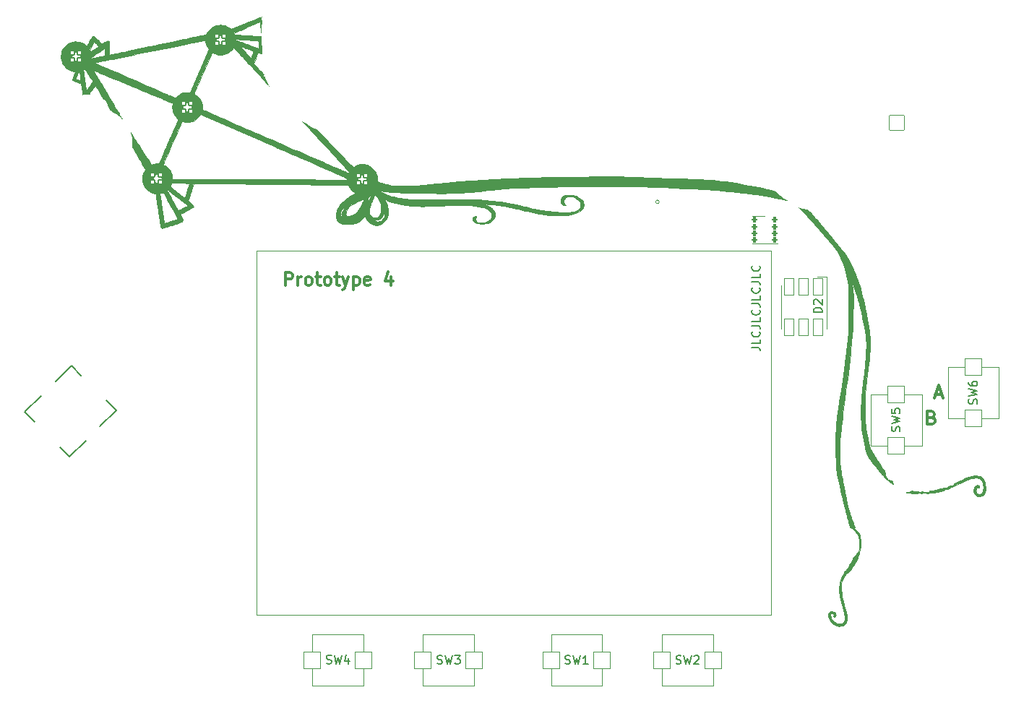
<source format=gto>
G04 #@! TF.GenerationSoftware,KiCad,Pcbnew,(6.0.4)*
G04 #@! TF.CreationDate,2022-04-02T13:16:33+02:00*
G04 #@! TF.ProjectId,mch2021,6d636832-3032-4312-9e6b-696361645f70,3*
G04 #@! TF.SameCoordinates,Original*
G04 #@! TF.FileFunction,Legend,Top*
G04 #@! TF.FilePolarity,Positive*
%FSLAX46Y46*%
G04 Gerber Fmt 4.6, Leading zero omitted, Abs format (unit mm)*
G04 Created by KiCad (PCBNEW (6.0.4)) date 2022-04-02 13:16:33*
%MOMM*%
%LPD*%
G01*
G04 APERTURE LIST*
G04 Aperture macros list*
%AMRoundRect*
0 Rectangle with rounded corners*
0 $1 Rounding radius*
0 $2 $3 $4 $5 $6 $7 $8 $9 X,Y pos of 4 corners*
0 Add a 4 corners polygon primitive as box body*
4,1,4,$2,$3,$4,$5,$6,$7,$8,$9,$2,$3,0*
0 Add four circle primitives for the rounded corners*
1,1,$1+$1,$2,$3*
1,1,$1+$1,$4,$5*
1,1,$1+$1,$6,$7*
1,1,$1+$1,$8,$9*
0 Add four rect primitives between the rounded corners*
20,1,$1+$1,$2,$3,$4,$5,0*
20,1,$1+$1,$4,$5,$6,$7,0*
20,1,$1+$1,$6,$7,$8,$9,0*
20,1,$1+$1,$8,$9,$2,$3,0*%
%AMHorizOval*
0 Thick line with rounded ends*
0 $1 width*
0 $2 $3 position (X,Y) of the first rounded end (center of the circle)*
0 $4 $5 position (X,Y) of the second rounded end (center of the circle)*
0 Add line between two ends*
20,1,$1,$2,$3,$4,$5,0*
0 Add two circle primitives to create the rounded ends*
1,1,$1,$2,$3*
1,1,$1,$4,$5*%
G04 Aperture macros list end*
%ADD10C,0.120000*%
%ADD11C,0.150000*%
%ADD12C,0.300000*%
%ADD13C,0.075000*%
%ADD14C,0.100000*%
%ADD15C,0.127000*%
%ADD16C,0.010000*%
%ADD17RoundRect,0.050000X0.250000X0.250000X-0.250000X0.250000X-0.250000X-0.250000X0.250000X-0.250000X0*%
%ADD18RoundRect,0.050000X0.250000X-0.250000X0.250000X0.250000X-0.250000X0.250000X-0.250000X-0.250000X0*%
%ADD19RoundRect,0.050000X-0.250000X0.250000X-0.250000X-0.250000X0.250000X-0.250000X0.250000X0.250000X0*%
%ADD20C,1.200000*%
%ADD21C,0.900000*%
%ADD22RoundRect,0.050000X-0.353553X-1.060660X1.060660X0.353553X0.353553X1.060660X-1.060660X-0.353553X0*%
%ADD23RoundRect,0.050000X-0.070711X-1.343503X1.343503X0.070711X0.070711X1.343503X-1.343503X-0.070711X0*%
%ADD24RoundRect,0.050000X1.000000X-1.000000X1.000000X1.000000X-1.000000X1.000000X-1.000000X-1.000000X0*%
%ADD25RoundRect,0.050000X-1.000000X1.000000X-1.000000X-1.000000X1.000000X-1.000000X1.000000X1.000000X0*%
%ADD26RoundRect,0.050000X-1.000000X-1.000000X1.000000X-1.000000X1.000000X1.000000X-1.000000X1.000000X0*%
%ADD27RoundRect,0.050000X1.000000X1.000000X-1.000000X1.000000X-1.000000X-1.000000X1.000000X-1.000000X0*%
%ADD28RoundRect,0.050000X-0.550000X-1.000000X0.550000X-1.000000X0.550000X1.000000X-0.550000X1.000000X0*%
%ADD29RoundRect,0.050000X-0.863600X0.863600X-0.863600X-0.863600X0.863600X-0.863600X0.863600X0.863600X0*%
%ADD30C,1.827200*%
%ADD31O,1.827200X1.827200*%
%ADD32RoundRect,0.175000X-0.137500X0.125000X-0.137500X-0.125000X0.137500X-0.125000X0.137500X0.125000X0*%
%ADD33C,1.300000*%
%ADD34RoundRect,0.050000X0.723431X0.960025X-0.960025X0.723431X-0.723431X-0.960025X0.960025X-0.723431X0*%
%ADD35HorizOval,1.800000X0.000000X0.000000X0.000000X0.000000X0*%
%ADD36C,1.000000*%
%ADD37C,0.750000*%
%ADD38O,1.100000X1.700000*%
%ADD39O,1.100000X2.200000*%
G04 APERTURE END LIST*
D10*
X30026380Y18526760D02*
X30026380Y-24193240D01*
X-30233620Y-24193240D02*
X-30233620Y18526760D01*
X-30233620Y18526760D02*
X30026380Y18526760D01*
X30026380Y-24193240D02*
X-30233620Y-24193240D01*
X16950355Y24240835D02*
G75*
G03*
X16950355Y24240835I-206155J0D01*
G01*
D11*
X27773380Y7166552D02*
X28487666Y7166552D01*
X28630523Y7118933D01*
X28725761Y7023695D01*
X28773380Y6880838D01*
X28773380Y6785600D01*
X28773380Y8118933D02*
X28773380Y7642742D01*
X27773380Y7642742D01*
X28678142Y9023695D02*
X28725761Y8976076D01*
X28773380Y8833219D01*
X28773380Y8737980D01*
X28725761Y8595123D01*
X28630523Y8499885D01*
X28535285Y8452266D01*
X28344809Y8404647D01*
X28201952Y8404647D01*
X28011476Y8452266D01*
X27916238Y8499885D01*
X27821000Y8595123D01*
X27773380Y8737980D01*
X27773380Y8833219D01*
X27821000Y8976076D01*
X27868619Y9023695D01*
X27773380Y9737980D02*
X28487666Y9737980D01*
X28630523Y9690361D01*
X28725761Y9595123D01*
X28773380Y9452266D01*
X28773380Y9357028D01*
X28773380Y10690361D02*
X28773380Y10214171D01*
X27773380Y10214171D01*
X28678142Y11595123D02*
X28725761Y11547504D01*
X28773380Y11404647D01*
X28773380Y11309409D01*
X28725761Y11166552D01*
X28630523Y11071314D01*
X28535285Y11023695D01*
X28344809Y10976076D01*
X28201952Y10976076D01*
X28011476Y11023695D01*
X27916238Y11071314D01*
X27821000Y11166552D01*
X27773380Y11309409D01*
X27773380Y11404647D01*
X27821000Y11547504D01*
X27868619Y11595123D01*
X27773380Y12309409D02*
X28487666Y12309409D01*
X28630523Y12261790D01*
X28725761Y12166552D01*
X28773380Y12023695D01*
X28773380Y11928457D01*
X28773380Y13261790D02*
X28773380Y12785600D01*
X27773380Y12785600D01*
X28678142Y14166552D02*
X28725761Y14118933D01*
X28773380Y13976076D01*
X28773380Y13880838D01*
X28725761Y13737980D01*
X28630523Y13642742D01*
X28535285Y13595123D01*
X28344809Y13547504D01*
X28201952Y13547504D01*
X28011476Y13595123D01*
X27916238Y13642742D01*
X27821000Y13737980D01*
X27773380Y13880838D01*
X27773380Y13976076D01*
X27821000Y14118933D01*
X27868619Y14166552D01*
X27773380Y14880838D02*
X28487666Y14880838D01*
X28630523Y14833219D01*
X28725761Y14737980D01*
X28773380Y14595123D01*
X28773380Y14499885D01*
X28773380Y15833219D02*
X28773380Y15357028D01*
X27773380Y15357028D01*
X28678142Y16737980D02*
X28725761Y16690361D01*
X28773380Y16547504D01*
X28773380Y16452266D01*
X28725761Y16309409D01*
X28630523Y16214171D01*
X28535285Y16166552D01*
X28344809Y16118933D01*
X28201952Y16118933D01*
X28011476Y16166552D01*
X27916238Y16214171D01*
X27821000Y16309409D01*
X27773380Y16452266D01*
X27773380Y16547504D01*
X27821000Y16690361D01*
X27868619Y16737980D01*
D12*
X-26877280Y14457428D02*
X-26877280Y15957428D01*
X-26305851Y15957428D01*
X-26162994Y15886000D01*
X-26091565Y15814571D01*
X-26020137Y15671714D01*
X-26020137Y15457428D01*
X-26091565Y15314571D01*
X-26162994Y15243142D01*
X-26305851Y15171714D01*
X-26877280Y15171714D01*
X-25377280Y14457428D02*
X-25377280Y15457428D01*
X-25377280Y15171714D02*
X-25305851Y15314571D01*
X-25234422Y15386000D01*
X-25091565Y15457428D01*
X-24948708Y15457428D01*
X-24234422Y14457428D02*
X-24377280Y14528857D01*
X-24448708Y14600285D01*
X-24520137Y14743142D01*
X-24520137Y15171714D01*
X-24448708Y15314571D01*
X-24377280Y15386000D01*
X-24234422Y15457428D01*
X-24020137Y15457428D01*
X-23877280Y15386000D01*
X-23805851Y15314571D01*
X-23734422Y15171714D01*
X-23734422Y14743142D01*
X-23805851Y14600285D01*
X-23877280Y14528857D01*
X-24020137Y14457428D01*
X-24234422Y14457428D01*
X-23305851Y15457428D02*
X-22734422Y15457428D01*
X-23091565Y15957428D02*
X-23091565Y14671714D01*
X-23020137Y14528857D01*
X-22877280Y14457428D01*
X-22734422Y14457428D01*
X-22020137Y14457428D02*
X-22162994Y14528857D01*
X-22234422Y14600285D01*
X-22305851Y14743142D01*
X-22305851Y15171714D01*
X-22234422Y15314571D01*
X-22162994Y15386000D01*
X-22020137Y15457428D01*
X-21805851Y15457428D01*
X-21662994Y15386000D01*
X-21591565Y15314571D01*
X-21520137Y15171714D01*
X-21520137Y14743142D01*
X-21591565Y14600285D01*
X-21662994Y14528857D01*
X-21805851Y14457428D01*
X-22020137Y14457428D01*
X-21091565Y15457428D02*
X-20520137Y15457428D01*
X-20877280Y15957428D02*
X-20877280Y14671714D01*
X-20805851Y14528857D01*
X-20662994Y14457428D01*
X-20520137Y14457428D01*
X-20162994Y15457428D02*
X-19805851Y14457428D01*
X-19448708Y15457428D02*
X-19805851Y14457428D01*
X-19948708Y14100285D01*
X-20020137Y14028857D01*
X-20162994Y13957428D01*
X-18877280Y15457428D02*
X-18877280Y13957428D01*
X-18877280Y15386000D02*
X-18734422Y15457428D01*
X-18448708Y15457428D01*
X-18305851Y15386000D01*
X-18234422Y15314571D01*
X-18162994Y15171714D01*
X-18162994Y14743142D01*
X-18234422Y14600285D01*
X-18305851Y14528857D01*
X-18448708Y14457428D01*
X-18734422Y14457428D01*
X-18877280Y14528857D01*
X-16948708Y14528857D02*
X-17091565Y14457428D01*
X-17377280Y14457428D01*
X-17520137Y14528857D01*
X-17591565Y14671714D01*
X-17591565Y15243142D01*
X-17520137Y15386000D01*
X-17377280Y15457428D01*
X-17091565Y15457428D01*
X-16948708Y15386000D01*
X-16877280Y15243142D01*
X-16877280Y15100285D01*
X-17591565Y14957428D01*
X-14448708Y15457428D02*
X-14448708Y14457428D01*
X-14805851Y16028857D02*
X-15162994Y14957428D01*
X-14234422Y14957428D01*
X48875142Y-1035857D02*
X49089428Y-1107285D01*
X49160857Y-1178714D01*
X49232285Y-1321571D01*
X49232285Y-1535857D01*
X49160857Y-1678714D01*
X49089428Y-1750142D01*
X48946571Y-1821571D01*
X48375142Y-1821571D01*
X48375142Y-321571D01*
X48875142Y-321571D01*
X49018000Y-393000D01*
X49089428Y-464428D01*
X49160857Y-607285D01*
X49160857Y-750142D01*
X49089428Y-893000D01*
X49018000Y-964428D01*
X48875142Y-1035857D01*
X48375142Y-1035857D01*
X49299857Y1655000D02*
X50014142Y1655000D01*
X49157000Y1226428D02*
X49657000Y2726428D01*
X50157000Y1226428D01*
D13*
X-50644985Y40264994D02*
X-50644985Y40093565D01*
X-50644985Y40179280D02*
X-50944985Y40179280D01*
X-50902128Y40150708D01*
X-50873557Y40122137D01*
X-50859271Y40093565D01*
X-38736905Y36486274D02*
X-38736905Y36314845D01*
X-38736905Y36400560D02*
X-39036905Y36400560D01*
X-38994048Y36371988D01*
X-38965477Y36343417D01*
X-38951191Y36314845D01*
D11*
X54154761Y546666D02*
X54202380Y689523D01*
X54202380Y927619D01*
X54154761Y1022857D01*
X54107142Y1070476D01*
X54011904Y1118095D01*
X53916666Y1118095D01*
X53821428Y1070476D01*
X53773809Y1022857D01*
X53726190Y927619D01*
X53678571Y737142D01*
X53630952Y641904D01*
X53583333Y594285D01*
X53488095Y546666D01*
X53392857Y546666D01*
X53297619Y594285D01*
X53250000Y641904D01*
X53202380Y737142D01*
X53202380Y975238D01*
X53250000Y1118095D01*
X53202380Y1451428D02*
X54202380Y1689523D01*
X53488095Y1880000D01*
X54202380Y2070476D01*
X53202380Y2308571D01*
X53202380Y3118095D02*
X53202380Y2927619D01*
X53250000Y2832380D01*
X53297619Y2784761D01*
X53440476Y2689523D01*
X53630952Y2641904D01*
X54011904Y2641904D01*
X54107142Y2689523D01*
X54154761Y2737142D01*
X54202380Y2832380D01*
X54202380Y3022857D01*
X54154761Y3118095D01*
X54107142Y3165714D01*
X54011904Y3213333D01*
X53773809Y3213333D01*
X53678571Y3165714D01*
X53630952Y3118095D01*
X53583333Y3022857D01*
X53583333Y2832380D01*
X53630952Y2737142D01*
X53678571Y2689523D01*
X53773809Y2641904D01*
X18933046Y-29878001D02*
X19075903Y-29925620D01*
X19313999Y-29925620D01*
X19409237Y-29878001D01*
X19456856Y-29830382D01*
X19504475Y-29735144D01*
X19504475Y-29639906D01*
X19456856Y-29544668D01*
X19409237Y-29497049D01*
X19313999Y-29449430D01*
X19123522Y-29401811D01*
X19028284Y-29354192D01*
X18980665Y-29306573D01*
X18933046Y-29211335D01*
X18933046Y-29116097D01*
X18980665Y-29020859D01*
X19028284Y-28973240D01*
X19123522Y-28925620D01*
X19361618Y-28925620D01*
X19504475Y-28973240D01*
X19837808Y-28925620D02*
X20075903Y-29925620D01*
X20266380Y-29211335D01*
X20456856Y-29925620D01*
X20694951Y-28925620D01*
X21028284Y-29020859D02*
X21075903Y-28973240D01*
X21171141Y-28925620D01*
X21409237Y-28925620D01*
X21504475Y-28973240D01*
X21552094Y-29020859D01*
X21599713Y-29116097D01*
X21599713Y-29211335D01*
X21552094Y-29354192D01*
X20980665Y-29925620D01*
X21599713Y-29925620D01*
X-9066953Y-29878001D02*
X-8924096Y-29925620D01*
X-8686000Y-29925620D01*
X-8590762Y-29878001D01*
X-8543143Y-29830382D01*
X-8495524Y-29735144D01*
X-8495524Y-29639906D01*
X-8543143Y-29544668D01*
X-8590762Y-29497049D01*
X-8686000Y-29449430D01*
X-8876477Y-29401811D01*
X-8971715Y-29354192D01*
X-9019334Y-29306573D01*
X-9066953Y-29211335D01*
X-9066953Y-29116097D01*
X-9019334Y-29020859D01*
X-8971715Y-28973240D01*
X-8876477Y-28925620D01*
X-8638381Y-28925620D01*
X-8495524Y-28973240D01*
X-8162191Y-28925620D02*
X-7924096Y-29925620D01*
X-7733620Y-29211335D01*
X-7543143Y-29925620D01*
X-7305048Y-28925620D01*
X-7019334Y-28925620D02*
X-6400286Y-28925620D01*
X-6733620Y-29306573D01*
X-6590762Y-29306573D01*
X-6495524Y-29354192D01*
X-6447905Y-29401811D01*
X-6400286Y-29497049D01*
X-6400286Y-29735144D01*
X-6447905Y-29830382D01*
X-6495524Y-29878001D01*
X-6590762Y-29925620D01*
X-6876477Y-29925620D01*
X-6971715Y-29878001D01*
X-7019334Y-29830382D01*
X-22033073Y-29850061D02*
X-21890216Y-29897680D01*
X-21652120Y-29897680D01*
X-21556882Y-29850061D01*
X-21509263Y-29802442D01*
X-21461644Y-29707204D01*
X-21461644Y-29611966D01*
X-21509263Y-29516728D01*
X-21556882Y-29469109D01*
X-21652120Y-29421490D01*
X-21842597Y-29373871D01*
X-21937835Y-29326252D01*
X-21985454Y-29278633D01*
X-22033073Y-29183395D01*
X-22033073Y-29088157D01*
X-21985454Y-28992919D01*
X-21937835Y-28945300D01*
X-21842597Y-28897680D01*
X-21604501Y-28897680D01*
X-21461644Y-28945300D01*
X-21128311Y-28897680D02*
X-20890216Y-29897680D01*
X-20699740Y-29183395D01*
X-20509263Y-29897680D01*
X-20271168Y-28897680D01*
X-19461644Y-29231014D02*
X-19461644Y-29897680D01*
X-19699740Y-28850061D02*
X-19937835Y-29564347D01*
X-19318787Y-29564347D01*
X5933046Y-29878001D02*
X6075903Y-29925620D01*
X6313999Y-29925620D01*
X6409237Y-29878001D01*
X6456856Y-29830382D01*
X6504475Y-29735144D01*
X6504475Y-29639906D01*
X6456856Y-29544668D01*
X6409237Y-29497049D01*
X6313999Y-29449430D01*
X6123522Y-29401811D01*
X6028284Y-29354192D01*
X5980665Y-29306573D01*
X5933046Y-29211335D01*
X5933046Y-29116097D01*
X5980665Y-29020859D01*
X6028284Y-28973240D01*
X6123522Y-28925620D01*
X6361618Y-28925620D01*
X6504475Y-28973240D01*
X6837808Y-28925620D02*
X7075903Y-29925620D01*
X7266380Y-29211335D01*
X7456856Y-29925620D01*
X7694951Y-28925620D01*
X8599713Y-29925620D02*
X8028284Y-29925620D01*
X8313999Y-29925620D02*
X8313999Y-28925620D01*
X8218760Y-29068478D01*
X8123522Y-29163716D01*
X8028284Y-29211335D01*
X36017400Y11273224D02*
X35017400Y11273224D01*
X35017400Y11511320D01*
X35065020Y11654177D01*
X35160258Y11749415D01*
X35255496Y11797034D01*
X35445972Y11844653D01*
X35588829Y11844653D01*
X35779305Y11797034D01*
X35874543Y11749415D01*
X35969781Y11654177D01*
X36017400Y11511320D01*
X36017400Y11273224D01*
X35112639Y12225605D02*
X35065020Y12273224D01*
X35017400Y12368462D01*
X35017400Y12606558D01*
X35065020Y12701796D01*
X35112639Y12749415D01*
X35207877Y12797034D01*
X35303115Y12797034D01*
X35445972Y12749415D01*
X36017400Y12177986D01*
X36017400Y12797034D01*
X45108761Y-2653333D02*
X45156380Y-2510476D01*
X45156380Y-2272380D01*
X45108761Y-2177142D01*
X45061142Y-2129523D01*
X44965904Y-2081904D01*
X44870666Y-2081904D01*
X44775428Y-2129523D01*
X44727809Y-2177142D01*
X44680190Y-2272380D01*
X44632571Y-2462857D01*
X44584952Y-2558095D01*
X44537333Y-2605714D01*
X44442095Y-2653333D01*
X44346857Y-2653333D01*
X44251619Y-2605714D01*
X44204000Y-2558095D01*
X44156380Y-2462857D01*
X44156380Y-2224761D01*
X44204000Y-2081904D01*
X44156380Y-1748571D02*
X45156380Y-1510476D01*
X44442095Y-1320000D01*
X45156380Y-1129523D01*
X44156380Y-891428D01*
X44156380Y-34285D02*
X44156380Y-510476D01*
X44632571Y-558095D01*
X44584952Y-510476D01*
X44537333Y-415238D01*
X44537333Y-177142D01*
X44584952Y-81904D01*
X44632571Y-34285D01*
X44727809Y13333D01*
X44965904Y13333D01*
X45061142Y-34285D01*
X45108761Y-81904D01*
X45156380Y-177142D01*
X45156380Y-415238D01*
X45108761Y-510476D01*
X45061142Y-558095D01*
D13*
X-34863065Y44432254D02*
X-34863065Y44260825D01*
X-34863065Y44346540D02*
X-35163065Y44346540D01*
X-35120208Y44317968D01*
X-35091637Y44289397D01*
X-35077351Y44260825D01*
X-42345145Y28118814D02*
X-42345145Y27947385D01*
X-42345145Y28033100D02*
X-42645145Y28033100D01*
X-42602288Y28004528D01*
X-42573717Y27975957D01*
X-42559431Y27947385D01*
D14*
X-17650000Y27760000D02*
X-17000000Y27760000D01*
X-17000000Y27760000D02*
X-17000000Y27110000D01*
X-50530000Y41060000D02*
X-50530000Y40410000D01*
X-50530000Y40410000D02*
X-51180000Y40410000D01*
X-39230000Y36180000D02*
X-38580000Y36180000D01*
X-39230000Y35530000D02*
X-39230000Y36180000D01*
D15*
X-56234134Y-1540488D02*
X-57372576Y-402046D01*
X-51927854Y5042676D02*
X-50782341Y3897163D01*
X-52139986Y-5634636D02*
X-53264286Y-4510336D01*
X-57372576Y-402046D02*
X-55491672Y1478858D01*
X-50259082Y-3753732D02*
X-52139986Y-5634636D01*
X-47826635Y941457D02*
X-46695264Y-189914D01*
X-46695264Y-189914D02*
X-48576168Y-2070818D01*
X-53801687Y3168843D02*
X-51927854Y5042676D01*
D10*
X50750000Y-1120000D02*
X50750000Y4880000D01*
X56750000Y-1120000D02*
X50750000Y-1120000D01*
X50750000Y4880000D02*
X56750000Y4880000D01*
X56750000Y4880000D02*
X56750000Y-1120000D01*
X17266380Y-32473240D02*
X17266380Y-26473240D01*
X23266380Y-32473240D02*
X17266380Y-32473240D01*
X17266380Y-26473240D02*
X23266380Y-26473240D01*
X23266380Y-26473240D02*
X23266380Y-32473240D01*
X-10733620Y-26473240D02*
X-4733620Y-26473240D01*
X-4733620Y-26473240D02*
X-4733620Y-32473240D01*
X-10733620Y-32473240D02*
X-10733620Y-26473240D01*
X-4733620Y-32473240D02*
X-10733620Y-32473240D01*
X-23733620Y-26473240D02*
X-17733620Y-26473240D01*
X-17733620Y-32473240D02*
X-23733620Y-32473240D01*
X-17733620Y-26473240D02*
X-17733620Y-32473240D01*
X-23733620Y-32473240D02*
X-23733620Y-26473240D01*
X10266380Y-32473240D02*
X4266380Y-32473240D01*
X4266380Y-26473240D02*
X10266380Y-26473240D01*
X10266380Y-26473240D02*
X10266380Y-32473240D01*
X4266380Y-32473240D02*
X4266380Y-26473240D01*
X31190000Y9400000D02*
X31190000Y14400000D01*
X36590000Y15500000D02*
X36590000Y9400000D01*
X35490000Y15500000D02*
X36590000Y15500000D01*
X41704000Y1680000D02*
X47704000Y1680000D01*
X47704000Y-4320000D02*
X41704000Y-4320000D01*
X47704000Y1680000D02*
X47704000Y-4320000D01*
X41704000Y-4320000D02*
X41704000Y1680000D01*
D14*
X-35340000Y44090000D02*
X-34690000Y44090000D01*
X-35340000Y43440000D02*
X-35340000Y44090000D01*
D10*
X29310000Y22550000D02*
X27810000Y22550000D01*
X30810000Y19330000D02*
X27810000Y19330000D01*
D14*
X-42849000Y27842000D02*
X-42199000Y27842000D01*
X-42849000Y27192000D02*
X-42849000Y27842000D01*
G36*
X54326398Y-7873750D02*
G01*
X54520944Y-7937511D01*
X54692526Y-8036156D01*
X54839801Y-8168765D01*
X54961426Y-8334417D01*
X55056058Y-8532194D01*
X55108200Y-8699821D01*
X55124146Y-8786640D01*
X55137401Y-8902999D01*
X55147595Y-9038484D01*
X55154356Y-9182682D01*
X55157315Y-9325177D01*
X55156100Y-9455558D01*
X55150341Y-9563408D01*
X55141340Y-9630834D01*
X55090332Y-9796045D01*
X55011264Y-9949020D01*
X54909910Y-10081733D01*
X54792046Y-10186158D01*
X54705250Y-10236989D01*
X54603472Y-10268992D01*
X54478618Y-10284873D01*
X54347170Y-10283582D01*
X54236581Y-10266809D01*
X54123474Y-10220777D01*
X54014101Y-10142343D01*
X53918053Y-10041030D01*
X53844919Y-9926362D01*
X53813448Y-9846579D01*
X53791996Y-9733454D01*
X53785168Y-9603300D01*
X53792177Y-9470394D01*
X53812236Y-9349018D01*
X53844556Y-9253450D01*
X53846363Y-9249834D01*
X53928950Y-9119585D01*
X54024502Y-9025477D01*
X54130388Y-8969539D01*
X54230065Y-8953500D01*
X54294547Y-8960200D01*
X54346188Y-8986373D01*
X54389866Y-9025467D01*
X54440521Y-9093782D01*
X54463278Y-9163172D01*
X54459048Y-9225025D01*
X54428745Y-9270733D01*
X54373281Y-9291686D01*
X54361605Y-9292167D01*
X54307067Y-9280556D01*
X54259218Y-9257467D01*
X54220018Y-9235896D01*
X54191496Y-9240224D01*
X54156511Y-9269502D01*
X54119993Y-9321984D01*
X54085492Y-9402186D01*
X54057716Y-9495578D01*
X54041374Y-9587631D01*
X54038964Y-9632222D01*
X54054011Y-9720077D01*
X54092556Y-9816335D01*
X54146190Y-9901579D01*
X54164986Y-9923172D01*
X54224754Y-9971560D01*
X54297166Y-9999561D01*
X54394091Y-10011018D01*
X54438868Y-10011834D01*
X54519988Y-10007551D01*
X54580196Y-9990524D01*
X54640413Y-9954480D01*
X54647742Y-9949226D01*
X54750323Y-9848946D01*
X54826904Y-9716199D01*
X54877069Y-9552247D01*
X54900400Y-9358352D01*
X54899662Y-9186334D01*
X54874470Y-8929691D01*
X54826625Y-8708498D01*
X54755916Y-8522312D01*
X54662135Y-8370687D01*
X54545072Y-8253182D01*
X54424027Y-8178313D01*
X54293520Y-8132752D01*
X54140986Y-8111313D01*
X53964071Y-8114198D01*
X53760417Y-8141608D01*
X53527668Y-8193746D01*
X53263469Y-8270812D01*
X53234166Y-8280242D01*
X53104265Y-8324090D01*
X52972092Y-8372437D01*
X52833308Y-8427218D01*
X52683577Y-8490366D01*
X52518560Y-8563816D01*
X52333920Y-8649502D01*
X52125318Y-8749356D01*
X51888418Y-8865313D01*
X51618880Y-8999306D01*
X51599980Y-9008760D01*
X51382820Y-9116863D01*
X51198226Y-9207406D01*
X51041330Y-9282595D01*
X50907259Y-9344631D01*
X50791144Y-9395718D01*
X50688113Y-9438060D01*
X50593297Y-9473860D01*
X50503666Y-9504716D01*
X50168742Y-9607243D01*
X49830258Y-9694956D01*
X49483174Y-9768541D01*
X49122447Y-9828680D01*
X48743034Y-9876057D01*
X48339893Y-9911357D01*
X47907981Y-9935264D01*
X47442256Y-9948461D01*
X47212250Y-9951145D01*
X47045283Y-9951332D01*
X46906881Y-9948716D01*
X46783313Y-9942383D01*
X46660854Y-9931415D01*
X46525775Y-9914897D01*
X46397333Y-9896769D01*
X46219448Y-9870495D01*
X46079160Y-9849046D01*
X45972126Y-9831506D01*
X45894000Y-9816959D01*
X45840439Y-9804487D01*
X45807096Y-9793175D01*
X45789629Y-9782107D01*
X45783691Y-9770365D01*
X45783500Y-9767302D01*
X45785105Y-9753714D01*
X45794247Y-9742861D01*
X45817417Y-9732802D01*
X45861106Y-9721599D01*
X45931803Y-9707314D01*
X46035998Y-9688009D01*
X46069250Y-9681951D01*
X46200244Y-9659001D01*
X46302912Y-9644295D01*
X46390360Y-9637410D01*
X46475699Y-9637921D01*
X46572038Y-9645405D01*
X46692485Y-9659436D01*
X46707371Y-9661311D01*
X46836650Y-9676655D01*
X46976002Y-9691565D01*
X47106865Y-9704133D01*
X47193174Y-9711234D01*
X47318477Y-9715974D01*
X47475664Y-9715192D01*
X47654729Y-9709484D01*
X47845667Y-9699451D01*
X48038475Y-9685690D01*
X48223147Y-9668800D01*
X48389677Y-9649380D01*
X48499212Y-9633086D01*
X48629794Y-9612698D01*
X48774707Y-9592591D01*
X48912920Y-9575580D01*
X48990250Y-9567414D01*
X49330781Y-9523092D01*
X49644863Y-9458062D01*
X49927162Y-9373474D01*
X49982059Y-9353276D01*
X50078524Y-9319533D01*
X50178060Y-9289563D01*
X50260692Y-9269331D01*
X50267809Y-9267971D01*
X50363358Y-9243717D01*
X50492056Y-9200550D01*
X50650033Y-9140093D01*
X50833420Y-9063968D01*
X51038345Y-8973799D01*
X51260940Y-8871207D01*
X51497335Y-8757817D01*
X51572583Y-8720841D01*
X51906181Y-8557948D01*
X52206817Y-8415505D01*
X52477867Y-8292243D01*
X52722703Y-8186891D01*
X52944702Y-8098178D01*
X53147238Y-8024834D01*
X53333685Y-7965589D01*
X53507417Y-7919173D01*
X53671810Y-7884315D01*
X53830237Y-7859745D01*
X53873789Y-7854558D01*
X54110232Y-7845792D01*
X54326398Y-7873750D01*
G37*
D16*
X54326398Y-7873750D02*
X54520944Y-7937511D01*
X54692526Y-8036156D01*
X54839801Y-8168765D01*
X54961426Y-8334417D01*
X55056058Y-8532194D01*
X55108200Y-8699821D01*
X55124146Y-8786640D01*
X55137401Y-8902999D01*
X55147595Y-9038484D01*
X55154356Y-9182682D01*
X55157315Y-9325177D01*
X55156100Y-9455558D01*
X55150341Y-9563408D01*
X55141340Y-9630834D01*
X55090332Y-9796045D01*
X55011264Y-9949020D01*
X54909910Y-10081733D01*
X54792046Y-10186158D01*
X54705250Y-10236989D01*
X54603472Y-10268992D01*
X54478618Y-10284873D01*
X54347170Y-10283582D01*
X54236581Y-10266809D01*
X54123474Y-10220777D01*
X54014101Y-10142343D01*
X53918053Y-10041030D01*
X53844919Y-9926362D01*
X53813448Y-9846579D01*
X53791996Y-9733454D01*
X53785168Y-9603300D01*
X53792177Y-9470394D01*
X53812236Y-9349018D01*
X53844556Y-9253450D01*
X53846363Y-9249834D01*
X53928950Y-9119585D01*
X54024502Y-9025477D01*
X54130388Y-8969539D01*
X54230065Y-8953500D01*
X54294547Y-8960200D01*
X54346188Y-8986373D01*
X54389866Y-9025467D01*
X54440521Y-9093782D01*
X54463278Y-9163172D01*
X54459048Y-9225025D01*
X54428745Y-9270733D01*
X54373281Y-9291686D01*
X54361605Y-9292167D01*
X54307067Y-9280556D01*
X54259218Y-9257467D01*
X54220018Y-9235896D01*
X54191496Y-9240224D01*
X54156511Y-9269502D01*
X54119993Y-9321984D01*
X54085492Y-9402186D01*
X54057716Y-9495578D01*
X54041374Y-9587631D01*
X54038964Y-9632222D01*
X54054011Y-9720077D01*
X54092556Y-9816335D01*
X54146190Y-9901579D01*
X54164986Y-9923172D01*
X54224754Y-9971560D01*
X54297166Y-9999561D01*
X54394091Y-10011018D01*
X54438868Y-10011834D01*
X54519988Y-10007551D01*
X54580196Y-9990524D01*
X54640413Y-9954480D01*
X54647742Y-9949226D01*
X54750323Y-9848946D01*
X54826904Y-9716199D01*
X54877069Y-9552247D01*
X54900400Y-9358352D01*
X54899662Y-9186334D01*
X54874470Y-8929691D01*
X54826625Y-8708498D01*
X54755916Y-8522312D01*
X54662135Y-8370687D01*
X54545072Y-8253182D01*
X54424027Y-8178313D01*
X54293520Y-8132752D01*
X54140986Y-8111313D01*
X53964071Y-8114198D01*
X53760417Y-8141608D01*
X53527668Y-8193746D01*
X53263469Y-8270812D01*
X53234166Y-8280242D01*
X53104265Y-8324090D01*
X52972092Y-8372437D01*
X52833308Y-8427218D01*
X52683577Y-8490366D01*
X52518560Y-8563816D01*
X52333920Y-8649502D01*
X52125318Y-8749356D01*
X51888418Y-8865313D01*
X51618880Y-8999306D01*
X51599980Y-9008760D01*
X51382820Y-9116863D01*
X51198226Y-9207406D01*
X51041330Y-9282595D01*
X50907259Y-9344631D01*
X50791144Y-9395718D01*
X50688113Y-9438060D01*
X50593297Y-9473860D01*
X50503666Y-9504716D01*
X50168742Y-9607243D01*
X49830258Y-9694956D01*
X49483174Y-9768541D01*
X49122447Y-9828680D01*
X48743034Y-9876057D01*
X48339893Y-9911357D01*
X47907981Y-9935264D01*
X47442256Y-9948461D01*
X47212250Y-9951145D01*
X47045283Y-9951332D01*
X46906881Y-9948716D01*
X46783313Y-9942383D01*
X46660854Y-9931415D01*
X46525775Y-9914897D01*
X46397333Y-9896769D01*
X46219448Y-9870495D01*
X46079160Y-9849046D01*
X45972126Y-9831506D01*
X45894000Y-9816959D01*
X45840439Y-9804487D01*
X45807096Y-9793175D01*
X45789629Y-9782107D01*
X45783691Y-9770365D01*
X45783500Y-9767302D01*
X45785105Y-9753714D01*
X45794247Y-9742861D01*
X45817417Y-9732802D01*
X45861106Y-9721599D01*
X45931803Y-9707314D01*
X46035998Y-9688009D01*
X46069250Y-9681951D01*
X46200244Y-9659001D01*
X46302912Y-9644295D01*
X46390360Y-9637410D01*
X46475699Y-9637921D01*
X46572038Y-9645405D01*
X46692485Y-9659436D01*
X46707371Y-9661311D01*
X46836650Y-9676655D01*
X46976002Y-9691565D01*
X47106865Y-9704133D01*
X47193174Y-9711234D01*
X47318477Y-9715974D01*
X47475664Y-9715192D01*
X47654729Y-9709484D01*
X47845667Y-9699451D01*
X48038475Y-9685690D01*
X48223147Y-9668800D01*
X48389677Y-9649380D01*
X48499212Y-9633086D01*
X48629794Y-9612698D01*
X48774707Y-9592591D01*
X48912920Y-9575580D01*
X48990250Y-9567414D01*
X49330781Y-9523092D01*
X49644863Y-9458062D01*
X49927162Y-9373474D01*
X49982059Y-9353276D01*
X50078524Y-9319533D01*
X50178060Y-9289563D01*
X50260692Y-9269331D01*
X50267809Y-9267971D01*
X50363358Y-9243717D01*
X50492056Y-9200550D01*
X50650033Y-9140093D01*
X50833420Y-9063968D01*
X51038345Y-8973799D01*
X51260940Y-8871207D01*
X51497335Y-8757817D01*
X51572583Y-8720841D01*
X51906181Y-8557948D01*
X52206817Y-8415505D01*
X52477867Y-8292243D01*
X52722703Y-8186891D01*
X52944702Y-8098178D01*
X53147238Y-8024834D01*
X53333685Y-7965589D01*
X53507417Y-7919173D01*
X53671810Y-7884315D01*
X53830237Y-7859745D01*
X53873789Y-7854558D01*
X54110232Y-7845792D01*
X54326398Y-7873750D01*
G36*
X33361046Y23587150D02*
G01*
X33416739Y23572764D01*
X33521702Y23545193D01*
X33650152Y23515139D01*
X33789549Y23485176D01*
X33927356Y23457879D01*
X34051033Y23435825D01*
X34148043Y23421588D01*
X34158689Y23420375D01*
X34227787Y23410122D01*
X34285489Y23392613D01*
X34338823Y23362677D01*
X34394821Y23315141D01*
X34460512Y23244833D01*
X34542926Y23146581D01*
X34561046Y23124338D01*
X34617501Y23056038D01*
X34695457Y22963410D01*
X34788519Y22853968D01*
X34890288Y22735222D01*
X34994367Y22614686D01*
X35031795Y22571580D01*
X35223908Y22349734D01*
X35429285Y22110806D01*
X35645663Y21857522D01*
X35870780Y21592613D01*
X36102373Y21318807D01*
X36338180Y21038831D01*
X36575937Y20755414D01*
X36813383Y20471284D01*
X37048256Y20189170D01*
X37278291Y19911801D01*
X37501227Y19641903D01*
X37714802Y19382207D01*
X37916752Y19135440D01*
X38104815Y18904330D01*
X38276728Y18691606D01*
X38430230Y18499997D01*
X38563057Y18332230D01*
X38672946Y18191034D01*
X38757636Y18079137D01*
X38760510Y18075252D01*
X38856992Y17933682D01*
X38966158Y17753233D01*
X39087346Y17535197D01*
X39219897Y17280872D01*
X39363150Y16991550D01*
X39516442Y16668526D01*
X39679113Y16313096D01*
X39808137Y16023166D01*
X39944493Y15704161D01*
X40073353Y15383067D01*
X40195733Y15056314D01*
X40312652Y14720335D01*
X40425125Y14371562D01*
X40534170Y14006427D01*
X40640804Y13621361D01*
X40746045Y13212795D01*
X40850909Y12777162D01*
X40956414Y12310894D01*
X41063576Y11810421D01*
X41173413Y11272177D01*
X41198847Y11144250D01*
X41251230Y10875605D01*
X41297522Y10628647D01*
X41339085Y10394771D01*
X41377281Y10165372D01*
X41413471Y9931845D01*
X41449019Y9685584D01*
X41485285Y9417985D01*
X41523632Y9120442D01*
X41540590Y8985250D01*
X41638179Y8202083D01*
X41628239Y7429500D01*
X41625464Y7247508D01*
X41621768Y7076088D01*
X41616822Y6911743D01*
X41610295Y6750981D01*
X41601857Y6590305D01*
X41591179Y6426220D01*
X41577929Y6255233D01*
X41561779Y6073848D01*
X41542398Y5878570D01*
X41519455Y5665905D01*
X41492622Y5432358D01*
X41461568Y5174433D01*
X41425962Y4888637D01*
X41385475Y4571474D01*
X41339777Y4219450D01*
X41288538Y3829069D01*
X41287420Y3820583D01*
X41240338Y3455053D01*
X41196400Y3095861D01*
X41154297Y2731594D01*
X41112720Y2350836D01*
X41070357Y1942172D01*
X41059150Y1830916D01*
X41052824Y1743308D01*
X41047324Y1618331D01*
X41042648Y1460944D01*
X41038796Y1276104D01*
X41035766Y1068767D01*
X41033557Y843892D01*
X41032168Y606436D01*
X41031597Y361356D01*
X41031843Y113608D01*
X41032906Y-131848D01*
X41034783Y-370057D01*
X41037473Y-596060D01*
X41040976Y-804901D01*
X41045290Y-991622D01*
X41050414Y-1151266D01*
X41056346Y-1278875D01*
X41059945Y-1333500D01*
X41083143Y-1612057D01*
X41110052Y-1890974D01*
X41139631Y-2161142D01*
X41170840Y-2413451D01*
X41202640Y-2638791D01*
X41224220Y-2772834D01*
X41246570Y-2895474D01*
X41276045Y-3045632D01*
X41311029Y-3216025D01*
X41349907Y-3399371D01*
X41391065Y-3588388D01*
X41432887Y-3775794D01*
X41473759Y-3954306D01*
X41512066Y-4116642D01*
X41546193Y-4255521D01*
X41574526Y-4363660D01*
X41585640Y-4402667D01*
X41627542Y-4525572D01*
X41684438Y-4660658D01*
X41758260Y-4811496D01*
X41850944Y-4981657D01*
X41964421Y-5174713D01*
X42100627Y-5394235D01*
X42238883Y-5609167D01*
X42340529Y-5766861D01*
X42446205Y-5933904D01*
X42550335Y-6101267D01*
X42647349Y-6259922D01*
X42731671Y-6400842D01*
X42794204Y-6508750D01*
X42902025Y-6690704D01*
X43023135Y-6880572D01*
X43146329Y-7061199D01*
X43229726Y-7175500D01*
X43306327Y-7278383D01*
X43375341Y-7373971D01*
X43432024Y-7455468D01*
X43471637Y-7516078D01*
X43488408Y-7546250D01*
X43504812Y-7599644D01*
X43522091Y-7678066D01*
X43536396Y-7763826D01*
X43573038Y-7919910D01*
X43638676Y-8050828D01*
X43738346Y-8166312D01*
X43750389Y-8177396D01*
X43828812Y-8235057D01*
X43898794Y-8256913D01*
X43905019Y-8257250D01*
X43963340Y-8260255D01*
X44005500Y-8264213D01*
X44052519Y-8269688D01*
X44084814Y-8272546D01*
X44127436Y-8288396D01*
X44183504Y-8324827D01*
X44215359Y-8351135D01*
X44264418Y-8407279D01*
X44313705Y-8483715D01*
X44359870Y-8572077D01*
X44399559Y-8663995D01*
X44429420Y-8751105D01*
X44446102Y-8825038D01*
X44446251Y-8877427D01*
X44434125Y-8897181D01*
X44404293Y-8895344D01*
X44347024Y-8876845D01*
X44271665Y-8845978D01*
X44187562Y-8807035D01*
X44104062Y-8764310D01*
X44030512Y-8722094D01*
X43983014Y-8689984D01*
X43918128Y-8635190D01*
X43831103Y-8553924D01*
X43727349Y-8451861D01*
X43612271Y-8334674D01*
X43491279Y-8208038D01*
X43369779Y-8077627D01*
X43253179Y-7949115D01*
X43146887Y-7828175D01*
X43056311Y-7720483D01*
X43040845Y-7701392D01*
X42971683Y-7616442D01*
X42880720Y-7506330D01*
X42773757Y-7377988D01*
X42656596Y-7238350D01*
X42535038Y-7094350D01*
X42414886Y-6952921D01*
X42396833Y-6931760D01*
X42248573Y-6757804D01*
X42124612Y-6611566D01*
X42021546Y-6488752D01*
X41935971Y-6385070D01*
X41864484Y-6296226D01*
X41803680Y-6217927D01*
X41750156Y-6145881D01*
X41700508Y-6075794D01*
X41651332Y-6003373D01*
X41604686Y-5932687D01*
X41493788Y-5753152D01*
X41396586Y-5572754D01*
X41310145Y-5384121D01*
X41231527Y-5179879D01*
X41157798Y-4952658D01*
X41086022Y-4695084D01*
X41041742Y-4519084D01*
X40937288Y-4070776D01*
X40848086Y-3644336D01*
X40773263Y-3232144D01*
X40711945Y-2826577D01*
X40663258Y-2420014D01*
X40626327Y-2004831D01*
X40600278Y-1573409D01*
X40584238Y-1118123D01*
X40577332Y-631354D01*
X40576909Y-465667D01*
X40577351Y-244563D01*
X40578871Y-38774D01*
X40581755Y155773D01*
X40586293Y343155D01*
X40592773Y527444D01*
X40601483Y712716D01*
X40612711Y903045D01*
X40626746Y1102505D01*
X40643875Y1315171D01*
X40664388Y1545117D01*
X40688573Y1796417D01*
X40716717Y2073146D01*
X40749109Y2379379D01*
X40786038Y2719189D01*
X40827791Y3096651D01*
X40831003Y3125492D01*
X40884106Y3605454D01*
X40932065Y4046192D01*
X40975105Y4450472D01*
X41013452Y4821062D01*
X41047332Y5160730D01*
X41076970Y5472241D01*
X41102594Y5758364D01*
X41124429Y6021864D01*
X41142700Y6265510D01*
X41157634Y6492069D01*
X41169457Y6704306D01*
X41178394Y6904990D01*
X41184672Y7096887D01*
X41188517Y7282765D01*
X41190154Y7465391D01*
X41190248Y7524750D01*
X41187607Y7753314D01*
X41179239Y7974675D01*
X41164380Y8195552D01*
X41142263Y8422667D01*
X41112123Y8662740D01*
X41073195Y8922492D01*
X41024713Y9208643D01*
X40965911Y9527913D01*
X40956375Y9577916D01*
X40838945Y10173349D01*
X40718909Y10746937D01*
X40596979Y11295767D01*
X40473866Y11816921D01*
X40350281Y12307484D01*
X40226936Y12764539D01*
X40104540Y13185171D01*
X39983807Y13566464D01*
X39983352Y13567833D01*
X39950100Y13665505D01*
X39908712Y13783197D01*
X39861516Y13914664D01*
X39810844Y14053661D01*
X39759026Y14193945D01*
X39708392Y14329270D01*
X39661272Y14453391D01*
X39619997Y14560064D01*
X39586897Y14643045D01*
X39564302Y14696088D01*
X39556829Y14710833D01*
X39548447Y14708362D01*
X39545463Y14669123D01*
X39547540Y14598289D01*
X39554342Y14501037D01*
X39565533Y14382540D01*
X39580777Y14247973D01*
X39593287Y14149916D01*
X39608078Y14037889D01*
X39620876Y13936685D01*
X39631794Y13842426D01*
X39640949Y13751233D01*
X39648456Y13659229D01*
X39654430Y13562534D01*
X39658986Y13457271D01*
X39662241Y13339561D01*
X39664309Y13205525D01*
X39665305Y13051285D01*
X39665346Y12872963D01*
X39664545Y12666680D01*
X39663020Y12428558D01*
X39660885Y12154719D01*
X39659074Y11938000D01*
X39655429Y11541685D01*
X39651437Y11184055D01*
X39646938Y10861463D01*
X39641771Y10570260D01*
X39635777Y10306801D01*
X39628795Y10067436D01*
X39620665Y9848518D01*
X39611226Y9646400D01*
X39600318Y9457434D01*
X39587781Y9277972D01*
X39573455Y9104367D01*
X39557179Y8932971D01*
X39538793Y8760136D01*
X39518137Y8582216D01*
X39507922Y8498416D01*
X39491499Y8355525D01*
X39473529Y8182247D01*
X39455123Y7990444D01*
X39437395Y7791980D01*
X39421456Y7598716D01*
X39412648Y7482416D01*
X39381898Y7071003D01*
X39350647Y6679365D01*
X39318268Y6301772D01*
X39284134Y5932496D01*
X39247618Y5565807D01*
X39208091Y5195977D01*
X39164928Y4817276D01*
X39117499Y4423976D01*
X39065178Y4010347D01*
X39007337Y3570660D01*
X38943349Y3099187D01*
X38892235Y2730500D01*
X38790198Y1994808D01*
X38695371Y1300192D01*
X38607680Y646025D01*
X38527051Y31681D01*
X38453410Y-543465D01*
X38386681Y-1080040D01*
X38326790Y-1578671D01*
X38273663Y-2039982D01*
X38227225Y-2464601D01*
X38187402Y-2853153D01*
X38154119Y-3206265D01*
X38127303Y-3524563D01*
X38106877Y-3808673D01*
X38099100Y-3937000D01*
X38090184Y-4128068D01*
X38083260Y-4344915D01*
X38078302Y-4580870D01*
X38075285Y-4829264D01*
X38074181Y-5083427D01*
X38074967Y-5336687D01*
X38077616Y-5582374D01*
X38082101Y-5813818D01*
X38088398Y-6024349D01*
X38096480Y-6207297D01*
X38106321Y-6355991D01*
X38108564Y-6381750D01*
X38125734Y-6558605D01*
X38145051Y-6736125D01*
X38167069Y-6917587D01*
X38192341Y-7106268D01*
X38221418Y-7305446D01*
X38254853Y-7518397D01*
X38293199Y-7748399D01*
X38337008Y-7998729D01*
X38386833Y-8272664D01*
X38443225Y-8573482D01*
X38506738Y-8904458D01*
X38577924Y-9268872D01*
X38657335Y-9669999D01*
X38693170Y-9849696D01*
X38760385Y-10184208D01*
X38820863Y-10480855D01*
X38875457Y-10743419D01*
X38925024Y-10975681D01*
X38970416Y-11181424D01*
X39012487Y-11364428D01*
X39052093Y-11528477D01*
X39090087Y-11677352D01*
X39127323Y-11814835D01*
X39164656Y-11944708D01*
X39171795Y-11968716D01*
X39205965Y-12079252D01*
X39249650Y-12214671D01*
X39301013Y-12369751D01*
X39358215Y-12539269D01*
X39419420Y-12718001D01*
X39482788Y-12900726D01*
X39546483Y-13082220D01*
X39608666Y-13257261D01*
X39667500Y-13420626D01*
X39721146Y-13567093D01*
X39767767Y-13691438D01*
X39805524Y-13788439D01*
X39832581Y-13852874D01*
X39840849Y-13869991D01*
X39878873Y-13932029D01*
X39937414Y-14015900D01*
X40009131Y-14111563D01*
X40086681Y-14208977D01*
X40103945Y-14229825D01*
X40211680Y-14363763D01*
X40293235Y-14477985D01*
X40353629Y-14581390D01*
X40397879Y-14682876D01*
X40431004Y-14791340D01*
X40438843Y-14823627D01*
X40468883Y-14979296D01*
X40493874Y-15160734D01*
X40513475Y-15359351D01*
X40527343Y-15566553D01*
X40535134Y-15773748D01*
X40536505Y-15972345D01*
X40531115Y-16153751D01*
X40518619Y-16309374D01*
X40502308Y-16414233D01*
X40464449Y-16580654D01*
X40417066Y-16766282D01*
X40362882Y-16962114D01*
X40304621Y-17159148D01*
X40245008Y-17348383D01*
X40186767Y-17520815D01*
X40132620Y-17667443D01*
X40097108Y-17753323D01*
X40052425Y-17840518D01*
X39984798Y-17954361D01*
X39898325Y-18089251D01*
X39797105Y-18239589D01*
X39685238Y-18399774D01*
X39566824Y-18564208D01*
X39445960Y-18727290D01*
X39326747Y-18883422D01*
X39213284Y-19027002D01*
X39109669Y-19152432D01*
X39020002Y-19254112D01*
X38948383Y-19326442D01*
X38940126Y-19333822D01*
X38840044Y-19433983D01*
X38733216Y-19562328D01*
X38627919Y-19707464D01*
X38532429Y-19857997D01*
X38456248Y-19999969D01*
X38365657Y-20224371D01*
X38301266Y-20466131D01*
X38262874Y-20728268D01*
X38250281Y-21013806D01*
X38263287Y-21325766D01*
X38301693Y-21667170D01*
X38332881Y-21864593D01*
X38347704Y-21947883D01*
X38363216Y-22027973D01*
X38380733Y-22110047D01*
X38401575Y-22199289D01*
X38427058Y-22300882D01*
X38458500Y-22420010D01*
X38497219Y-22561856D01*
X38544534Y-22731603D01*
X38601760Y-22934436D01*
X38631674Y-23039917D01*
X38711866Y-23329025D01*
X38777928Y-23582980D01*
X38830576Y-23806273D01*
X38870529Y-24003393D01*
X38898504Y-24178831D01*
X38915220Y-24337077D01*
X38921393Y-24482623D01*
X38917741Y-24619959D01*
X38905233Y-24751614D01*
X38873144Y-24918120D01*
X38820130Y-25057444D01*
X38740792Y-25181786D01*
X38686900Y-25245054D01*
X38560293Y-25351595D01*
X38407041Y-25426830D01*
X38229672Y-25470126D01*
X38030718Y-25480851D01*
X37825306Y-25460506D01*
X37752120Y-25441988D01*
X37658341Y-25409429D01*
X37560663Y-25368825D01*
X37529765Y-25354365D01*
X37437161Y-25305990D01*
X37358355Y-25254981D01*
X37280784Y-25191948D01*
X37191887Y-25107499D01*
X37169459Y-25085009D01*
X37002534Y-24895774D01*
X36877670Y-24707363D01*
X36794620Y-24519245D01*
X36753132Y-24330885D01*
X36749231Y-24187498D01*
X36770742Y-24035373D01*
X36817182Y-23917000D01*
X36889529Y-23831221D01*
X36988761Y-23776882D01*
X37115858Y-23752824D01*
X37117236Y-23752735D01*
X37208694Y-23751414D01*
X37279688Y-23763531D01*
X37346183Y-23790172D01*
X37457049Y-23862147D01*
X37543983Y-23955389D01*
X37602168Y-24061923D01*
X37626787Y-24173779D01*
X37622224Y-24247102D01*
X37593303Y-24318655D01*
X37543043Y-24371308D01*
X37481559Y-24400031D01*
X37418965Y-24399795D01*
X37371261Y-24371905D01*
X37344214Y-24337609D01*
X37341625Y-24302342D01*
X37361853Y-24248974D01*
X37375248Y-24175682D01*
X37352528Y-24107541D01*
X37299870Y-24051483D01*
X37223455Y-24014441D01*
X37142696Y-24003079D01*
X37075014Y-24013759D01*
X37030589Y-24048924D01*
X37007012Y-24113016D01*
X37001877Y-24210482D01*
X37004353Y-24258493D01*
X37035372Y-24418574D01*
X37102626Y-24581084D01*
X37201028Y-24739255D01*
X37325490Y-24886324D01*
X37470923Y-25015525D01*
X37632241Y-25120092D01*
X37664985Y-25136972D01*
X37744446Y-25175131D01*
X37805542Y-25199368D01*
X37862723Y-25212835D01*
X37930439Y-25218683D01*
X38023139Y-25220066D01*
X38045985Y-25220084D01*
X38180593Y-25215074D01*
X38284857Y-25197075D01*
X38369897Y-25161626D01*
X38446834Y-25104269D01*
X38517705Y-25030953D01*
X38580728Y-24948459D01*
X38625183Y-24861216D01*
X38653148Y-24760791D01*
X38666704Y-24638746D01*
X38667928Y-24486648D01*
X38666014Y-24429231D01*
X38660146Y-24324651D01*
X38650563Y-24220908D01*
X38636226Y-24113150D01*
X38616094Y-23996526D01*
X38589125Y-23866182D01*
X38554280Y-23717267D01*
X38510519Y-23544928D01*
X38456800Y-23344314D01*
X38392083Y-23110572D01*
X38354956Y-22978630D01*
X38287543Y-22737894D01*
X38231424Y-22532224D01*
X38185351Y-22356251D01*
X38148073Y-22204610D01*
X38118341Y-22071932D01*
X38094905Y-21952851D01*
X38076514Y-21842000D01*
X38061919Y-21734011D01*
X38058651Y-21706263D01*
X38046508Y-21563307D01*
X38039251Y-21397183D01*
X38036761Y-21218939D01*
X38038917Y-21039628D01*
X38045601Y-20870300D01*
X38056692Y-20722005D01*
X38070493Y-20614772D01*
X38114629Y-20412475D01*
X38180577Y-20186607D01*
X38264501Y-19946096D01*
X38362563Y-19699870D01*
X38470925Y-19456859D01*
X38585750Y-19225991D01*
X38703202Y-19016195D01*
X38819442Y-18836398D01*
X38856695Y-18785417D01*
X38929604Y-18689294D01*
X39016475Y-18575006D01*
X39105551Y-18458011D01*
X39173364Y-18369098D01*
X39305588Y-18188620D01*
X39413666Y-18022889D01*
X39505151Y-17858596D01*
X39587599Y-17682433D01*
X39650064Y-17529335D01*
X39696273Y-17412857D01*
X39734703Y-17325118D01*
X39771820Y-17254991D01*
X39814091Y-17191350D01*
X39867983Y-17123069D01*
X39925063Y-17056178D01*
X40069451Y-16878252D01*
X40179984Y-16714544D01*
X40259633Y-16558389D01*
X40311367Y-16403120D01*
X40338156Y-16242073D01*
X40343666Y-16116543D01*
X40339044Y-15980080D01*
X40326053Y-15824674D01*
X40306007Y-15657312D01*
X40280221Y-15484981D01*
X40250007Y-15314671D01*
X40216681Y-15153369D01*
X40181555Y-15008063D01*
X40145944Y-14885742D01*
X40111162Y-14793393D01*
X40086337Y-14747903D01*
X40025419Y-14669806D01*
X39941024Y-14572664D01*
X39841622Y-14465207D01*
X39735681Y-14356167D01*
X39631672Y-14254273D01*
X39538064Y-14168258D01*
X39467477Y-14109947D01*
X39424227Y-14078109D01*
X39388947Y-14051667D01*
X39359818Y-14026210D01*
X39335024Y-13997328D01*
X39312745Y-13960611D01*
X39291164Y-13911649D01*
X39268464Y-13846032D01*
X39242827Y-13759350D01*
X39212435Y-13647192D01*
X39175470Y-13505149D01*
X39130114Y-13328811D01*
X39104436Y-13229167D01*
X39069779Y-13095398D01*
X39026153Y-12927734D01*
X38975400Y-12733207D01*
X38919359Y-12518853D01*
X38859871Y-12291706D01*
X38798776Y-12058799D01*
X38737915Y-11827167D01*
X38691805Y-11651969D01*
X38538155Y-11062968D01*
X38397503Y-10512029D01*
X38269896Y-9999367D01*
X38155383Y-9525197D01*
X38054012Y-9089733D01*
X37965832Y-8693191D01*
X37890890Y-8335784D01*
X37829234Y-8017729D01*
X37780914Y-7739239D01*
X37745976Y-7500529D01*
X37730385Y-7366000D01*
X37702196Y-7055909D01*
X37676678Y-6713879D01*
X37654006Y-6346451D01*
X37634353Y-5960168D01*
X37617894Y-5561571D01*
X37604804Y-5157202D01*
X37595256Y-4753603D01*
X37589426Y-4357316D01*
X37587487Y-3974883D01*
X37589613Y-3612845D01*
X37595980Y-3277744D01*
X37606760Y-2976123D01*
X37611090Y-2889250D01*
X37626493Y-2613269D01*
X37642384Y-2352755D01*
X37659217Y-2104142D01*
X37677443Y-1863863D01*
X37697516Y-1628352D01*
X37719887Y-1394042D01*
X37745010Y-1157367D01*
X37773337Y-914760D01*
X37805321Y-662655D01*
X37841414Y-397484D01*
X37882070Y-115682D01*
X37927739Y186319D01*
X37978876Y512084D01*
X38035932Y865181D01*
X38099361Y1249176D01*
X38169614Y1667635D01*
X38247145Y2124126D01*
X38247678Y2127250D01*
X38283575Y2339554D01*
X38315884Y2535313D01*
X38345493Y2720789D01*
X38373288Y2902244D01*
X38400156Y3085938D01*
X38426984Y3278133D01*
X38454659Y3485092D01*
X38484068Y3713074D01*
X38516098Y3968342D01*
X38551636Y4257158D01*
X38565504Y4370916D01*
X38588044Y4555662D01*
X38614971Y4775502D01*
X38645433Y5023520D01*
X38678577Y5292804D01*
X38713551Y5576439D01*
X38749502Y5867510D01*
X38785578Y6159103D01*
X38820926Y6444304D01*
X38851270Y6688666D01*
X38882336Y6939837D01*
X38912510Y7186224D01*
X38941267Y7423373D01*
X38968079Y7646826D01*
X38992419Y7852128D01*
X39013760Y8034822D01*
X39031575Y8190453D01*
X39045336Y8314563D01*
X39054518Y8402698D01*
X39056562Y8424333D01*
X39060780Y8492778D01*
X39064680Y8599086D01*
X39068262Y8740257D01*
X39071527Y8913288D01*
X39074475Y9115181D01*
X39077106Y9342934D01*
X39079419Y9593547D01*
X39081416Y9864019D01*
X39083097Y10151349D01*
X39084461Y10452536D01*
X39085508Y10764580D01*
X39086239Y11084481D01*
X39086654Y11409237D01*
X39086754Y11735848D01*
X39086537Y12061313D01*
X39086005Y12382632D01*
X39085157Y12696803D01*
X39083994Y13000827D01*
X39082515Y13291702D01*
X39080722Y13566428D01*
X39078613Y13822005D01*
X39076190Y14055430D01*
X39073452Y14263705D01*
X39070399Y14443828D01*
X39067032Y14592798D01*
X39063351Y14707615D01*
X39059356Y14785278D01*
X39056260Y14816666D01*
X39038113Y14916369D01*
X39010034Y15048977D01*
X38973917Y15206751D01*
X38931656Y15381948D01*
X38885145Y15566828D01*
X38836279Y15753648D01*
X38786951Y15934668D01*
X38755889Y16044333D01*
X38580652Y16608031D01*
X38390953Y17132733D01*
X38186369Y17619381D01*
X37966476Y18068915D01*
X37730852Y18482277D01*
X37509518Y18817763D01*
X37477943Y18861544D01*
X37441937Y18909616D01*
X37399992Y18963739D01*
X37350605Y19025670D01*
X37292269Y19097168D01*
X37223479Y19179989D01*
X37142730Y19275892D01*
X37048517Y19386635D01*
X36939334Y19513976D01*
X36813676Y19659673D01*
X36670037Y19825483D01*
X36506912Y20013165D01*
X36322797Y20224476D01*
X36116184Y20461175D01*
X35885570Y20725019D01*
X35629449Y21017766D01*
X35452782Y21219583D01*
X35217014Y21488888D01*
X35007279Y21728453D01*
X34821694Y21940364D01*
X34658375Y22126706D01*
X34515439Y22289563D01*
X34391002Y22431021D01*
X34283180Y22553163D01*
X34190091Y22658075D01*
X34109849Y22747841D01*
X34040573Y22824546D01*
X33980377Y22890275D01*
X33927379Y22947113D01*
X33879695Y22997145D01*
X33835441Y23042455D01*
X33792734Y23085127D01*
X33749690Y23127248D01*
X33704426Y23170901D01*
X33655058Y23218171D01*
X33599702Y23271144D01*
X33595931Y23274758D01*
X33500718Y23367022D01*
X33417650Y23449430D01*
X33351017Y23517567D01*
X33305107Y23567018D01*
X33284207Y23593369D01*
X33283587Y23596310D01*
X33308325Y23596957D01*
X33361046Y23587150D01*
G37*
X33361046Y23587150D02*
X33416739Y23572764D01*
X33521702Y23545193D01*
X33650152Y23515139D01*
X33789549Y23485176D01*
X33927356Y23457879D01*
X34051033Y23435825D01*
X34148043Y23421588D01*
X34158689Y23420375D01*
X34227787Y23410122D01*
X34285489Y23392613D01*
X34338823Y23362677D01*
X34394821Y23315141D01*
X34460512Y23244833D01*
X34542926Y23146581D01*
X34561046Y23124338D01*
X34617501Y23056038D01*
X34695457Y22963410D01*
X34788519Y22853968D01*
X34890288Y22735222D01*
X34994367Y22614686D01*
X35031795Y22571580D01*
X35223908Y22349734D01*
X35429285Y22110806D01*
X35645663Y21857522D01*
X35870780Y21592613D01*
X36102373Y21318807D01*
X36338180Y21038831D01*
X36575937Y20755414D01*
X36813383Y20471284D01*
X37048256Y20189170D01*
X37278291Y19911801D01*
X37501227Y19641903D01*
X37714802Y19382207D01*
X37916752Y19135440D01*
X38104815Y18904330D01*
X38276728Y18691606D01*
X38430230Y18499997D01*
X38563057Y18332230D01*
X38672946Y18191034D01*
X38757636Y18079137D01*
X38760510Y18075252D01*
X38856992Y17933682D01*
X38966158Y17753233D01*
X39087346Y17535197D01*
X39219897Y17280872D01*
X39363150Y16991550D01*
X39516442Y16668526D01*
X39679113Y16313096D01*
X39808137Y16023166D01*
X39944493Y15704161D01*
X40073353Y15383067D01*
X40195733Y15056314D01*
X40312652Y14720335D01*
X40425125Y14371562D01*
X40534170Y14006427D01*
X40640804Y13621361D01*
X40746045Y13212795D01*
X40850909Y12777162D01*
X40956414Y12310894D01*
X41063576Y11810421D01*
X41173413Y11272177D01*
X41198847Y11144250D01*
X41251230Y10875605D01*
X41297522Y10628647D01*
X41339085Y10394771D01*
X41377281Y10165372D01*
X41413471Y9931845D01*
X41449019Y9685584D01*
X41485285Y9417985D01*
X41523632Y9120442D01*
X41540590Y8985250D01*
X41638179Y8202083D01*
X41628239Y7429500D01*
X41625464Y7247508D01*
X41621768Y7076088D01*
X41616822Y6911743D01*
X41610295Y6750981D01*
X41601857Y6590305D01*
X41591179Y6426220D01*
X41577929Y6255233D01*
X41561779Y6073848D01*
X41542398Y5878570D01*
X41519455Y5665905D01*
X41492622Y5432358D01*
X41461568Y5174433D01*
X41425962Y4888637D01*
X41385475Y4571474D01*
X41339777Y4219450D01*
X41288538Y3829069D01*
X41287420Y3820583D01*
X41240338Y3455053D01*
X41196400Y3095861D01*
X41154297Y2731594D01*
X41112720Y2350836D01*
X41070357Y1942172D01*
X41059150Y1830916D01*
X41052824Y1743308D01*
X41047324Y1618331D01*
X41042648Y1460944D01*
X41038796Y1276104D01*
X41035766Y1068767D01*
X41033557Y843892D01*
X41032168Y606436D01*
X41031597Y361356D01*
X41031843Y113608D01*
X41032906Y-131848D01*
X41034783Y-370057D01*
X41037473Y-596060D01*
X41040976Y-804901D01*
X41045290Y-991622D01*
X41050414Y-1151266D01*
X41056346Y-1278875D01*
X41059945Y-1333500D01*
X41083143Y-1612057D01*
X41110052Y-1890974D01*
X41139631Y-2161142D01*
X41170840Y-2413451D01*
X41202640Y-2638791D01*
X41224220Y-2772834D01*
X41246570Y-2895474D01*
X41276045Y-3045632D01*
X41311029Y-3216025D01*
X41349907Y-3399371D01*
X41391065Y-3588388D01*
X41432887Y-3775794D01*
X41473759Y-3954306D01*
X41512066Y-4116642D01*
X41546193Y-4255521D01*
X41574526Y-4363660D01*
X41585640Y-4402667D01*
X41627542Y-4525572D01*
X41684438Y-4660658D01*
X41758260Y-4811496D01*
X41850944Y-4981657D01*
X41964421Y-5174713D01*
X42100627Y-5394235D01*
X42238883Y-5609167D01*
X42340529Y-5766861D01*
X42446205Y-5933904D01*
X42550335Y-6101267D01*
X42647349Y-6259922D01*
X42731671Y-6400842D01*
X42794204Y-6508750D01*
X42902025Y-6690704D01*
X43023135Y-6880572D01*
X43146329Y-7061199D01*
X43229726Y-7175500D01*
X43306327Y-7278383D01*
X43375341Y-7373971D01*
X43432024Y-7455468D01*
X43471637Y-7516078D01*
X43488408Y-7546250D01*
X43504812Y-7599644D01*
X43522091Y-7678066D01*
X43536396Y-7763826D01*
X43573038Y-7919910D01*
X43638676Y-8050828D01*
X43738346Y-8166312D01*
X43750389Y-8177396D01*
X43828812Y-8235057D01*
X43898794Y-8256913D01*
X43905019Y-8257250D01*
X43963340Y-8260255D01*
X44005500Y-8264213D01*
X44052519Y-8269688D01*
X44084814Y-8272546D01*
X44127436Y-8288396D01*
X44183504Y-8324827D01*
X44215359Y-8351135D01*
X44264418Y-8407279D01*
X44313705Y-8483715D01*
X44359870Y-8572077D01*
X44399559Y-8663995D01*
X44429420Y-8751105D01*
X44446102Y-8825038D01*
X44446251Y-8877427D01*
X44434125Y-8897181D01*
X44404293Y-8895344D01*
X44347024Y-8876845D01*
X44271665Y-8845978D01*
X44187562Y-8807035D01*
X44104062Y-8764310D01*
X44030512Y-8722094D01*
X43983014Y-8689984D01*
X43918128Y-8635190D01*
X43831103Y-8553924D01*
X43727349Y-8451861D01*
X43612271Y-8334674D01*
X43491279Y-8208038D01*
X43369779Y-8077627D01*
X43253179Y-7949115D01*
X43146887Y-7828175D01*
X43056311Y-7720483D01*
X43040845Y-7701392D01*
X42971683Y-7616442D01*
X42880720Y-7506330D01*
X42773757Y-7377988D01*
X42656596Y-7238350D01*
X42535038Y-7094350D01*
X42414886Y-6952921D01*
X42396833Y-6931760D01*
X42248573Y-6757804D01*
X42124612Y-6611566D01*
X42021546Y-6488752D01*
X41935971Y-6385070D01*
X41864484Y-6296226D01*
X41803680Y-6217927D01*
X41750156Y-6145881D01*
X41700508Y-6075794D01*
X41651332Y-6003373D01*
X41604686Y-5932687D01*
X41493788Y-5753152D01*
X41396586Y-5572754D01*
X41310145Y-5384121D01*
X41231527Y-5179879D01*
X41157798Y-4952658D01*
X41086022Y-4695084D01*
X41041742Y-4519084D01*
X40937288Y-4070776D01*
X40848086Y-3644336D01*
X40773263Y-3232144D01*
X40711945Y-2826577D01*
X40663258Y-2420014D01*
X40626327Y-2004831D01*
X40600278Y-1573409D01*
X40584238Y-1118123D01*
X40577332Y-631354D01*
X40576909Y-465667D01*
X40577351Y-244563D01*
X40578871Y-38774D01*
X40581755Y155773D01*
X40586293Y343155D01*
X40592773Y527444D01*
X40601483Y712716D01*
X40612711Y903045D01*
X40626746Y1102505D01*
X40643875Y1315171D01*
X40664388Y1545117D01*
X40688573Y1796417D01*
X40716717Y2073146D01*
X40749109Y2379379D01*
X40786038Y2719189D01*
X40827791Y3096651D01*
X40831003Y3125492D01*
X40884106Y3605454D01*
X40932065Y4046192D01*
X40975105Y4450472D01*
X41013452Y4821062D01*
X41047332Y5160730D01*
X41076970Y5472241D01*
X41102594Y5758364D01*
X41124429Y6021864D01*
X41142700Y6265510D01*
X41157634Y6492069D01*
X41169457Y6704306D01*
X41178394Y6904990D01*
X41184672Y7096887D01*
X41188517Y7282765D01*
X41190154Y7465391D01*
X41190248Y7524750D01*
X41187607Y7753314D01*
X41179239Y7974675D01*
X41164380Y8195552D01*
X41142263Y8422667D01*
X41112123Y8662740D01*
X41073195Y8922492D01*
X41024713Y9208643D01*
X40965911Y9527913D01*
X40956375Y9577916D01*
X40838945Y10173349D01*
X40718909Y10746937D01*
X40596979Y11295767D01*
X40473866Y11816921D01*
X40350281Y12307484D01*
X40226936Y12764539D01*
X40104540Y13185171D01*
X39983807Y13566464D01*
X39983352Y13567833D01*
X39950100Y13665505D01*
X39908712Y13783197D01*
X39861516Y13914664D01*
X39810844Y14053661D01*
X39759026Y14193945D01*
X39708392Y14329270D01*
X39661272Y14453391D01*
X39619997Y14560064D01*
X39586897Y14643045D01*
X39564302Y14696088D01*
X39556829Y14710833D01*
X39548447Y14708362D01*
X39545463Y14669123D01*
X39547540Y14598289D01*
X39554342Y14501037D01*
X39565533Y14382540D01*
X39580777Y14247973D01*
X39593287Y14149916D01*
X39608078Y14037889D01*
X39620876Y13936685D01*
X39631794Y13842426D01*
X39640949Y13751233D01*
X39648456Y13659229D01*
X39654430Y13562534D01*
X39658986Y13457271D01*
X39662241Y13339561D01*
X39664309Y13205525D01*
X39665305Y13051285D01*
X39665346Y12872963D01*
X39664545Y12666680D01*
X39663020Y12428558D01*
X39660885Y12154719D01*
X39659074Y11938000D01*
X39655429Y11541685D01*
X39651437Y11184055D01*
X39646938Y10861463D01*
X39641771Y10570260D01*
X39635777Y10306801D01*
X39628795Y10067436D01*
X39620665Y9848518D01*
X39611226Y9646400D01*
X39600318Y9457434D01*
X39587781Y9277972D01*
X39573455Y9104367D01*
X39557179Y8932971D01*
X39538793Y8760136D01*
X39518137Y8582216D01*
X39507922Y8498416D01*
X39491499Y8355525D01*
X39473529Y8182247D01*
X39455123Y7990444D01*
X39437395Y7791980D01*
X39421456Y7598716D01*
X39412648Y7482416D01*
X39381898Y7071003D01*
X39350647Y6679365D01*
X39318268Y6301772D01*
X39284134Y5932496D01*
X39247618Y5565807D01*
X39208091Y5195977D01*
X39164928Y4817276D01*
X39117499Y4423976D01*
X39065178Y4010347D01*
X39007337Y3570660D01*
X38943349Y3099187D01*
X38892235Y2730500D01*
X38790198Y1994808D01*
X38695371Y1300192D01*
X38607680Y646025D01*
X38527051Y31681D01*
X38453410Y-543465D01*
X38386681Y-1080040D01*
X38326790Y-1578671D01*
X38273663Y-2039982D01*
X38227225Y-2464601D01*
X38187402Y-2853153D01*
X38154119Y-3206265D01*
X38127303Y-3524563D01*
X38106877Y-3808673D01*
X38099100Y-3937000D01*
X38090184Y-4128068D01*
X38083260Y-4344915D01*
X38078302Y-4580870D01*
X38075285Y-4829264D01*
X38074181Y-5083427D01*
X38074967Y-5336687D01*
X38077616Y-5582374D01*
X38082101Y-5813818D01*
X38088398Y-6024349D01*
X38096480Y-6207297D01*
X38106321Y-6355991D01*
X38108564Y-6381750D01*
X38125734Y-6558605D01*
X38145051Y-6736125D01*
X38167069Y-6917587D01*
X38192341Y-7106268D01*
X38221418Y-7305446D01*
X38254853Y-7518397D01*
X38293199Y-7748399D01*
X38337008Y-7998729D01*
X38386833Y-8272664D01*
X38443225Y-8573482D01*
X38506738Y-8904458D01*
X38577924Y-9268872D01*
X38657335Y-9669999D01*
X38693170Y-9849696D01*
X38760385Y-10184208D01*
X38820863Y-10480855D01*
X38875457Y-10743419D01*
X38925024Y-10975681D01*
X38970416Y-11181424D01*
X39012487Y-11364428D01*
X39052093Y-11528477D01*
X39090087Y-11677352D01*
X39127323Y-11814835D01*
X39164656Y-11944708D01*
X39171795Y-11968716D01*
X39205965Y-12079252D01*
X39249650Y-12214671D01*
X39301013Y-12369751D01*
X39358215Y-12539269D01*
X39419420Y-12718001D01*
X39482788Y-12900726D01*
X39546483Y-13082220D01*
X39608666Y-13257261D01*
X39667500Y-13420626D01*
X39721146Y-13567093D01*
X39767767Y-13691438D01*
X39805524Y-13788439D01*
X39832581Y-13852874D01*
X39840849Y-13869991D01*
X39878873Y-13932029D01*
X39937414Y-14015900D01*
X40009131Y-14111563D01*
X40086681Y-14208977D01*
X40103945Y-14229825D01*
X40211680Y-14363763D01*
X40293235Y-14477985D01*
X40353629Y-14581390D01*
X40397879Y-14682876D01*
X40431004Y-14791340D01*
X40438843Y-14823627D01*
X40468883Y-14979296D01*
X40493874Y-15160734D01*
X40513475Y-15359351D01*
X40527343Y-15566553D01*
X40535134Y-15773748D01*
X40536505Y-15972345D01*
X40531115Y-16153751D01*
X40518619Y-16309374D01*
X40502308Y-16414233D01*
X40464449Y-16580654D01*
X40417066Y-16766282D01*
X40362882Y-16962114D01*
X40304621Y-17159148D01*
X40245008Y-17348383D01*
X40186767Y-17520815D01*
X40132620Y-17667443D01*
X40097108Y-17753323D01*
X40052425Y-17840518D01*
X39984798Y-17954361D01*
X39898325Y-18089251D01*
X39797105Y-18239589D01*
X39685238Y-18399774D01*
X39566824Y-18564208D01*
X39445960Y-18727290D01*
X39326747Y-18883422D01*
X39213284Y-19027002D01*
X39109669Y-19152432D01*
X39020002Y-19254112D01*
X38948383Y-19326442D01*
X38940126Y-19333822D01*
X38840044Y-19433983D01*
X38733216Y-19562328D01*
X38627919Y-19707464D01*
X38532429Y-19857997D01*
X38456248Y-19999969D01*
X38365657Y-20224371D01*
X38301266Y-20466131D01*
X38262874Y-20728268D01*
X38250281Y-21013806D01*
X38263287Y-21325766D01*
X38301693Y-21667170D01*
X38332881Y-21864593D01*
X38347704Y-21947883D01*
X38363216Y-22027973D01*
X38380733Y-22110047D01*
X38401575Y-22199289D01*
X38427058Y-22300882D01*
X38458500Y-22420010D01*
X38497219Y-22561856D01*
X38544534Y-22731603D01*
X38601760Y-22934436D01*
X38631674Y-23039917D01*
X38711866Y-23329025D01*
X38777928Y-23582980D01*
X38830576Y-23806273D01*
X38870529Y-24003393D01*
X38898504Y-24178831D01*
X38915220Y-24337077D01*
X38921393Y-24482623D01*
X38917741Y-24619959D01*
X38905233Y-24751614D01*
X38873144Y-24918120D01*
X38820130Y-25057444D01*
X38740792Y-25181786D01*
X38686900Y-25245054D01*
X38560293Y-25351595D01*
X38407041Y-25426830D01*
X38229672Y-25470126D01*
X38030718Y-25480851D01*
X37825306Y-25460506D01*
X37752120Y-25441988D01*
X37658341Y-25409429D01*
X37560663Y-25368825D01*
X37529765Y-25354365D01*
X37437161Y-25305990D01*
X37358355Y-25254981D01*
X37280784Y-25191948D01*
X37191887Y-25107499D01*
X37169459Y-25085009D01*
X37002534Y-24895774D01*
X36877670Y-24707363D01*
X36794620Y-24519245D01*
X36753132Y-24330885D01*
X36749231Y-24187498D01*
X36770742Y-24035373D01*
X36817182Y-23917000D01*
X36889529Y-23831221D01*
X36988761Y-23776882D01*
X37115858Y-23752824D01*
X37117236Y-23752735D01*
X37208694Y-23751414D01*
X37279688Y-23763531D01*
X37346183Y-23790172D01*
X37457049Y-23862147D01*
X37543983Y-23955389D01*
X37602168Y-24061923D01*
X37626787Y-24173779D01*
X37622224Y-24247102D01*
X37593303Y-24318655D01*
X37543043Y-24371308D01*
X37481559Y-24400031D01*
X37418965Y-24399795D01*
X37371261Y-24371905D01*
X37344214Y-24337609D01*
X37341625Y-24302342D01*
X37361853Y-24248974D01*
X37375248Y-24175682D01*
X37352528Y-24107541D01*
X37299870Y-24051483D01*
X37223455Y-24014441D01*
X37142696Y-24003079D01*
X37075014Y-24013759D01*
X37030589Y-24048924D01*
X37007012Y-24113016D01*
X37001877Y-24210482D01*
X37004353Y-24258493D01*
X37035372Y-24418574D01*
X37102626Y-24581084D01*
X37201028Y-24739255D01*
X37325490Y-24886324D01*
X37470923Y-25015525D01*
X37632241Y-25120092D01*
X37664985Y-25136972D01*
X37744446Y-25175131D01*
X37805542Y-25199368D01*
X37862723Y-25212835D01*
X37930439Y-25218683D01*
X38023139Y-25220066D01*
X38045985Y-25220084D01*
X38180593Y-25215074D01*
X38284857Y-25197075D01*
X38369897Y-25161626D01*
X38446834Y-25104269D01*
X38517705Y-25030953D01*
X38580728Y-24948459D01*
X38625183Y-24861216D01*
X38653148Y-24760791D01*
X38666704Y-24638746D01*
X38667928Y-24486648D01*
X38666014Y-24429231D01*
X38660146Y-24324651D01*
X38650563Y-24220908D01*
X38636226Y-24113150D01*
X38616094Y-23996526D01*
X38589125Y-23866182D01*
X38554280Y-23717267D01*
X38510519Y-23544928D01*
X38456800Y-23344314D01*
X38392083Y-23110572D01*
X38354956Y-22978630D01*
X38287543Y-22737894D01*
X38231424Y-22532224D01*
X38185351Y-22356251D01*
X38148073Y-22204610D01*
X38118341Y-22071932D01*
X38094905Y-21952851D01*
X38076514Y-21842000D01*
X38061919Y-21734011D01*
X38058651Y-21706263D01*
X38046508Y-21563307D01*
X38039251Y-21397183D01*
X38036761Y-21218939D01*
X38038917Y-21039628D01*
X38045601Y-20870300D01*
X38056692Y-20722005D01*
X38070493Y-20614772D01*
X38114629Y-20412475D01*
X38180577Y-20186607D01*
X38264501Y-19946096D01*
X38362563Y-19699870D01*
X38470925Y-19456859D01*
X38585750Y-19225991D01*
X38703202Y-19016195D01*
X38819442Y-18836398D01*
X38856695Y-18785417D01*
X38929604Y-18689294D01*
X39016475Y-18575006D01*
X39105551Y-18458011D01*
X39173364Y-18369098D01*
X39305588Y-18188620D01*
X39413666Y-18022889D01*
X39505151Y-17858596D01*
X39587599Y-17682433D01*
X39650064Y-17529335D01*
X39696273Y-17412857D01*
X39734703Y-17325118D01*
X39771820Y-17254991D01*
X39814091Y-17191350D01*
X39867983Y-17123069D01*
X39925063Y-17056178D01*
X40069451Y-16878252D01*
X40179984Y-16714544D01*
X40259633Y-16558389D01*
X40311367Y-16403120D01*
X40338156Y-16242073D01*
X40343666Y-16116543D01*
X40339044Y-15980080D01*
X40326053Y-15824674D01*
X40306007Y-15657312D01*
X40280221Y-15484981D01*
X40250007Y-15314671D01*
X40216681Y-15153369D01*
X40181555Y-15008063D01*
X40145944Y-14885742D01*
X40111162Y-14793393D01*
X40086337Y-14747903D01*
X40025419Y-14669806D01*
X39941024Y-14572664D01*
X39841622Y-14465207D01*
X39735681Y-14356167D01*
X39631672Y-14254273D01*
X39538064Y-14168258D01*
X39467477Y-14109947D01*
X39424227Y-14078109D01*
X39388947Y-14051667D01*
X39359818Y-14026210D01*
X39335024Y-13997328D01*
X39312745Y-13960611D01*
X39291164Y-13911649D01*
X39268464Y-13846032D01*
X39242827Y-13759350D01*
X39212435Y-13647192D01*
X39175470Y-13505149D01*
X39130114Y-13328811D01*
X39104436Y-13229167D01*
X39069779Y-13095398D01*
X39026153Y-12927734D01*
X38975400Y-12733207D01*
X38919359Y-12518853D01*
X38859871Y-12291706D01*
X38798776Y-12058799D01*
X38737915Y-11827167D01*
X38691805Y-11651969D01*
X38538155Y-11062968D01*
X38397503Y-10512029D01*
X38269896Y-9999367D01*
X38155383Y-9525197D01*
X38054012Y-9089733D01*
X37965832Y-8693191D01*
X37890890Y-8335784D01*
X37829234Y-8017729D01*
X37780914Y-7739239D01*
X37745976Y-7500529D01*
X37730385Y-7366000D01*
X37702196Y-7055909D01*
X37676678Y-6713879D01*
X37654006Y-6346451D01*
X37634353Y-5960168D01*
X37617894Y-5561571D01*
X37604804Y-5157202D01*
X37595256Y-4753603D01*
X37589426Y-4357316D01*
X37587487Y-3974883D01*
X37589613Y-3612845D01*
X37595980Y-3277744D01*
X37606760Y-2976123D01*
X37611090Y-2889250D01*
X37626493Y-2613269D01*
X37642384Y-2352755D01*
X37659217Y-2104142D01*
X37677443Y-1863863D01*
X37697516Y-1628352D01*
X37719887Y-1394042D01*
X37745010Y-1157367D01*
X37773337Y-914760D01*
X37805321Y-662655D01*
X37841414Y-397484D01*
X37882070Y-115682D01*
X37927739Y186319D01*
X37978876Y512084D01*
X38035932Y865181D01*
X38099361Y1249176D01*
X38169614Y1667635D01*
X38247145Y2124126D01*
X38247678Y2127250D01*
X38283575Y2339554D01*
X38315884Y2535313D01*
X38345493Y2720789D01*
X38373288Y2902244D01*
X38400156Y3085938D01*
X38426984Y3278133D01*
X38454659Y3485092D01*
X38484068Y3713074D01*
X38516098Y3968342D01*
X38551636Y4257158D01*
X38565504Y4370916D01*
X38588044Y4555662D01*
X38614971Y4775502D01*
X38645433Y5023520D01*
X38678577Y5292804D01*
X38713551Y5576439D01*
X38749502Y5867510D01*
X38785578Y6159103D01*
X38820926Y6444304D01*
X38851270Y6688666D01*
X38882336Y6939837D01*
X38912510Y7186224D01*
X38941267Y7423373D01*
X38968079Y7646826D01*
X38992419Y7852128D01*
X39013760Y8034822D01*
X39031575Y8190453D01*
X39045336Y8314563D01*
X39054518Y8402698D01*
X39056562Y8424333D01*
X39060780Y8492778D01*
X39064680Y8599086D01*
X39068262Y8740257D01*
X39071527Y8913288D01*
X39074475Y9115181D01*
X39077106Y9342934D01*
X39079419Y9593547D01*
X39081416Y9864019D01*
X39083097Y10151349D01*
X39084461Y10452536D01*
X39085508Y10764580D01*
X39086239Y11084481D01*
X39086654Y11409237D01*
X39086754Y11735848D01*
X39086537Y12061313D01*
X39086005Y12382632D01*
X39085157Y12696803D01*
X39083994Y13000827D01*
X39082515Y13291702D01*
X39080722Y13566428D01*
X39078613Y13822005D01*
X39076190Y14055430D01*
X39073452Y14263705D01*
X39070399Y14443828D01*
X39067032Y14592798D01*
X39063351Y14707615D01*
X39059356Y14785278D01*
X39056260Y14816666D01*
X39038113Y14916369D01*
X39010034Y15048977D01*
X38973917Y15206751D01*
X38931656Y15381948D01*
X38885145Y15566828D01*
X38836279Y15753648D01*
X38786951Y15934668D01*
X38755889Y16044333D01*
X38580652Y16608031D01*
X38390953Y17132733D01*
X38186369Y17619381D01*
X37966476Y18068915D01*
X37730852Y18482277D01*
X37509518Y18817763D01*
X37477943Y18861544D01*
X37441937Y18909616D01*
X37399992Y18963739D01*
X37350605Y19025670D01*
X37292269Y19097168D01*
X37223479Y19179989D01*
X37142730Y19275892D01*
X37048517Y19386635D01*
X36939334Y19513976D01*
X36813676Y19659673D01*
X36670037Y19825483D01*
X36506912Y20013165D01*
X36322797Y20224476D01*
X36116184Y20461175D01*
X35885570Y20725019D01*
X35629449Y21017766D01*
X35452782Y21219583D01*
X35217014Y21488888D01*
X35007279Y21728453D01*
X34821694Y21940364D01*
X34658375Y22126706D01*
X34515439Y22289563D01*
X34391002Y22431021D01*
X34283180Y22553163D01*
X34190091Y22658075D01*
X34109849Y22747841D01*
X34040573Y22824546D01*
X33980377Y22890275D01*
X33927379Y22947113D01*
X33879695Y22997145D01*
X33835441Y23042455D01*
X33792734Y23085127D01*
X33749690Y23127248D01*
X33704426Y23170901D01*
X33655058Y23218171D01*
X33599702Y23271144D01*
X33595931Y23274758D01*
X33500718Y23367022D01*
X33417650Y23449430D01*
X33351017Y23517567D01*
X33305107Y23567018D01*
X33284207Y23593369D01*
X33283587Y23596310D01*
X33308325Y23596957D01*
X33361046Y23587150D01*
G36*
X-17403760Y22235998D02*
G01*
X-17485983Y22428509D01*
X-17506114Y22497180D01*
X-17523697Y22557854D01*
X-17539041Y22597340D01*
X-17545877Y22605962D01*
X-17562972Y22589621D01*
X-17593617Y22547899D01*
X-17614834Y22515562D01*
X-17718270Y22376194D01*
X-17851748Y22233113D01*
X-18004934Y22095334D01*
X-18167495Y21971872D01*
X-18329098Y21871741D01*
X-18386332Y21842529D01*
X-18486499Y21801881D01*
X-18617989Y21758985D01*
X-18770086Y21716541D01*
X-18932070Y21677248D01*
X-19093223Y21643806D01*
X-19242825Y21618914D01*
X-19305843Y21610964D01*
X-19504464Y21600281D01*
X-19712861Y21609086D01*
X-19923183Y21635571D01*
X-20127582Y21677928D01*
X-20318208Y21734347D01*
X-20487210Y21803020D01*
X-20626741Y21882138D01*
X-20688061Y21929437D01*
X-20797060Y22052888D01*
X-20875025Y22203406D01*
X-20921718Y22379017D01*
X-20936904Y22577744D01*
X-20920347Y22797610D01*
X-20917959Y22809372D01*
X-20448918Y22809372D01*
X-20426106Y22669818D01*
X-20370418Y22543075D01*
X-20284220Y22435021D01*
X-20169880Y22351529D01*
X-20066138Y22308277D01*
X-20012880Y22298802D01*
X-19936274Y22293103D01*
X-19848879Y22291137D01*
X-19763254Y22292864D01*
X-19691957Y22298243D01*
X-19647546Y22307232D01*
X-19642667Y22309666D01*
X-19635360Y22322220D01*
X-19642076Y22323778D01*
X-19593278Y22323778D01*
X-19590373Y22311194D01*
X-19579167Y22309666D01*
X-19561745Y22317411D01*
X-19565056Y22323778D01*
X-19590176Y22326311D01*
X-19593278Y22323778D01*
X-19642076Y22323778D01*
X-19664379Y22328951D01*
X-19716750Y22330760D01*
X-19867061Y22344372D01*
X-20003826Y22381314D01*
X-20118907Y22438259D01*
X-20204167Y22511883D01*
X-20223417Y22537798D01*
X-20265648Y22616830D01*
X-20287742Y22698222D01*
X-20288699Y22787353D01*
X-20275543Y22850868D01*
X-19782727Y22850868D01*
X-19773880Y22731262D01*
X-19737017Y22636786D01*
X-19689782Y22583715D01*
X-19648044Y22556884D01*
X-19602383Y22546139D01*
X-19536032Y22548260D01*
X-19515667Y22550273D01*
X-19426161Y22563154D01*
X-19325364Y22582578D01*
X-19272250Y22594983D01*
X-19196401Y22619104D01*
X-19099015Y22656708D01*
X-18995967Y22701464D01*
X-18946835Y22724765D01*
X-18762206Y22835135D01*
X-18584315Y22982235D01*
X-18412096Y23167288D01*
X-18355034Y23243624D01*
X-17067539Y23243624D01*
X-17065770Y23052787D01*
X-17031876Y22886892D01*
X-17018519Y22849573D01*
X-16945270Y22713201D01*
X-16842675Y22593224D01*
X-16719845Y22498413D01*
X-16592927Y22439713D01*
X-16462573Y22409974D01*
X-16321916Y22396889D01*
X-16188308Y22401251D01*
X-16100326Y22417225D01*
X-15997379Y22466781D01*
X-15901142Y22553933D01*
X-15814720Y22674098D01*
X-15741215Y22822693D01*
X-15683728Y22995136D01*
X-15669420Y23053723D01*
X-15646945Y23193459D01*
X-15634450Y23358094D01*
X-15631772Y23534396D01*
X-15638746Y23709133D01*
X-15655209Y23869073D01*
X-15680996Y24000985D01*
X-15681157Y24001585D01*
X-15742855Y24197736D01*
X-15818740Y24371759D01*
X-15914777Y24533669D01*
X-16036928Y24693475D01*
X-16191158Y24861192D01*
X-16196188Y24866294D01*
X-16273195Y24942623D01*
X-16327018Y24991268D01*
X-16362783Y25016025D01*
X-16385612Y25020689D01*
X-16396225Y25014461D01*
X-16415043Y24985061D01*
X-16447858Y24923032D01*
X-16491799Y24834572D01*
X-16543992Y24725881D01*
X-16601567Y24603156D01*
X-16661653Y24472595D01*
X-16721376Y24340399D01*
X-16777867Y24212763D01*
X-16828253Y24095889D01*
X-16869662Y23995973D01*
X-16879395Y23971529D01*
X-16974423Y23702422D01*
X-17037114Y23459978D01*
X-17067539Y23243624D01*
X-18355034Y23243624D01*
X-18244481Y23391515D01*
X-18080403Y23656140D01*
X-17991422Y23819078D01*
X-17947686Y23906360D01*
X-17898275Y24011122D01*
X-17846292Y24126055D01*
X-17794843Y24243848D01*
X-17747031Y24357191D01*
X-17720751Y24422195D01*
X-17228489Y24422195D01*
X-17228173Y24351734D01*
X-17225312Y24308552D01*
X-17222019Y24299333D01*
X-17206134Y24315907D01*
X-17171957Y24361115D01*
X-17124405Y24428187D01*
X-17068396Y24510355D01*
X-17064423Y24516291D01*
X-16979450Y24645486D01*
X-16906428Y24760605D01*
X-16847774Y24857524D01*
X-16805902Y24932116D01*
X-16783230Y24980257D01*
X-16782172Y24997821D01*
X-16782453Y24997833D01*
X-16808466Y24987245D01*
X-16860496Y24959299D01*
X-16929076Y24919719D01*
X-17004738Y24874234D01*
X-17078013Y24828568D01*
X-17139435Y24788447D01*
X-17179535Y24759598D01*
X-17186586Y24753418D01*
X-17203765Y24719007D01*
X-17216121Y24652252D01*
X-17224356Y24548850D01*
X-17226090Y24510992D01*
X-17228489Y24422195D01*
X-17720751Y24422195D01*
X-17705962Y24458775D01*
X-17674738Y24541289D01*
X-17656465Y24597423D01*
X-17653000Y24615983D01*
X-17670850Y24613687D01*
X-17721130Y24593910D01*
X-17798944Y24559134D01*
X-17899392Y24511841D01*
X-18017574Y24454512D01*
X-18148592Y24389629D01*
X-18287546Y24319674D01*
X-18429537Y24247128D01*
X-18569667Y24174474D01*
X-18703036Y24104192D01*
X-18824745Y24038765D01*
X-18929894Y23980675D01*
X-19013586Y23932402D01*
X-19063024Y23901715D01*
X-19279294Y23741886D01*
X-19455712Y23572785D01*
X-19594158Y23392245D01*
X-19696513Y23198100D01*
X-19715666Y23149909D01*
X-19763382Y22991715D01*
X-19782727Y22850868D01*
X-20275543Y22850868D01*
X-20267518Y22889606D01*
X-20223197Y23010361D01*
X-20154736Y23154998D01*
X-20083798Y23288100D01*
X-20015127Y23414340D01*
X-19966461Y23508312D01*
X-19936107Y23574095D01*
X-19922371Y23615773D01*
X-19923559Y23637425D01*
X-19936471Y23643166D01*
X-19977002Y23626174D01*
X-20033903Y23579647D01*
X-20101610Y23510256D01*
X-20174560Y23424677D01*
X-20247189Y23329581D01*
X-20313935Y23231642D01*
X-20369234Y23137534D01*
X-20386446Y23103416D01*
X-20436487Y22955864D01*
X-20448918Y22809372D01*
X-20917959Y22809372D01*
X-20871809Y23036639D01*
X-20835581Y23162381D01*
X-20742436Y23412705D01*
X-20623893Y23649728D01*
X-20477857Y23875568D01*
X-20302234Y24092345D01*
X-20094928Y24302175D01*
X-19853844Y24507180D01*
X-19576888Y24709476D01*
X-19261965Y24911183D01*
X-18906981Y25114419D01*
X-18903828Y25116136D01*
X-18605590Y25278502D01*
X-18706087Y25331011D01*
X-18811021Y25393712D01*
X-18926784Y25475526D01*
X-19040289Y25566175D01*
X-19138449Y25655382D01*
X-19191990Y25712609D01*
X-19260575Y25799766D01*
X-19331375Y25899428D01*
X-19396482Y25999579D01*
X-19447989Y26088205D01*
X-19472536Y26138908D01*
X-19499636Y26204333D01*
X-19989193Y26204433D01*
X-20095835Y26204761D01*
X-20239753Y26205672D01*
X-20415898Y26207113D01*
X-20619216Y26209032D01*
X-20844657Y26211374D01*
X-21087170Y26214087D01*
X-21341703Y26217118D01*
X-21603205Y26220413D01*
X-21866624Y26223918D01*
X-21960417Y26225214D01*
X-22233508Y26228954D01*
X-22546162Y26233106D01*
X-22895613Y26237638D01*
X-23279094Y26242520D01*
X-23693837Y26247718D01*
X-24137076Y26253201D01*
X-24606043Y26258938D01*
X-25097971Y26264897D01*
X-25610094Y26271046D01*
X-26139644Y26277353D01*
X-26683853Y26283786D01*
X-27239955Y26290313D01*
X-27805183Y26296904D01*
X-28376770Y26303525D01*
X-28951948Y26310146D01*
X-29527950Y26316734D01*
X-30102010Y26323258D01*
X-30671359Y26329686D01*
X-31233232Y26335986D01*
X-31784861Y26342126D01*
X-32323478Y26348075D01*
X-32846318Y26353800D01*
X-33350611Y26359271D01*
X-33833593Y26364455D01*
X-34292494Y26369320D01*
X-34724549Y26373835D01*
X-35126991Y26377968D01*
X-35497051Y26381687D01*
X-35831963Y26384960D01*
X-36049253Y26387018D01*
X-37607421Y26401541D01*
X-37704746Y26107145D01*
X-37745069Y25984110D01*
X-37791224Y25841481D01*
X-37841687Y25684132D01*
X-37894931Y25516939D01*
X-37949432Y25344778D01*
X-38003664Y25172525D01*
X-38056102Y25005053D01*
X-38105221Y24847239D01*
X-38149495Y24703959D01*
X-38187398Y24580087D01*
X-38217407Y24480499D01*
X-38237995Y24410071D01*
X-38247636Y24373678D01*
X-38248167Y24370196D01*
X-38232545Y24348596D01*
X-38189307Y24305547D01*
X-38123895Y24246045D01*
X-38041752Y24175084D01*
X-37974865Y24119342D01*
X-37843377Y24007600D01*
X-37745843Y23914648D01*
X-37680476Y23836591D01*
X-37645489Y23769536D01*
X-37639093Y23709588D01*
X-37659500Y23652852D01*
X-37704923Y23595436D01*
X-37725204Y23575575D01*
X-37759492Y23551762D01*
X-37827126Y23512025D01*
X-37923353Y23458897D01*
X-38043421Y23394911D01*
X-38182578Y23322600D01*
X-38336071Y23244497D01*
X-38496875Y23164258D01*
X-38656178Y23085264D01*
X-38802856Y23012002D01*
X-38932729Y22946598D01*
X-39041617Y22891182D01*
X-39125340Y22847882D01*
X-39179718Y22818826D01*
X-39200571Y22806142D01*
X-39200667Y22805919D01*
X-39191609Y22784438D01*
X-39166537Y22731676D01*
X-39128603Y22654097D01*
X-39080960Y22558165D01*
X-39041917Y22480373D01*
X-38988695Y22372158D01*
X-38943063Y22274386D01*
X-38908267Y22194418D01*
X-38887553Y22139614D01*
X-38883167Y22120431D01*
X-38896882Y22046719D01*
X-38931622Y21970566D01*
X-38977779Y21911282D01*
X-38993277Y21899102D01*
X-39024841Y21884933D01*
X-39091920Y21859530D01*
X-39189967Y21824391D01*
X-39314433Y21781010D01*
X-39460773Y21730886D01*
X-39624440Y21675515D01*
X-39800886Y21616392D01*
X-39985563Y21555015D01*
X-40173926Y21492880D01*
X-40361428Y21431483D01*
X-40543520Y21372321D01*
X-40715656Y21316892D01*
X-40873289Y21266690D01*
X-41011872Y21223212D01*
X-41126857Y21187956D01*
X-41213699Y21162418D01*
X-41267849Y21148093D01*
X-41283055Y21145500D01*
X-41314433Y21156631D01*
X-41364216Y21184595D01*
X-41384941Y21198118D01*
X-41414400Y21219203D01*
X-41437274Y21241180D01*
X-41455624Y21270296D01*
X-41471508Y21312797D01*
X-41486987Y21374931D01*
X-41504121Y21462943D01*
X-41524969Y21583081D01*
X-41538592Y21664083D01*
X-41546003Y21711505D01*
X-41558736Y21796702D01*
X-41576200Y21915532D01*
X-41597804Y22063851D01*
X-41622955Y22237516D01*
X-41651063Y22432385D01*
X-41681536Y22644315D01*
X-41713783Y22869163D01*
X-41747211Y23102786D01*
X-41781230Y23341041D01*
X-41815247Y23579785D01*
X-41848672Y23814875D01*
X-41880913Y24042168D01*
X-41911378Y24257522D01*
X-41939476Y24456793D01*
X-41964615Y24635839D01*
X-41986204Y24790516D01*
X-42003652Y24916682D01*
X-42016366Y25010194D01*
X-42016782Y25013303D01*
X-42039202Y25181014D01*
X-41564496Y25181014D01*
X-41562405Y25169619D01*
X-41557184Y25137055D01*
X-41546914Y25067325D01*
X-41532268Y24965205D01*
X-41513922Y24835475D01*
X-41492549Y24682912D01*
X-41468823Y24512293D01*
X-41443420Y24328397D01*
X-41433601Y24257000D01*
X-41387972Y23925778D01*
X-41344008Y23608502D01*
X-41302062Y23307616D01*
X-41262483Y23025563D01*
X-41225623Y22764787D01*
X-41191832Y22527733D01*
X-41161461Y22316843D01*
X-41134862Y22134563D01*
X-41112385Y21983337D01*
X-41094382Y21865607D01*
X-41081202Y21783818D01*
X-41073197Y21740414D01*
X-41071353Y21734017D01*
X-41064764Y21727696D01*
X-41052129Y21724937D01*
X-41029788Y21726822D01*
X-40994081Y21734430D01*
X-40941349Y21748843D01*
X-40867933Y21771140D01*
X-40770172Y21802403D01*
X-40644408Y21843711D01*
X-40486982Y21896145D01*
X-40294233Y21960786D01*
X-40228651Y21982828D01*
X-40062447Y22039004D01*
X-39908921Y22091464D01*
X-39772709Y22138580D01*
X-39658446Y22178727D01*
X-39570767Y22210275D01*
X-39514306Y22231597D01*
X-39493874Y22240826D01*
X-39500373Y22262737D01*
X-39526646Y22320215D01*
X-39571925Y22411816D01*
X-39635441Y22536091D01*
X-39716426Y22691593D01*
X-39814112Y22876876D01*
X-39927730Y23090493D01*
X-40056512Y23330996D01*
X-40199691Y23596940D01*
X-40356496Y23886877D01*
X-40526161Y24199360D01*
X-40707917Y24532942D01*
X-40818748Y24735839D01*
X-41155766Y25352262D01*
X-41222843Y25324235D01*
X-41278814Y25304344D01*
X-41357703Y25280483D01*
X-41431685Y25260599D01*
X-41506026Y25240881D01*
X-41547411Y25224893D01*
X-41564136Y25206862D01*
X-41564496Y25181014D01*
X-42039202Y25181014D01*
X-42042902Y25208689D01*
X-42119326Y25221466D01*
X-42394699Y25287564D01*
X-42648910Y25389260D01*
X-42879767Y25524716D01*
X-42987975Y25612931D01*
X-40724026Y25612931D01*
X-40722406Y25585580D01*
X-40706091Y25541996D01*
X-40672545Y25475008D01*
X-40631738Y25400000D01*
X-40599712Y25341928D01*
X-40549767Y25251158D01*
X-40484331Y25132114D01*
X-40405833Y24989221D01*
X-40316704Y24826901D01*
X-40219372Y24649579D01*
X-40116267Y24461678D01*
X-40009820Y24267623D01*
X-39983679Y24219958D01*
X-39880752Y24033024D01*
X-39783465Y23857771D01*
X-39693778Y23697633D01*
X-39613654Y23556046D01*
X-39545053Y23436443D01*
X-39489937Y23342260D01*
X-39450268Y23276931D01*
X-39428007Y23243890D01*
X-39424279Y23240465D01*
X-39400140Y23249225D01*
X-39342928Y23274252D01*
X-39257614Y23313240D01*
X-39149167Y23363884D01*
X-39022557Y23423880D01*
X-38882754Y23490923D01*
X-38846125Y23508610D01*
X-38704967Y23577296D01*
X-38577104Y23640331D01*
X-38467263Y23695322D01*
X-38380166Y23739872D01*
X-38320537Y23771588D01*
X-38293101Y23788076D01*
X-38291825Y23789603D01*
X-38308297Y23804465D01*
X-38355308Y23843027D01*
X-38429973Y23903010D01*
X-38529408Y23982132D01*
X-38650731Y24078112D01*
X-38791057Y24188669D01*
X-38947502Y24311521D01*
X-39117183Y24444388D01*
X-39297217Y24584987D01*
X-39302533Y24589134D01*
X-39549416Y24781704D01*
X-39765035Y24949886D01*
X-39951548Y25095274D01*
X-40111113Y25219460D01*
X-40245887Y25324039D01*
X-40358029Y25410605D01*
X-40449696Y25480751D01*
X-40523047Y25536071D01*
X-40580239Y25578159D01*
X-40623431Y25608609D01*
X-40654779Y25629014D01*
X-40676443Y25640968D01*
X-40690580Y25646065D01*
X-40699348Y25645899D01*
X-40704905Y25642064D01*
X-40709409Y25636153D01*
X-40713487Y25631220D01*
X-40724026Y25612931D01*
X-42987975Y25612931D01*
X-43085078Y25692092D01*
X-43262651Y25889549D01*
X-43350229Y26023430D01*
X-40358549Y26023430D01*
X-40341445Y26010044D01*
X-40296953Y25974684D01*
X-40230719Y25921852D01*
X-40148386Y25856046D01*
X-40089667Y25809053D01*
X-39890565Y25649879D01*
X-39696925Y25495542D01*
X-39511496Y25348200D01*
X-39337023Y25210012D01*
X-39176256Y25083137D01*
X-39031941Y24969734D01*
X-38906825Y24871961D01*
X-38803656Y24791976D01*
X-38725181Y24731940D01*
X-38674149Y24694010D01*
X-38653305Y24680346D01*
X-38653172Y24680333D01*
X-38642949Y24699715D01*
X-38622511Y24754223D01*
X-38593686Y24838398D01*
X-38558305Y24946782D01*
X-38518196Y25073917D01*
X-38484670Y25183041D01*
X-38433976Y25349224D01*
X-38379362Y25527076D01*
X-38324572Y25704475D01*
X-38273355Y25869300D01*
X-38229457Y26009430D01*
X-38218040Y26045583D01*
X-38104124Y26405416D01*
X-38520104Y26418425D01*
X-38657054Y26422074D01*
X-38825322Y26425553D01*
X-39013893Y26428695D01*
X-39211752Y26431332D01*
X-39407883Y26433296D01*
X-39562442Y26434300D01*
X-40188800Y26437166D01*
X-40213208Y26355698D01*
X-40236356Y26291952D01*
X-40271020Y26211220D01*
X-40300232Y26150093D01*
X-40331388Y26086791D01*
X-40352354Y26041202D01*
X-40358549Y26023430D01*
X-43350229Y26023430D01*
X-43410293Y26115250D01*
X-43525814Y26367354D01*
X-43543235Y26416000D01*
X-43570177Y26496696D01*
X-43589051Y26562789D01*
X-43601313Y26625084D01*
X-43608420Y26694391D01*
X-43611827Y26781514D01*
X-43612990Y26897262D01*
X-43613108Y26934583D01*
X-43612661Y26987157D01*
X-42368921Y26987157D01*
X-42356652Y26858883D01*
X-42308689Y26733612D01*
X-42230415Y26625422D01*
X-42116966Y26529376D01*
X-41991850Y26473873D01*
X-41854072Y26458638D01*
X-41708917Y26481656D01*
X-41626904Y26520749D01*
X-41541859Y26588550D01*
X-41464563Y26673751D01*
X-41405800Y26765045D01*
X-41382045Y26824425D01*
X-41363720Y26960136D01*
X-41382093Y27090029D01*
X-41432237Y27208780D01*
X-41509227Y27311064D01*
X-41608138Y27391556D01*
X-41724043Y27444934D01*
X-41852018Y27465873D01*
X-41964981Y27454555D01*
X-42101129Y27405133D01*
X-42211600Y27327424D01*
X-42294391Y27227686D01*
X-42347500Y27112178D01*
X-42368921Y26987157D01*
X-43612661Y26987157D01*
X-43611843Y27083291D01*
X-43606688Y27199099D01*
X-43596894Y27291323D01*
X-43581708Y27369281D01*
X-43576430Y27389666D01*
X-43544645Y27487182D01*
X-43499500Y27601175D01*
X-43446727Y27719218D01*
X-43392052Y27828887D01*
X-43341207Y27917754D01*
X-43316038Y27954463D01*
X-43283565Y27999446D01*
X-43265801Y28028706D01*
X-43264667Y28032397D01*
X-43275176Y28051884D01*
X-43305572Y28104899D01*
X-43354160Y28188553D01*
X-43419243Y28299957D01*
X-43499125Y28436220D01*
X-43592110Y28594453D01*
X-43596132Y28601285D01*
X-41190334Y28601285D01*
X-41173696Y28576999D01*
X-41163433Y28575000D01*
X-41134067Y28564839D01*
X-41078421Y28537677D01*
X-41006394Y28498492D01*
X-40972534Y28478999D01*
X-40831538Y28384322D01*
X-40689046Y28267239D01*
X-40557515Y28139176D01*
X-40449401Y28011553D01*
X-40424048Y27976022D01*
X-40312235Y27788038D01*
X-40221694Y27588015D01*
X-40155922Y27386052D01*
X-40118413Y27192245D01*
X-40110834Y27071237D01*
X-40110834Y26928912D01*
X-39385875Y26915981D01*
X-39302084Y26914785D01*
X-39177964Y26913452D01*
X-39015519Y26911991D01*
X-38816755Y26910414D01*
X-38583674Y26908732D01*
X-38318282Y26906955D01*
X-38022582Y26905095D01*
X-37698579Y26903162D01*
X-37348278Y26901168D01*
X-36973682Y26899124D01*
X-36576796Y26897040D01*
X-36159625Y26894927D01*
X-35724172Y26892796D01*
X-35272441Y26890659D01*
X-34806438Y26888526D01*
X-34328166Y26886408D01*
X-33839630Y26884315D01*
X-33342833Y26882260D01*
X-32840084Y26880254D01*
X-32339805Y26878287D01*
X-31847193Y26876335D01*
X-31364167Y26874406D01*
X-30892644Y26872507D01*
X-30434541Y26870649D01*
X-29991777Y26868837D01*
X-29566269Y26867082D01*
X-29159934Y26865390D01*
X-28774692Y26863770D01*
X-28412459Y26862230D01*
X-28075152Y26860778D01*
X-27764691Y26859423D01*
X-27482993Y26858172D01*
X-27231974Y26857034D01*
X-27013554Y26856017D01*
X-26829650Y26855129D01*
X-26682179Y26854378D01*
X-26573060Y26853773D01*
X-26504209Y26853321D01*
X-26500667Y26853293D01*
X-26418788Y26852775D01*
X-26297417Y26852210D01*
X-26139394Y26851603D01*
X-25947562Y26850963D01*
X-25724761Y26850295D01*
X-25473832Y26849608D01*
X-25197616Y26848907D01*
X-24898955Y26848201D01*
X-24580689Y26847495D01*
X-24245661Y26846797D01*
X-23896710Y26846113D01*
X-23536678Y26845452D01*
X-23168406Y26844819D01*
X-22800514Y26844231D01*
X-19618945Y26839333D01*
X-19623243Y26889466D01*
X-18371068Y26889466D01*
X-18354267Y26766972D01*
X-18308032Y26654575D01*
X-18236617Y26556744D01*
X-18144281Y26477950D01*
X-18035278Y26422661D01*
X-17913865Y26395347D01*
X-17784298Y26400477D01*
X-17650833Y26442520D01*
X-17635555Y26449860D01*
X-17523946Y26527468D01*
X-17438650Y26631620D01*
X-17383780Y26753781D01*
X-17363451Y26885414D01*
X-17374688Y26991235D01*
X-17426234Y27129082D01*
X-17508722Y27241874D01*
X-17617115Y27325528D01*
X-17746374Y27375962D01*
X-17866238Y27389666D01*
X-18013547Y27372177D01*
X-18137861Y27319273D01*
X-18240349Y27230298D01*
X-18299339Y27146870D01*
X-18354177Y27017589D01*
X-18371068Y26889466D01*
X-19623243Y26889466D01*
X-19625514Y26915955D01*
X-19632084Y26992578D01*
X-19991917Y27155440D01*
X-20061377Y27186813D01*
X-20136427Y27220575D01*
X-20218194Y27257220D01*
X-20307804Y27297243D01*
X-20406386Y27341138D01*
X-20515065Y27389399D01*
X-20634971Y27442520D01*
X-20767228Y27500996D01*
X-20912966Y27565322D01*
X-21073310Y27635990D01*
X-21249388Y27713496D01*
X-21442328Y27798334D01*
X-21653256Y27890998D01*
X-21883299Y27991982D01*
X-22133585Y28101781D01*
X-22405241Y28220889D01*
X-22699394Y28349800D01*
X-23017172Y28489008D01*
X-23359700Y28639009D01*
X-23728107Y28800295D01*
X-24123519Y28973361D01*
X-24547065Y29158703D01*
X-24999870Y29356812D01*
X-25483063Y29568186D01*
X-25997769Y29793316D01*
X-26545118Y30032698D01*
X-27126234Y30286826D01*
X-27742247Y30556195D01*
X-28394283Y30841297D01*
X-29083468Y31142629D01*
X-29411084Y31285868D01*
X-36798250Y34515621D01*
X-36901158Y34355652D01*
X-37058085Y34150079D01*
X-37245740Y33970468D01*
X-37459143Y33820038D01*
X-37693318Y33702010D01*
X-37943286Y33619600D01*
X-38083772Y33590932D01*
X-38217608Y33577320D01*
X-38370055Y33574404D01*
X-38525755Y33581522D01*
X-38669352Y33598013D01*
X-38777334Y33620825D01*
X-38849693Y33641439D01*
X-38910728Y33658868D01*
X-38936304Y33666201D01*
X-38971851Y33665099D01*
X-38997348Y33631173D01*
X-39002466Y33619101D01*
X-39014670Y33590476D01*
X-39042571Y33526281D01*
X-39084780Y33429678D01*
X-39139910Y33303830D01*
X-39206572Y33151897D01*
X-39283378Y32977044D01*
X-39368939Y32782431D01*
X-39461868Y32571221D01*
X-39560775Y32346576D01*
X-39664274Y32111659D01*
X-39665078Y32109833D01*
X-39859722Y31667913D01*
X-40042923Y31251434D01*
X-40214245Y30861398D01*
X-40373251Y30498810D01*
X-40519506Y30164672D01*
X-40652573Y29859988D01*
X-40772015Y29585761D01*
X-40877398Y29342996D01*
X-40968284Y29132694D01*
X-41044237Y28955860D01*
X-41104822Y28813496D01*
X-41149602Y28706607D01*
X-41178140Y28636195D01*
X-41190001Y28603265D01*
X-41190334Y28601285D01*
X-43596132Y28601285D01*
X-43696503Y28771766D01*
X-43810607Y28965270D01*
X-43932727Y29172074D01*
X-44047834Y29366757D01*
X-44831000Y30690561D01*
X-44831052Y30929239D01*
X-44840217Y31283450D01*
X-44868249Y31607488D01*
X-44916192Y31909577D01*
X-44985090Y32197941D01*
X-44997767Y32242125D01*
X-45016051Y32312164D01*
X-45025040Y32363110D01*
X-45022999Y32384825D01*
X-45022183Y32385000D01*
X-45016483Y32381089D01*
X-45005333Y32368248D01*
X-44987646Y32344815D01*
X-44962335Y32309128D01*
X-44928313Y32259525D01*
X-44884494Y32194344D01*
X-44829788Y32111922D01*
X-44763111Y32010599D01*
X-44683374Y31888711D01*
X-44589490Y31744598D01*
X-44480373Y31576595D01*
X-44354934Y31383043D01*
X-44212087Y31162278D01*
X-44050745Y30912639D01*
X-43869821Y30632464D01*
X-43668227Y30320090D01*
X-43444876Y29973856D01*
X-43433079Y29955565D01*
X-43254270Y29678851D01*
X-43097131Y29436812D01*
X-42960853Y29228248D01*
X-42844631Y29051960D01*
X-42747656Y28906748D01*
X-42669122Y28791414D01*
X-42608221Y28704758D01*
X-42564147Y28645581D01*
X-42536092Y28612684D01*
X-42523834Y28604565D01*
X-42489191Y28615054D01*
X-42426495Y28634125D01*
X-42348179Y28657996D01*
X-42333334Y28662525D01*
X-42247238Y28685699D01*
X-42162591Y28700522D01*
X-42065617Y28708627D01*
X-41942539Y28711650D01*
X-41918135Y28711775D01*
X-41661686Y28712583D01*
X-41358367Y29411083D01*
X-41304892Y29534419D01*
X-41236460Y29692563D01*
X-41154832Y29881432D01*
X-41061770Y30096943D01*
X-40959034Y30335011D01*
X-40848386Y30591552D01*
X-40731588Y30862484D01*
X-40610400Y31143723D01*
X-40486584Y31431184D01*
X-40361902Y31720784D01*
X-40238113Y32008440D01*
X-40235471Y32014583D01*
X-39415894Y33919583D01*
X-39539531Y34030988D01*
X-39719565Y34220963D01*
X-39872043Y34439812D01*
X-39992956Y34681232D01*
X-40047246Y34829750D01*
X-40076303Y34952980D01*
X-40096326Y35103345D01*
X-40106689Y35266490D01*
X-40106728Y35350470D01*
X-38859854Y35350470D01*
X-38854302Y35223261D01*
X-38840661Y35167893D01*
X-38785412Y35061069D01*
X-38698590Y34964385D01*
X-38590950Y34887396D01*
X-38473248Y34839659D01*
X-38470417Y34838959D01*
X-38392495Y34824426D01*
X-38324007Y34825051D01*
X-38244335Y34841797D01*
X-38212136Y34851006D01*
X-38088643Y34908674D01*
X-37986377Y34998022D01*
X-37911018Y35111352D01*
X-37868251Y35240968D01*
X-37860597Y35327166D01*
X-37879134Y35466790D01*
X-37929598Y35586449D01*
X-38006054Y35684427D01*
X-38102564Y35759007D01*
X-38213193Y35808472D01*
X-38332004Y35831105D01*
X-38453061Y35825190D01*
X-38570428Y35789010D01*
X-38678167Y35720847D01*
X-38770343Y35618985D01*
X-38786126Y35594843D01*
X-38836405Y35479992D01*
X-38859854Y35350470D01*
X-40106728Y35350470D01*
X-40106765Y35428059D01*
X-40095927Y35573698D01*
X-40083118Y35651249D01*
X-40051962Y35795414D01*
X-40171356Y35848674D01*
X-40256617Y35886253D01*
X-40364438Y35932969D01*
X-40495707Y35989190D01*
X-40651313Y36055287D01*
X-40832145Y36131627D01*
X-41039093Y36218580D01*
X-41273044Y36316515D01*
X-41534889Y36425802D01*
X-41825515Y36546809D01*
X-42145813Y36679906D01*
X-42496670Y36825462D01*
X-42878976Y36983845D01*
X-43293620Y37155427D01*
X-43741490Y37340574D01*
X-44223476Y37539657D01*
X-44740466Y37753045D01*
X-45293350Y37981106D01*
X-45883016Y38224211D01*
X-46510354Y38482728D01*
X-46968834Y38671597D01*
X-47325438Y38818502D01*
X-47644891Y38950129D01*
X-47929204Y39067277D01*
X-48180389Y39170745D01*
X-48400456Y39261330D01*
X-48591417Y39339831D01*
X-48755283Y39407047D01*
X-48894066Y39463776D01*
X-49009775Y39510817D01*
X-49104423Y39548968D01*
X-49180020Y39579027D01*
X-49238579Y39601794D01*
X-49282109Y39618066D01*
X-49312622Y39628643D01*
X-49332130Y39634322D01*
X-49342643Y39635902D01*
X-49346173Y39634181D01*
X-49344730Y39629959D01*
X-49340327Y39624032D01*
X-49334973Y39617201D01*
X-49330681Y39610264D01*
X-49330194Y39609112D01*
X-49328278Y39603915D01*
X-49326327Y39598844D01*
X-49323308Y39592151D01*
X-49318190Y39582086D01*
X-49309942Y39566900D01*
X-49297532Y39544844D01*
X-49279928Y39514168D01*
X-49256098Y39473125D01*
X-49225011Y39419964D01*
X-49185635Y39352936D01*
X-49136939Y39270293D01*
X-49077890Y39170285D01*
X-49007457Y39051163D01*
X-48924608Y38911178D01*
X-48828312Y38748581D01*
X-48717537Y38561623D01*
X-48591251Y38348554D01*
X-48448423Y38107625D01*
X-48288020Y37837088D01*
X-48109011Y37535193D01*
X-47910365Y37200191D01*
X-47715954Y36872333D01*
X-47491626Y36494017D01*
X-47287901Y36150424D01*
X-47103793Y35839867D01*
X-46938316Y35560656D01*
X-46790483Y35311101D01*
X-46659308Y35089512D01*
X-46543805Y34894200D01*
X-46442986Y34723476D01*
X-46355867Y34575650D01*
X-46281459Y34449033D01*
X-46218777Y34341935D01*
X-46166834Y34252667D01*
X-46124644Y34179538D01*
X-46091221Y34120861D01*
X-46065577Y34074945D01*
X-46046727Y34040101D01*
X-46033684Y34014639D01*
X-46025462Y33996869D01*
X-46021074Y33985104D01*
X-46019533Y33977651D01*
X-46019854Y33972824D01*
X-46020941Y33969263D01*
X-46038450Y33973423D01*
X-46080618Y34002671D01*
X-46141769Y34052566D01*
X-46216228Y34118668D01*
X-46239854Y34140566D01*
X-46355707Y34246208D01*
X-46463294Y34337329D01*
X-46571644Y34420460D01*
X-46689784Y34502133D01*
X-46826744Y34588877D01*
X-46991550Y34687224D01*
X-47012305Y34699344D01*
X-47296917Y34865272D01*
X-47455667Y35132467D01*
X-47528561Y35258501D01*
X-47608276Y35401770D01*
X-47684959Y35544281D01*
X-47746403Y35663332D01*
X-47803610Y35772559D01*
X-47864140Y35879675D01*
X-47921096Y35972959D01*
X-47967584Y36040692D01*
X-47971012Y36045126D01*
X-48010814Y36097492D01*
X-48055306Y36159436D01*
X-48106559Y36234177D01*
X-48166645Y36324936D01*
X-48237637Y36434932D01*
X-48321607Y36567387D01*
X-48420626Y36725519D01*
X-48536768Y36912549D01*
X-48672103Y37131697D01*
X-48714435Y37200416D01*
X-48803972Y37345694D01*
X-48886487Y37479318D01*
X-48959352Y37597053D01*
X-49019943Y37694666D01*
X-49065630Y37767924D01*
X-49093789Y37812594D01*
X-49101864Y37824833D01*
X-49122329Y37818254D01*
X-49163604Y37782298D01*
X-49221682Y37721882D01*
X-49292554Y37641922D01*
X-49372211Y37547336D01*
X-49456646Y37443041D01*
X-49541850Y37333955D01*
X-49623815Y37224995D01*
X-49698533Y37121077D01*
X-49761995Y37027119D01*
X-49794331Y36975354D01*
X-49878388Y36834958D01*
X-50037569Y36820973D01*
X-50139925Y36808542D01*
X-50258348Y36789100D01*
X-50368054Y36766740D01*
X-50373047Y36765577D01*
X-50456467Y36746653D01*
X-50525310Y36732270D01*
X-50568255Y36724748D01*
X-50575022Y36724166D01*
X-50588504Y36744414D01*
X-50604493Y36805455D01*
X-50623080Y36907739D01*
X-50644356Y37051715D01*
X-50649441Y37089291D01*
X-50678891Y37303261D01*
X-50707750Y37500281D01*
X-50735358Y37676566D01*
X-50761057Y37828335D01*
X-50784186Y37951805D01*
X-50804088Y38043192D01*
X-50820102Y38098713D01*
X-50827925Y38113600D01*
X-50854746Y38126934D01*
X-50915739Y38150648D01*
X-51004660Y38182527D01*
X-51115266Y38220357D01*
X-51241312Y38261923D01*
X-51293080Y38278596D01*
X-51449175Y38329960D01*
X-51579826Y38375877D01*
X-51681040Y38414823D01*
X-51748825Y38445275D01*
X-51777095Y38463261D01*
X-51798725Y38492168D01*
X-51810020Y38529109D01*
X-51809944Y38578782D01*
X-51797464Y38645880D01*
X-51783573Y38693696D01*
X-51428598Y38693696D01*
X-51426532Y38676112D01*
X-51407002Y38657998D01*
X-51364331Y38636540D01*
X-51292841Y38608923D01*
X-51186855Y38572333D01*
X-51177369Y38569152D01*
X-51041373Y38525035D01*
X-50942395Y38496281D01*
X-50878219Y38482360D01*
X-50846626Y38482737D01*
X-50842334Y38488681D01*
X-50845228Y38510873D01*
X-50853362Y38569186D01*
X-50865916Y38657843D01*
X-50882069Y38771067D01*
X-50901002Y38903083D01*
X-50916417Y39010166D01*
X-50936929Y39153145D01*
X-50955262Y39282308D01*
X-50970590Y39391720D01*
X-50982086Y39475449D01*
X-50988924Y39527560D01*
X-50990500Y39542235D01*
X-51008001Y39557714D01*
X-51027542Y39560461D01*
X-51044933Y39550378D01*
X-51068753Y39517739D01*
X-51100878Y39458915D01*
X-51143183Y39370273D01*
X-51197541Y39248184D01*
X-51241730Y39145647D01*
X-51294891Y39020519D01*
X-51342600Y38906979D01*
X-51382240Y38811357D01*
X-51411195Y38739982D01*
X-51426847Y38699181D01*
X-51428598Y38693696D01*
X-51783573Y38693696D01*
X-51771545Y38735098D01*
X-51731154Y38851132D01*
X-51675255Y38998675D01*
X-51638458Y39092598D01*
X-51590412Y39215126D01*
X-51548576Y39323413D01*
X-51515149Y39411632D01*
X-51492332Y39473955D01*
X-51482323Y39504553D01*
X-51482154Y39506680D01*
X-51504286Y39511033D01*
X-51558150Y39519497D01*
X-51633527Y39530491D01*
X-51660888Y39534336D01*
X-51916662Y39590490D01*
X-52156276Y39683499D01*
X-52194902Y39705655D01*
X-50538843Y39705655D01*
X-50535426Y39678676D01*
X-50529714Y39641364D01*
X-50519071Y39568064D01*
X-50504339Y39464726D01*
X-50486362Y39337301D01*
X-50465981Y39191737D01*
X-50444039Y39033984D01*
X-50439273Y38999583D01*
X-50407508Y38771179D01*
X-50375762Y38544839D01*
X-50344652Y38324826D01*
X-50314797Y38115405D01*
X-50286812Y37920840D01*
X-50261316Y37745392D01*
X-50238927Y37593327D01*
X-50220260Y37468908D01*
X-50205935Y37376399D01*
X-50196567Y37320062D01*
X-50194568Y37309647D01*
X-50181972Y37249545D01*
X-50105956Y37362564D01*
X-50072426Y37412316D01*
X-50019579Y37490605D01*
X-49951824Y37590908D01*
X-49873568Y37706701D01*
X-49789219Y37831459D01*
X-49737637Y37907727D01*
X-49656862Y38028104D01*
X-49584643Y38137566D01*
X-49524221Y38231052D01*
X-49478835Y38303499D01*
X-49451724Y38349847D01*
X-49445334Y38364390D01*
X-49456584Y38392193D01*
X-49488463Y38450725D01*
X-49538161Y38535461D01*
X-49602872Y38641877D01*
X-49679785Y38765447D01*
X-49766092Y38901646D01*
X-49858986Y39045950D01*
X-49955658Y39193835D01*
X-50026212Y39300271D01*
X-50136561Y39460993D01*
X-50229916Y39586112D01*
X-50308430Y39677777D01*
X-50374255Y39738143D01*
X-50429545Y39769359D01*
X-50476452Y39773580D01*
X-50493981Y39767906D01*
X-50530516Y39743175D01*
X-50538843Y39705655D01*
X-52194902Y39705655D01*
X-52376862Y39810027D01*
X-52575553Y39966737D01*
X-52749482Y40150293D01*
X-52895781Y40357359D01*
X-52984678Y40531802D01*
X-49203110Y40531802D01*
X-49200971Y40521558D01*
X-49182477Y40509513D01*
X-49170167Y40502944D01*
X-49146270Y40492122D01*
X-49085649Y40465372D01*
X-48990418Y40423613D01*
X-48862691Y40367763D01*
X-48704582Y40298740D01*
X-48518204Y40217463D01*
X-48305671Y40124849D01*
X-48069096Y40021818D01*
X-47810594Y39909287D01*
X-47532278Y39788174D01*
X-47236261Y39659399D01*
X-46924658Y39523878D01*
X-46599582Y39382531D01*
X-46263147Y39236276D01*
X-45917466Y39086031D01*
X-45564653Y38932714D01*
X-45206822Y38777243D01*
X-44846087Y38620538D01*
X-44484561Y38463515D01*
X-44124358Y38307094D01*
X-43767591Y38152192D01*
X-43416375Y37999729D01*
X-43072822Y37850621D01*
X-42739047Y37705788D01*
X-42417164Y37566148D01*
X-42109286Y37432619D01*
X-41817526Y37306119D01*
X-41543999Y37187566D01*
X-41290818Y37077880D01*
X-41060097Y36977977D01*
X-40853949Y36888777D01*
X-40674488Y36811198D01*
X-40523828Y36746157D01*
X-40404083Y36694574D01*
X-40398430Y36692142D01*
X-39744109Y36410795D01*
X-39640175Y36524516D01*
X-39566703Y36598419D01*
X-39478835Y36677659D01*
X-39405495Y36737336D01*
X-39236937Y36846922D01*
X-39042584Y36942882D01*
X-38838518Y37017776D01*
X-38742980Y37043785D01*
X-38645201Y37064753D01*
X-38556533Y37077073D01*
X-38461526Y37081987D01*
X-38344731Y37080734D01*
X-38301084Y37079266D01*
X-38047084Y37069811D01*
X-36951148Y39608578D01*
X-35855213Y42147346D01*
X-35930922Y42261407D01*
X-36024588Y42429885D01*
X-32083838Y42429885D01*
X-32074577Y42409316D01*
X-32037295Y42357326D01*
X-31972140Y42274098D01*
X-31879260Y42159812D01*
X-31758803Y42014649D01*
X-31610917Y41838790D01*
X-31435749Y41632416D01*
X-31359895Y41543492D01*
X-31263550Y41430555D01*
X-31174392Y41325793D01*
X-31096750Y41234313D01*
X-31034952Y41161220D01*
X-30993327Y41111621D01*
X-30978533Y41093643D01*
X-30945861Y41062508D01*
X-30922732Y41057233D01*
X-30921885Y41057984D01*
X-30908860Y41082382D01*
X-30883454Y41138733D01*
X-30848870Y41219629D01*
X-30808315Y41317665D01*
X-30790436Y41361763D01*
X-30744566Y41478083D01*
X-30700742Y41593698D01*
X-30663378Y41696665D01*
X-30636889Y41775043D01*
X-30633047Y41787509D01*
X-30591676Y41925408D01*
X-30752797Y41983336D01*
X-30893718Y42033536D01*
X-31045865Y42086923D01*
X-31204164Y42141795D01*
X-31363544Y42196451D01*
X-31518934Y42249188D01*
X-31665262Y42298305D01*
X-31797455Y42342102D01*
X-31910443Y42378876D01*
X-31999152Y42406926D01*
X-32058513Y42424550D01*
X-32083451Y42430047D01*
X-32083838Y42429885D01*
X-36024588Y42429885D01*
X-36056283Y42486895D01*
X-36151439Y42738417D01*
X-36214455Y43010495D01*
X-36227478Y43100700D01*
X-36237083Y43160989D01*
X-36250269Y43188553D01*
X-36273279Y43192917D01*
X-36286267Y43190386D01*
X-36314902Y43184316D01*
X-36381273Y43170634D01*
X-36481621Y43150103D01*
X-36612187Y43123489D01*
X-36769210Y43091556D01*
X-36948932Y43055068D01*
X-37147592Y43014791D01*
X-37361432Y42971489D01*
X-37581417Y42926993D01*
X-37866091Y42869377D01*
X-38178725Y42805982D01*
X-38516995Y42737283D01*
X-38878576Y42663757D01*
X-39261144Y42585881D01*
X-39662374Y42504130D01*
X-40079943Y42418981D01*
X-40511526Y42330912D01*
X-40954798Y42240397D01*
X-41407435Y42147913D01*
X-41867112Y42053938D01*
X-42331506Y41958947D01*
X-42798293Y41863416D01*
X-43265146Y41767823D01*
X-43729744Y41672643D01*
X-44189760Y41578353D01*
X-44642870Y41485429D01*
X-45086751Y41394348D01*
X-45519078Y41305586D01*
X-45937526Y41219620D01*
X-46339771Y41136926D01*
X-46723489Y41057980D01*
X-47086356Y40983259D01*
X-47426046Y40913239D01*
X-47740236Y40848397D01*
X-48026602Y40789209D01*
X-48282818Y40736151D01*
X-48506561Y40689700D01*
X-48695507Y40650332D01*
X-48847330Y40618524D01*
X-48947917Y40597264D01*
X-49061296Y40572973D01*
X-49138282Y40555383D01*
X-49183883Y40542368D01*
X-49203110Y40531802D01*
X-52984678Y40531802D01*
X-53011584Y40584598D01*
X-53094025Y40828674D01*
X-53140235Y41086250D01*
X-53149500Y41266693D01*
X-53147760Y41290195D01*
X-51879036Y41290195D01*
X-51863378Y41147829D01*
X-51813438Y41026552D01*
X-51746136Y40939040D01*
X-51652587Y40858902D01*
X-51550451Y40811562D01*
X-51428856Y40792946D01*
X-51356959Y40793153D01*
X-51268436Y40799555D01*
X-51205436Y40813151D01*
X-51151218Y40838770D01*
X-51114134Y40863185D01*
X-51044745Y40921768D01*
X-50978549Y40992931D01*
X-50959342Y41018123D01*
X-50927286Y41067380D01*
X-50917663Y41089596D01*
X-49635834Y41089596D01*
X-49631833Y41041735D01*
X-49616069Y41026586D01*
X-49598792Y41029328D01*
X-49569561Y41036343D01*
X-49504211Y41050945D01*
X-49408047Y41071984D01*
X-49286372Y41098309D01*
X-49144490Y41128770D01*
X-48987705Y41162217D01*
X-48905584Y41179658D01*
X-48741194Y41214600D01*
X-48587145Y41247497D01*
X-48449129Y41277121D01*
X-48332843Y41302245D01*
X-48243981Y41321640D01*
X-48188239Y41334078D01*
X-48175334Y41337115D01*
X-48104966Y41354130D01*
X-48040364Y41369203D01*
X-47979478Y41382984D01*
X-47988735Y41804766D01*
X-47992158Y41934172D01*
X-47996299Y42048767D01*
X-48000829Y42141951D01*
X-48005417Y42207126D01*
X-48009734Y42237693D01*
X-48010417Y42238972D01*
X-48029923Y42230034D01*
X-48080887Y42199538D01*
X-48159791Y42149776D01*
X-48263116Y42083036D01*
X-48387343Y42001607D01*
X-48528952Y41907780D01*
X-48684423Y41803843D01*
X-48829338Y41706221D01*
X-49018360Y41578377D01*
X-49175275Y41471924D01*
X-49303071Y41384576D01*
X-49404736Y41314051D01*
X-49483256Y41258063D01*
X-49541620Y41214328D01*
X-49582814Y41180563D01*
X-49609828Y41154482D01*
X-49625648Y41133802D01*
X-49633262Y41116238D01*
X-49635658Y41099507D01*
X-49635834Y41089596D01*
X-50917663Y41089596D01*
X-50908141Y41111575D01*
X-50898629Y41164385D01*
X-50895472Y41239491D01*
X-50895250Y41285583D01*
X-50896577Y41375633D01*
X-50902741Y41437059D01*
X-50917022Y41483539D01*
X-50942697Y41528753D01*
X-50959342Y41553044D01*
X-51056612Y41664693D01*
X-51166044Y41737511D01*
X-51292419Y41774352D01*
X-51338092Y41779065D01*
X-51471963Y41776646D01*
X-51582185Y41747745D01*
X-51680895Y41688501D01*
X-51716242Y41658737D01*
X-51808052Y41552314D01*
X-51861510Y41430966D01*
X-51879036Y41290195D01*
X-53147760Y41290195D01*
X-53129389Y41538221D01*
X-53070705Y41796440D01*
X-52976341Y42037335D01*
X-49785861Y42037335D01*
X-49748604Y41932437D01*
X-49711347Y41827538D01*
X-49636549Y41872426D01*
X-49594917Y41898556D01*
X-49525341Y41943494D01*
X-49435060Y42002509D01*
X-49331317Y42070869D01*
X-49233667Y42135644D01*
X-49124999Y42208511D01*
X-49024585Y42276866D01*
X-48939374Y42335898D01*
X-48876319Y42380796D01*
X-48844258Y42405143D01*
X-48782932Y42456312D01*
X-48830217Y42516531D01*
X-48861432Y42554211D01*
X-48914214Y42615742D01*
X-48981893Y42693433D01*
X-49057802Y42779594D01*
X-49079977Y42804587D01*
X-49282452Y43032424D01*
X-49325094Y42963337D01*
X-49346752Y42924305D01*
X-49383487Y42853756D01*
X-49431960Y42758292D01*
X-49488830Y42644512D01*
X-49550759Y42519019D01*
X-49576798Y42465793D01*
X-49785861Y42037335D01*
X-52976341Y42037335D01*
X-52975929Y42038386D01*
X-52847538Y42261092D01*
X-52688011Y42461594D01*
X-52499827Y42636927D01*
X-52285465Y42784126D01*
X-52047402Y42900227D01*
X-51788117Y42982265D01*
X-51699584Y43001119D01*
X-51451677Y43027451D01*
X-51195303Y43016609D01*
X-50939951Y42969753D01*
X-50695112Y42888045D01*
X-50663174Y42874316D01*
X-50572854Y42828219D01*
X-50467978Y42765297D01*
X-50360913Y42693899D01*
X-50264023Y42622370D01*
X-50189673Y42559058D01*
X-50176036Y42545471D01*
X-50115117Y42481886D01*
X-49887547Y42925655D01*
X-49785193Y43122743D01*
X-49698689Y43283625D01*
X-49626570Y43410728D01*
X-49567372Y43506477D01*
X-49519633Y43573299D01*
X-49481887Y43613618D01*
X-49465467Y43625053D01*
X-49418959Y43638936D01*
X-49355470Y43645934D01*
X-49346184Y43646114D01*
X-49322147Y43645039D01*
X-49298463Y43639416D01*
X-49271466Y43626070D01*
X-49237494Y43601826D01*
X-49192882Y43563509D01*
X-49133966Y43507945D01*
X-49057081Y43431959D01*
X-48958564Y43332375D01*
X-48834751Y43206020D01*
X-48815256Y43186080D01*
X-48681076Y43049578D01*
X-48573151Y42941629D01*
X-48488861Y42859834D01*
X-48425583Y42801789D01*
X-48380695Y42765096D01*
X-48351577Y42747351D01*
X-48335605Y42746156D01*
X-48335194Y42746424D01*
X-48176840Y42855953D01*
X-48048347Y42942529D01*
X-47945411Y43008196D01*
X-47863726Y43054994D01*
X-47798988Y43084969D01*
X-47746892Y43100162D01*
X-47703132Y43102616D01*
X-47663404Y43094375D01*
X-47630403Y43080873D01*
X-47597807Y43064895D01*
X-47571268Y43048138D01*
X-47550101Y43026326D01*
X-47533622Y42995185D01*
X-47521146Y42950437D01*
X-47511989Y42887809D01*
X-47505465Y42803024D01*
X-47500891Y42691807D01*
X-47497581Y42549883D01*
X-47494851Y42372977D01*
X-47492866Y42221925D01*
X-47490289Y42049548D01*
X-47487259Y41890809D01*
X-47483921Y41750623D01*
X-47480420Y41633905D01*
X-47476899Y41545570D01*
X-47473504Y41490534D01*
X-47470862Y41473639D01*
X-47446889Y41473489D01*
X-47389083Y41481334D01*
X-47304923Y41495930D01*
X-47201885Y41516030D01*
X-47144825Y41527926D01*
X-47092541Y41539023D01*
X-47001016Y41558412D01*
X-46872428Y41585631D01*
X-46708954Y41620221D01*
X-46512773Y41661721D01*
X-46286062Y41709670D01*
X-46031000Y41763608D01*
X-45749763Y41823074D01*
X-45444529Y41887608D01*
X-45117478Y41956750D01*
X-44770785Y42030039D01*
X-44406630Y42107015D01*
X-44027190Y42187217D01*
X-43634642Y42270184D01*
X-43231165Y42355456D01*
X-42818937Y42442574D01*
X-42735500Y42460206D01*
X-42155436Y42582799D01*
X-41615222Y42696994D01*
X-41113286Y42803129D01*
X-40648058Y42901540D01*
X-40217965Y42992563D01*
X-39821434Y43076534D01*
X-39456895Y43153790D01*
X-39122775Y43224668D01*
X-39083940Y43232916D01*
X-34966404Y43232916D01*
X-34949917Y43090324D01*
X-34899095Y42970358D01*
X-34811899Y42868277D01*
X-34808260Y42865055D01*
X-34722382Y42798263D01*
X-34641793Y42758970D01*
X-34550731Y42741790D01*
X-34444793Y42740860D01*
X-34356514Y42746991D01*
X-34293796Y42760293D01*
X-34239933Y42785558D01*
X-34201967Y42810518D01*
X-34090407Y42907848D01*
X-34017683Y43017545D01*
X-33980999Y43144300D01*
X-33976435Y43188925D01*
X-33976839Y43238357D01*
X-32698681Y43238357D01*
X-32690961Y43218921D01*
X-32669983Y43198813D01*
X-32630470Y43175320D01*
X-32567144Y43145729D01*
X-32474730Y43107329D01*
X-32347950Y43057405D01*
X-32342667Y43055355D01*
X-32265659Y43026017D01*
X-32159638Y42986432D01*
X-32028869Y42938136D01*
X-31877618Y42882664D01*
X-31710150Y42821552D01*
X-31530729Y42756337D01*
X-31343621Y42688553D01*
X-31153092Y42619736D01*
X-30963406Y42551423D01*
X-30778828Y42485149D01*
X-30603625Y42422449D01*
X-30442060Y42364861D01*
X-30298400Y42313918D01*
X-30176909Y42271158D01*
X-30081853Y42238116D01*
X-30017496Y42216327D01*
X-29988104Y42207328D01*
X-29987098Y42207179D01*
X-29981816Y42226693D01*
X-29979035Y42280739D01*
X-29978881Y42361581D01*
X-29981482Y42461482D01*
X-29982503Y42486791D01*
X-29990440Y42666677D01*
X-29997417Y42808798D01*
X-30004008Y42917692D01*
X-30010793Y42997901D01*
X-30018348Y43053964D01*
X-30027250Y43090420D01*
X-30038076Y43111811D01*
X-30051404Y43122674D01*
X-30063865Y43126751D01*
X-30092577Y43129787D01*
X-30158981Y43135020D01*
X-30258509Y43142164D01*
X-30386592Y43150937D01*
X-30538662Y43161055D01*
X-30710152Y43172233D01*
X-30896491Y43184189D01*
X-31093113Y43196638D01*
X-31295448Y43209296D01*
X-31498929Y43221879D01*
X-31698987Y43234105D01*
X-31891053Y43245688D01*
X-32070559Y43256345D01*
X-32232938Y43265792D01*
X-32373619Y43273745D01*
X-32488036Y43279921D01*
X-32571620Y43284036D01*
X-32619801Y43285805D01*
X-32624598Y43285853D01*
X-32676994Y43282881D01*
X-32698067Y43269361D01*
X-32698681Y43238357D01*
X-33976839Y43238357D01*
X-33977462Y43314491D01*
X-34001740Y43416769D01*
X-34053914Y43510496D01*
X-34093653Y43560795D01*
X-34196761Y43654350D01*
X-34315491Y43709884D01*
X-34455023Y43729754D01*
X-34465305Y43729868D01*
X-34612352Y43711616D01*
X-34739287Y43658388D01*
X-34842010Y43574249D01*
X-34916422Y43463263D01*
X-34958424Y43329497D01*
X-34966404Y43232916D01*
X-39083940Y43232916D01*
X-38817502Y43289503D01*
X-38539504Y43348633D01*
X-38287209Y43402392D01*
X-38059046Y43451119D01*
X-37853443Y43495149D01*
X-37668827Y43534818D01*
X-37503626Y43570464D01*
X-37356269Y43602422D01*
X-37225184Y43631028D01*
X-37108799Y43656620D01*
X-37005541Y43679533D01*
X-36913839Y43700104D01*
X-36832122Y43718670D01*
X-36758816Y43735566D01*
X-36692350Y43751129D01*
X-36631153Y43765696D01*
X-36601374Y43772872D01*
X-36242007Y43859810D01*
X-36109333Y44012969D01*
X-32910809Y44012969D01*
X-32864237Y43929860D01*
X-32838872Y43887405D01*
X-32814062Y43861653D01*
X-32778255Y43847115D01*
X-32719897Y43838303D01*
X-32659542Y43832611D01*
X-32465784Y43816028D01*
X-32234652Y43797538D01*
X-31971045Y43777500D01*
X-31679859Y43756275D01*
X-31365993Y43734222D01*
X-31034347Y43711701D01*
X-30839834Y43698833D01*
X-30656356Y43686712D01*
X-30484576Y43675179D01*
X-30329448Y43664579D01*
X-30195929Y43655260D01*
X-30088973Y43647567D01*
X-30013537Y43641848D01*
X-29974575Y43638449D01*
X-29972000Y43638136D01*
X-29924163Y43633989D01*
X-29850249Y43630205D01*
X-29768876Y43627671D01*
X-29618669Y43624500D01*
X-29678014Y44027946D01*
X-29701318Y44192661D01*
X-29726280Y44379675D01*
X-29750554Y44570739D01*
X-29771792Y44747606D01*
X-29780756Y44826987D01*
X-29795170Y44956601D01*
X-29808796Y45075879D01*
X-29820687Y45176764D01*
X-29829893Y45251200D01*
X-29835257Y45289884D01*
X-29846359Y45357185D01*
X-29935638Y45318388D01*
X-30035106Y45275085D01*
X-30164892Y45218462D01*
X-30320352Y45150555D01*
X-30496839Y45073399D01*
X-30689710Y44989028D01*
X-30894318Y44899478D01*
X-31106020Y44806783D01*
X-31320169Y44712979D01*
X-31532121Y44620100D01*
X-31737230Y44530183D01*
X-31930852Y44445261D01*
X-32108341Y44367370D01*
X-32265053Y44298545D01*
X-32396342Y44240821D01*
X-32497564Y44196233D01*
X-32557946Y44169536D01*
X-32910809Y44012969D01*
X-36109333Y44012969D01*
X-36064306Y44064947D01*
X-35987566Y44154092D01*
X-35912417Y44242362D01*
X-35847811Y44319185D01*
X-35804933Y44371218D01*
X-35670071Y44511475D01*
X-35502300Y44642760D01*
X-35310929Y44759197D01*
X-35105269Y44854906D01*
X-34956750Y44906734D01*
X-34866686Y44931868D01*
X-34787261Y44948547D01*
X-34704922Y44958460D01*
X-34606118Y44963291D01*
X-34491084Y44964692D01*
X-34224977Y44950487D01*
X-33982627Y44904465D01*
X-33757378Y44824255D01*
X-33542573Y44707487D01*
X-33331576Y44551809D01*
X-33230401Y44467579D01*
X-31473650Y45199623D01*
X-31156365Y45331735D01*
X-30875849Y45448236D01*
X-30629849Y45549937D01*
X-30416116Y45637647D01*
X-30232398Y45712176D01*
X-30076444Y45774332D01*
X-29946002Y45824926D01*
X-29838822Y45864767D01*
X-29752653Y45894666D01*
X-29685244Y45915430D01*
X-29634343Y45927870D01*
X-29597699Y45932796D01*
X-29573062Y45931017D01*
X-29558180Y45923343D01*
X-29550802Y45910583D01*
X-29548678Y45893546D01*
X-29548667Y45891918D01*
X-29556637Y45846579D01*
X-29576235Y45786537D01*
X-29580417Y45776181D01*
X-29609065Y45668304D01*
X-29602615Y45571214D01*
X-29566992Y45498945D01*
X-29541996Y45460951D01*
X-29530942Y45420367D01*
X-29531408Y45362291D01*
X-29536430Y45310882D01*
X-29552085Y45165392D01*
X-29564420Y45035213D01*
X-29573827Y44911901D01*
X-29580696Y44787014D01*
X-29585419Y44652108D01*
X-29588387Y44498742D01*
X-29589992Y44318470D01*
X-29590569Y44143083D01*
X-29590257Y43967918D01*
X-29588882Y43760170D01*
X-29586568Y43529571D01*
X-29583439Y43285856D01*
X-29579620Y43038757D01*
X-29575235Y42798007D01*
X-29570624Y42582588D01*
X-29566437Y42390135D01*
X-29563083Y42210212D01*
X-29560607Y42047354D01*
X-29559052Y41906098D01*
X-29558461Y41790981D01*
X-29558878Y41706540D01*
X-29560346Y41657310D01*
X-29561661Y41646768D01*
X-29582810Y41617732D01*
X-29621221Y41605493D01*
X-29682296Y41610403D01*
X-29771439Y41632815D01*
X-29877685Y41667397D01*
X-29967692Y41697676D01*
X-30041649Y41721042D01*
X-30091285Y41734984D01*
X-30108286Y41737450D01*
X-30116077Y41716268D01*
X-30135245Y41659548D01*
X-30164224Y41572060D01*
X-30201448Y41458573D01*
X-30245350Y41323855D01*
X-30294364Y41172676D01*
X-30328911Y41065709D01*
X-30543154Y40401336D01*
X-30146452Y39988628D01*
X-29951361Y39785046D01*
X-29785178Y39610257D01*
X-29646869Y39463129D01*
X-29535401Y39342529D01*
X-29449740Y39247321D01*
X-29388854Y39176374D01*
X-29351709Y39128553D01*
X-29337272Y39102724D01*
X-29337000Y39100572D01*
X-29347932Y39063672D01*
X-29373496Y39016478D01*
X-29409992Y38960778D01*
X-29314721Y38973836D01*
X-29219450Y38986895D01*
X-29169505Y38845072D01*
X-29145749Y38781914D01*
X-29108581Y38688368D01*
X-29061454Y38572875D01*
X-29007819Y38443876D01*
X-28951126Y38309814D01*
X-28940698Y38285413D01*
X-28888266Y38161298D01*
X-28842569Y38049991D01*
X-28805946Y37957448D01*
X-28780732Y37889626D01*
X-28769265Y37852479D01*
X-28768960Y37847740D01*
X-28784965Y37855103D01*
X-28824060Y37888888D01*
X-28880957Y37944103D01*
X-28950371Y38015755D01*
X-28977167Y38044355D01*
X-29029799Y38100980D01*
X-29107827Y38184888D01*
X-29207803Y38292374D01*
X-29326282Y38419733D01*
X-29459817Y38563259D01*
X-29604960Y38719249D01*
X-29758265Y38883997D01*
X-29916284Y39053799D01*
X-30004679Y39148778D01*
X-30168716Y39325187D01*
X-30356114Y39526989D01*
X-30561552Y39748441D01*
X-30779712Y39983800D01*
X-31005273Y40227321D01*
X-31232914Y40473261D01*
X-31457317Y40715877D01*
X-31673161Y40949425D01*
X-31875127Y41168161D01*
X-31885821Y41179750D01*
X-32057320Y41365481D01*
X-32220512Y41541977D01*
X-32373123Y41706793D01*
X-32512875Y41857480D01*
X-32637492Y41991592D01*
X-32744698Y42106681D01*
X-32832217Y42200300D01*
X-32897771Y42270003D01*
X-32939086Y42313341D01*
X-32953810Y42327864D01*
X-32971127Y42314366D01*
X-32999807Y42274315D01*
X-33015193Y42248746D01*
X-33071586Y42166868D01*
X-33152752Y42070683D01*
X-33248909Y41970338D01*
X-33350275Y41875983D01*
X-33447069Y41797766D01*
X-33456297Y41791097D01*
X-33625710Y41686400D01*
X-33817598Y41594806D01*
X-34012288Y41525486D01*
X-34046584Y41515956D01*
X-34163175Y41494105D01*
X-34306875Y41480723D01*
X-34464412Y41475806D01*
X-34622511Y41479353D01*
X-34767900Y41491362D01*
X-34887307Y41511831D01*
X-34903834Y41516088D01*
X-35164000Y41606602D01*
X-35352959Y41701706D01*
X-35409310Y41731233D01*
X-35449399Y41746014D01*
X-35461766Y41745016D01*
X-35471242Y41724066D01*
X-35496616Y41666747D01*
X-35536831Y41575476D01*
X-35590823Y41452672D01*
X-35657535Y41300754D01*
X-35735904Y41122138D01*
X-35824871Y40919243D01*
X-35923375Y40694487D01*
X-36030355Y40450289D01*
X-36144752Y40189065D01*
X-36265505Y39913236D01*
X-36391553Y39625217D01*
X-36466174Y39454666D01*
X-36596057Y39157819D01*
X-36722088Y38869844D01*
X-36843125Y38593344D01*
X-36958029Y38330920D01*
X-37065660Y38085175D01*
X-37164877Y37858710D01*
X-37254540Y37654127D01*
X-37333509Y37474028D01*
X-37400644Y37321014D01*
X-37454805Y37197687D01*
X-37494851Y37106650D01*
X-37519642Y37050503D01*
X-37525939Y37036375D01*
X-37554382Y36968014D01*
X-37570991Y36917476D01*
X-37572800Y36894102D01*
X-37571336Y36893500D01*
X-37538228Y36880859D01*
X-37480575Y36846785D01*
X-37406269Y36797047D01*
X-37323198Y36737415D01*
X-37239254Y36673662D01*
X-37162328Y36611556D01*
X-37100308Y36556869D01*
X-37071946Y36528277D01*
X-36959470Y36389766D01*
X-36854687Y36234523D01*
X-36768553Y36079446D01*
X-36739140Y36015033D01*
X-36685612Y35877471D01*
X-36648402Y35753067D01*
X-36624905Y35628010D01*
X-36612517Y35488490D01*
X-36608640Y35322959D01*
X-36607535Y35203676D01*
X-36604620Y35120472D01*
X-36599215Y35067107D01*
X-36590636Y35037342D01*
X-36578204Y35024935D01*
X-36576000Y35024196D01*
X-36554487Y35015216D01*
X-36495492Y34989953D01*
X-36400362Y34948991D01*
X-36270446Y34892914D01*
X-36107089Y34822307D01*
X-35911638Y34737754D01*
X-35685441Y34639837D01*
X-35429845Y34529142D01*
X-35146196Y34406253D01*
X-34835842Y34271752D01*
X-34500129Y34126225D01*
X-34140404Y33970255D01*
X-33758015Y33804426D01*
X-33354308Y33629323D01*
X-32930630Y33445529D01*
X-32488328Y33253628D01*
X-32028750Y33054204D01*
X-31553241Y32847841D01*
X-31063150Y32635124D01*
X-30559823Y32416636D01*
X-30044606Y32192961D01*
X-29518848Y31964683D01*
X-29231167Y31839764D01*
X-28493133Y31519287D01*
X-27792939Y31215257D01*
X-27129599Y30927247D01*
X-26502129Y30654834D01*
X-25909543Y30397591D01*
X-25350854Y30155094D01*
X-24825078Y29926917D01*
X-24331228Y29712636D01*
X-23868320Y29511824D01*
X-23435367Y29324056D01*
X-23031383Y29148909D01*
X-22655385Y28985955D01*
X-22306384Y28834770D01*
X-21983397Y28694929D01*
X-21685438Y28566007D01*
X-21411520Y28447578D01*
X-21160658Y28339217D01*
X-20931867Y28240498D01*
X-20724161Y28150998D01*
X-20536554Y28070289D01*
X-20368061Y27997948D01*
X-20217696Y27933549D01*
X-20084474Y27876666D01*
X-19967409Y27826875D01*
X-19865515Y27783751D01*
X-19777807Y27746867D01*
X-19703298Y27715799D01*
X-19641005Y27690121D01*
X-19589940Y27669409D01*
X-19549118Y27653237D01*
X-19517555Y27641180D01*
X-19494263Y27632813D01*
X-19478257Y27627710D01*
X-19468553Y27625446D01*
X-19464163Y27625597D01*
X-19463877Y27625829D01*
X-19451063Y27647876D01*
X-19428348Y27691829D01*
X-19425977Y27696583D01*
X-19394402Y27760083D01*
X-20114381Y28532666D01*
X-20298401Y28730182D01*
X-20501181Y28947923D01*
X-20720173Y29183147D01*
X-20952826Y29433114D01*
X-21196592Y29695081D01*
X-21448923Y29966307D01*
X-21707268Y30244048D01*
X-21969079Y30525563D01*
X-22231807Y30808111D01*
X-22492903Y31088949D01*
X-22749817Y31365335D01*
X-23000002Y31634528D01*
X-23240906Y31893785D01*
X-23469982Y32140365D01*
X-23684681Y32371525D01*
X-23882453Y32584524D01*
X-24060749Y32776620D01*
X-24217021Y32945070D01*
X-24348719Y33087133D01*
X-24422566Y33166865D01*
X-24550606Y33305624D01*
X-24669226Y33435040D01*
X-24775422Y33551771D01*
X-24866190Y33652474D01*
X-24938524Y33733805D01*
X-24989418Y33792423D01*
X-25015868Y33824984D01*
X-25019000Y33830334D01*
X-25010684Y33834754D01*
X-24983945Y33825120D01*
X-24936100Y33799830D01*
X-24864468Y33757281D01*
X-24766363Y33695871D01*
X-24639105Y33613997D01*
X-24480009Y33510057D01*
X-24452643Y33492076D01*
X-24309511Y33401336D01*
X-24143004Y33301179D01*
X-23968032Y33200250D01*
X-23799508Y33107191D01*
X-23684153Y33046658D01*
X-23280938Y32841395D01*
X-21136371Y30607656D01*
X-20887321Y30348292D01*
X-20645895Y30096949D01*
X-20413758Y29855356D01*
X-20192574Y29625244D01*
X-19984010Y29408341D01*
X-19789729Y29206378D01*
X-19611396Y29021083D01*
X-19450677Y28854185D01*
X-19309237Y28707415D01*
X-19188739Y28582502D01*
X-19090850Y28481174D01*
X-19017234Y28405163D01*
X-18969556Y28356196D01*
X-18949482Y28336004D01*
X-18949349Y28335884D01*
X-18922946Y28315419D01*
X-18898426Y28312125D01*
X-18863235Y28328426D01*
X-18810986Y28362578D01*
X-18586979Y28489664D01*
X-18347790Y28578289D01*
X-18091388Y28629049D01*
X-17854084Y28642871D01*
X-17637807Y28633038D01*
X-17444097Y28601276D01*
X-17257462Y28544197D01*
X-17104546Y28478836D01*
X-16868743Y28346525D01*
X-16664129Y28186999D01*
X-16488461Y27997979D01*
X-16339501Y27777186D01*
X-16255951Y27615585D01*
X-16174604Y27409045D01*
X-16124184Y27200819D01*
X-16101862Y26977347D01*
X-16100226Y26868867D01*
X-16101926Y26633817D01*
X-15898505Y26558708D01*
X-15733367Y26500753D01*
X-15552973Y26443560D01*
X-15350690Y26385216D01*
X-15119886Y26323807D01*
X-14854704Y26257609D01*
X-14700957Y26220309D01*
X-14568944Y26189062D01*
X-14453026Y26163326D01*
X-14347564Y26142559D01*
X-14246918Y26126217D01*
X-14145449Y26113760D01*
X-14037518Y26104644D01*
X-13917487Y26098327D01*
X-13779716Y26094267D01*
X-13618566Y26091920D01*
X-13428398Y26090745D01*
X-13203573Y26090200D01*
X-13112750Y26090053D01*
X-12857089Y26090299D01*
X-12618663Y26092098D01*
X-12392608Y26095765D01*
X-12174060Y26101612D01*
X-11958154Y26109952D01*
X-11740026Y26121100D01*
X-11514812Y26135367D01*
X-11277648Y26153067D01*
X-11023669Y26174514D01*
X-10748010Y26200020D01*
X-10445809Y26229899D01*
X-10112199Y26264464D01*
X-9742317Y26304028D01*
X-9673167Y26311525D01*
X-9311517Y26350661D01*
X-8975420Y26386679D01*
X-8661290Y26419867D01*
X-8365543Y26450514D01*
X-8084594Y26478907D01*
X-7814860Y26505334D01*
X-7552755Y26530085D01*
X-7294694Y26553446D01*
X-7037095Y26575707D01*
X-6776371Y26597155D01*
X-6508939Y26618077D01*
X-6231214Y26638764D01*
X-5939611Y26659502D01*
X-5630546Y26680580D01*
X-5300434Y26702285D01*
X-4945691Y26724907D01*
X-4562733Y26748733D01*
X-4147974Y26774051D01*
X-3697831Y26801149D01*
X-3249084Y26827916D01*
X-2874739Y26850173D01*
X-2538994Y26870108D01*
X-2238190Y26887901D01*
X-1968665Y26903733D01*
X-1726762Y26917784D01*
X-1508820Y26930234D01*
X-1311179Y26941264D01*
X-1130180Y26951053D01*
X-962164Y26959783D01*
X-803470Y26967634D01*
X-650440Y26974785D01*
X-499413Y26981418D01*
X-346730Y26987713D01*
X-188731Y26993849D01*
X-21757Y27000008D01*
X157852Y27006369D01*
X353755Y27013113D01*
X569613Y27020421D01*
X809085Y27028472D01*
X846666Y27029734D01*
X1396433Y27047986D01*
X1915237Y27064710D01*
X2407435Y27079988D01*
X2877381Y27093901D01*
X3329431Y27106530D01*
X3767941Y27117957D01*
X4197265Y27128262D01*
X4621759Y27137528D01*
X5045778Y27145834D01*
X5473677Y27153264D01*
X5909812Y27159898D01*
X6358538Y27165816D01*
X6824211Y27171101D01*
X7311185Y27175834D01*
X7823816Y27180097D01*
X8366460Y27183969D01*
X8943471Y27187533D01*
X9450916Y27190312D01*
X9933270Y27192656D01*
X10376997Y27194409D01*
X10785799Y27195510D01*
X11163381Y27195895D01*
X11513443Y27195503D01*
X11839690Y27194271D01*
X12145825Y27192137D01*
X12435549Y27189038D01*
X12712567Y27184914D01*
X12980581Y27179700D01*
X13243293Y27173335D01*
X13504408Y27165756D01*
X13767627Y27156902D01*
X14036653Y27146710D01*
X14315190Y27135118D01*
X14606941Y27122063D01*
X14915607Y27107484D01*
X15197666Y27093666D01*
X15608695Y27073596D01*
X15985777Y27055959D01*
X16337211Y27040463D01*
X16671294Y27026818D01*
X16996325Y27014733D01*
X17320603Y27003917D01*
X17652426Y26994079D01*
X18000093Y26984928D01*
X18371903Y26976175D01*
X18776152Y26967528D01*
X18827750Y26966473D01*
X19436353Y26953058D01*
X20004244Y26938393D01*
X20533026Y26922415D01*
X21024306Y26905059D01*
X21479685Y26886261D01*
X21900770Y26865958D01*
X22289164Y26844084D01*
X22646472Y26820577D01*
X22838833Y26806267D01*
X23265220Y26768836D01*
X23726637Y26720489D01*
X24217462Y26662135D01*
X24732076Y26594684D01*
X25264859Y26519044D01*
X25810192Y26436124D01*
X26362456Y26346835D01*
X26916030Y26252084D01*
X27465294Y26152782D01*
X28004630Y26049837D01*
X28528416Y25944158D01*
X29031035Y25836655D01*
X29506865Y25728237D01*
X29516916Y25725866D01*
X29702820Y25681063D01*
X29886897Y25635010D01*
X30063528Y25589248D01*
X30227092Y25545316D01*
X30371969Y25504755D01*
X30492540Y25469104D01*
X30583183Y25439904D01*
X30638280Y25418695D01*
X30638750Y25418473D01*
X30689629Y25387635D01*
X30760863Y25335761D01*
X30841957Y25270805D01*
X30903333Y25217934D01*
X31000118Y25135195D01*
X31124865Y25033999D01*
X31270566Y24919746D01*
X31430216Y24797840D01*
X31596808Y24673683D01*
X31763335Y24552677D01*
X31801444Y24525466D01*
X31865593Y24477803D01*
X31912165Y24439279D01*
X31933782Y24416159D01*
X31934063Y24412841D01*
X31910036Y24413166D01*
X31856754Y24424014D01*
X31785308Y24443085D01*
X31778485Y24445091D01*
X31696994Y24466584D01*
X31589149Y24491367D01*
X31470401Y24516032D01*
X31379583Y24533096D01*
X31305056Y24546978D01*
X31194765Y24568427D01*
X31054374Y24596298D01*
X30889547Y24629449D01*
X30705948Y24666737D01*
X30509241Y24707019D01*
X30305089Y24749151D01*
X30170297Y24777151D01*
X29959916Y24820522D01*
X29749515Y24863061D01*
X29545403Y24903551D01*
X29353884Y24940773D01*
X29181265Y24973511D01*
X29033853Y25000546D01*
X28917954Y25020660D01*
X28868547Y25028541D01*
X28683881Y25055484D01*
X28468648Y25085186D01*
X28228105Y25117036D01*
X27967508Y25150424D01*
X27692114Y25184738D01*
X27407178Y25219367D01*
X27117958Y25253700D01*
X26829709Y25287127D01*
X26547688Y25319035D01*
X26277152Y25348815D01*
X26023356Y25375855D01*
X25791558Y25399544D01*
X25587014Y25419270D01*
X25414979Y25434424D01*
X25304750Y25442812D01*
X25153899Y25454320D01*
X24980598Y25469474D01*
X24804373Y25486461D01*
X24644754Y25503468D01*
X24616833Y25506678D01*
X24394825Y25530674D01*
X24131838Y25555667D01*
X23829211Y25581566D01*
X23488283Y25608282D01*
X23110394Y25635725D01*
X22696884Y25663806D01*
X22249093Y25692434D01*
X21768359Y25721519D01*
X21256023Y25750972D01*
X20713424Y25780704D01*
X20141902Y25810623D01*
X19896666Y25823068D01*
X18606902Y25884400D01*
X17352639Y25936769D01*
X16128030Y25980297D01*
X14927228Y26015108D01*
X13744388Y26041324D01*
X12573663Y26059068D01*
X11409207Y26068462D01*
X10245173Y26069629D01*
X9075715Y26062693D01*
X8678333Y26058539D01*
X7805460Y26047815D01*
X6971973Y26036282D01*
X6174932Y26023877D01*
X5411398Y26010531D01*
X4678428Y25996181D01*
X3973084Y25980759D01*
X3292425Y25964200D01*
X2633510Y25946439D01*
X1993400Y25927408D01*
X1369153Y25907044D01*
X757830Y25885279D01*
X497416Y25875444D01*
X121907Y25860455D01*
X-216224Y25845693D01*
X-521928Y25830834D01*
X-800157Y25815553D01*
X-1055863Y25799526D01*
X-1293997Y25782428D01*
X-1519510Y25763934D01*
X-1737354Y25743720D01*
X-1952481Y25721461D01*
X-2095500Y25705479D01*
X-2654855Y25641756D01*
X-3176014Y25583558D01*
X-3662728Y25530680D01*
X-4118745Y25482917D01*
X-4547815Y25440065D01*
X-4953685Y25401919D01*
X-5340106Y25368275D01*
X-5710827Y25338927D01*
X-6069595Y25313670D01*
X-6420161Y25292302D01*
X-6766274Y25274615D01*
X-7111682Y25260407D01*
X-7460134Y25249471D01*
X-7815380Y25241604D01*
X-8181169Y25236600D01*
X-8561249Y25234256D01*
X-8959369Y25234366D01*
X-9379279Y25236725D01*
X-9824728Y25241129D01*
X-10299464Y25247374D01*
X-10445750Y25249539D01*
X-10950518Y25257516D01*
X-11415591Y25265628D01*
X-11843606Y25273995D01*
X-12237202Y25282732D01*
X-12599017Y25291959D01*
X-12931690Y25301791D01*
X-13237857Y25312346D01*
X-13520157Y25323742D01*
X-13781229Y25336096D01*
X-14023710Y25349525D01*
X-14250238Y25364147D01*
X-14463452Y25380080D01*
X-14665989Y25397440D01*
X-14860488Y25416345D01*
X-15049586Y25436912D01*
X-15235922Y25459259D01*
X-15277852Y25464559D01*
X-15393526Y25478949D01*
X-15497078Y25491155D01*
X-15579956Y25500219D01*
X-15633613Y25505186D01*
X-15646666Y25505833D01*
X-15675092Y25504055D01*
X-15676690Y25492463D01*
X-15650412Y25461674D01*
X-15640565Y25451157D01*
X-15549753Y25373171D01*
X-15421681Y25290979D01*
X-15260988Y25206436D01*
X-15072311Y25121397D01*
X-14860289Y25037720D01*
X-14629559Y24957258D01*
X-14384759Y24881868D01*
X-14130527Y24813406D01*
X-13927667Y24765791D01*
X-13714026Y24720772D01*
X-13505895Y24680951D01*
X-13299549Y24646084D01*
X-13091262Y24615926D01*
X-12877306Y24590234D01*
X-12653957Y24568762D01*
X-12417487Y24551267D01*
X-12164171Y24537505D01*
X-11890281Y24527231D01*
X-11592093Y24520201D01*
X-11265879Y24516171D01*
X-10907913Y24514898D01*
X-10514469Y24516135D01*
X-10160000Y24518879D01*
X-9612091Y24524019D01*
X-9104508Y24528714D01*
X-8635248Y24532948D01*
X-8202306Y24536704D01*
X-7803678Y24539966D01*
X-7437360Y24542719D01*
X-7101348Y24544945D01*
X-6793637Y24546629D01*
X-6512223Y24547754D01*
X-6255101Y24548304D01*
X-6020268Y24548263D01*
X-5805719Y24547614D01*
X-5609450Y24546343D01*
X-5429457Y24544431D01*
X-5263735Y24541863D01*
X-5110280Y24538624D01*
X-4967088Y24534695D01*
X-4832155Y24530063D01*
X-4703475Y24524709D01*
X-4579046Y24518618D01*
X-4456862Y24511774D01*
X-4334920Y24504160D01*
X-4211215Y24495761D01*
X-4083743Y24486560D01*
X-3950500Y24476541D01*
X-3835514Y24467702D01*
X-3337557Y24426892D01*
X-2870316Y24383476D01*
X-2426901Y24336357D01*
X-2000424Y24284436D01*
X-1583993Y24226619D01*
X-1170721Y24161806D01*
X-753717Y24088902D01*
X-326091Y24006810D01*
X119046Y23914432D01*
X588583Y23810671D01*
X1089411Y23694431D01*
X1227666Y23661536D01*
X1559182Y23582730D01*
X1855353Y23513486D01*
X2121833Y23452821D01*
X2364276Y23399750D01*
X2588334Y23353289D01*
X2799662Y23312453D01*
X3003912Y23276257D01*
X3206739Y23243717D01*
X3413797Y23213848D01*
X3630737Y23185667D01*
X3863216Y23158188D01*
X4116884Y23130427D01*
X4397397Y23101399D01*
X4508500Y23090203D01*
X4877068Y23057134D01*
X5233370Y23032779D01*
X5573500Y23017143D01*
X5893552Y23010234D01*
X6189618Y23012058D01*
X6457793Y23022622D01*
X6694169Y23041934D01*
X6894841Y23069999D01*
X6974416Y23085924D01*
X7181620Y23148839D01*
X7358076Y23237305D01*
X7502091Y23350208D01*
X7611977Y23486433D01*
X7631296Y23519227D01*
X7658582Y23571057D01*
X7676563Y23616208D01*
X7687169Y23665648D01*
X7692330Y23730343D01*
X7693975Y23821260D01*
X7694083Y23876000D01*
X7693253Y23984606D01*
X7689521Y24062342D01*
X7681018Y24120658D01*
X7665880Y24171007D01*
X7642238Y24224837D01*
X7634686Y24240372D01*
X7569787Y24345026D01*
X7479030Y24443398D01*
X7357105Y24540401D01*
X7207250Y24635949D01*
X7083446Y24707586D01*
X6985007Y24760051D01*
X6901219Y24796323D01*
X6821373Y24819381D01*
X6734757Y24832206D01*
X6630659Y24837777D01*
X6498369Y24839073D01*
X6477000Y24839083D01*
X6329366Y24837575D01*
X6215824Y24831427D01*
X6128188Y24818202D01*
X6058274Y24795461D01*
X5997897Y24760767D01*
X5938871Y24711684D01*
X5891229Y24664643D01*
X5800889Y24547019D01*
X5752246Y24422995D01*
X5745266Y24293284D01*
X5779912Y24158597D01*
X5856151Y24019648D01*
X5927154Y23928353D01*
X5971008Y23875747D01*
X5999777Y23837456D01*
X6007081Y23822763D01*
X5984548Y23822641D01*
X5932553Y23828367D01*
X5876993Y23836449D01*
X5722238Y23878376D01*
X5591842Y23948364D01*
X5488637Y24041646D01*
X5415452Y24153454D01*
X5375117Y24279022D01*
X5370462Y24413581D01*
X5404317Y24552366D01*
X5424568Y24598576D01*
X5496730Y24711886D01*
X5595838Y24821552D01*
X5707851Y24913346D01*
X5775042Y24953736D01*
X5911481Y25005935D01*
X6078309Y25041751D01*
X6266869Y25061158D01*
X6468504Y25064131D01*
X6674557Y25050644D01*
X6876373Y25020671D01*
X7065294Y24974188D01*
X7116207Y24957693D01*
X7228171Y24915159D01*
X7330566Y24866193D01*
X7435095Y24804223D01*
X7553461Y24722676D01*
X7613817Y24678247D01*
X7779122Y24540302D01*
X7907243Y24399754D01*
X8003209Y24250817D01*
X8026718Y24203118D01*
X8060151Y24095607D01*
X8076810Y23964930D01*
X8076688Y23826681D01*
X8059777Y23696457D01*
X8027037Y23591936D01*
X7929056Y23429639D01*
X7791161Y23281049D01*
X7613517Y23146245D01*
X7396292Y23025304D01*
X7139650Y22918305D01*
X6843758Y22825328D01*
X6508782Y22746451D01*
X6134888Y22681752D01*
X6096000Y22676155D01*
X6008953Y22665098D01*
X5917368Y22656328D01*
X5815250Y22649618D01*
X5696606Y22644740D01*
X5555442Y22641466D01*
X5385763Y22639569D01*
X5181575Y22638821D01*
X5111750Y22638787D01*
X4842729Y22640498D01*
X4587782Y22645995D01*
X4342586Y22655895D01*
X4102817Y22670815D01*
X3864152Y22691375D01*
X3622267Y22718190D01*
X3372840Y22751879D01*
X3111546Y22793060D01*
X2834064Y22842350D01*
X2536068Y22900367D01*
X2213237Y22967728D01*
X1861247Y23045052D01*
X1475774Y23132955D01*
X1195916Y23198243D01*
X892957Y23269204D01*
X625954Y23331179D01*
X389757Y23385287D01*
X179213Y23432647D01*
X-10830Y23474379D01*
X-185525Y23511601D01*
X-350023Y23545433D01*
X-509476Y23576995D01*
X-669038Y23607405D01*
X-793750Y23630472D01*
X-1347927Y23724655D01*
X-1927993Y23809818D01*
X-2518078Y23883890D01*
X-3102314Y23944802D01*
X-3407834Y23971338D01*
X-3545417Y23982395D01*
X-3270250Y23848568D01*
X-3096194Y23761315D01*
X-2954519Y23683911D01*
X-2837832Y23611714D01*
X-2738740Y23540081D01*
X-2649848Y23464369D01*
X-2632249Y23447955D01*
X-2486979Y23286629D01*
X-2381300Y23116713D01*
X-2315397Y22941139D01*
X-2289456Y22762839D01*
X-2303662Y22584747D01*
X-2358201Y22409795D01*
X-2453257Y22240916D01*
X-2548475Y22123008D01*
X-2716299Y21972050D01*
X-2914371Y21850012D01*
X-3141653Y21757298D01*
X-3397104Y21694314D01*
X-3679685Y21661464D01*
X-3741941Y21658448D01*
X-3990742Y21659711D01*
X-4214176Y21682345D01*
X-4410231Y21725342D01*
X-4576899Y21787695D01*
X-4712169Y21868397D01*
X-4814032Y21966440D01*
X-4880477Y22080817D01*
X-4909495Y22210521D01*
X-4910667Y22244212D01*
X-4907325Y22311014D01*
X-4892240Y22359960D01*
X-4857821Y22409094D01*
X-4826543Y22444210D01*
X-4752607Y22510244D01*
X-4677131Y22554076D01*
X-4660045Y22560154D01*
X-4592924Y22576053D01*
X-4531453Y22583709D01*
X-4486723Y22582606D01*
X-4469822Y22572228D01*
X-4470775Y22568958D01*
X-4535821Y22429729D01*
X-4576004Y22315187D01*
X-4588204Y22254377D01*
X-4582325Y22128822D01*
X-4537670Y22013953D01*
X-4457414Y21914767D01*
X-4344731Y21836260D01*
X-4312863Y21820894D01*
X-4260945Y21799872D01*
X-4209981Y21785666D01*
X-4149822Y21776954D01*
X-4070319Y21772416D01*
X-3961322Y21770731D01*
X-3926417Y21770596D01*
X-3786789Y21773004D01*
X-3668833Y21782898D01*
X-3560956Y21803144D01*
X-3451565Y21836608D01*
X-3329069Y21886155D01*
X-3181995Y21954591D01*
X-3038087Y22031980D01*
X-2928713Y22110384D01*
X-2846430Y22196280D01*
X-2783794Y22296146D01*
X-2779416Y22304920D01*
X-2751307Y22366668D01*
X-2733697Y22421711D01*
X-2724200Y22483397D01*
X-2720429Y22565077D01*
X-2719917Y22637750D01*
X-2725683Y22779740D01*
X-2745963Y22893047D01*
X-2785230Y22990109D01*
X-2847956Y23083370D01*
X-2903239Y23147638D01*
X-3040083Y23271755D01*
X-3209710Y23380171D01*
X-3414363Y23474000D01*
X-3656285Y23554357D01*
X-3795128Y23590604D01*
X-3933634Y23621404D01*
X-4102918Y23655070D01*
X-4292254Y23689812D01*
X-4490914Y23723835D01*
X-4688174Y23755348D01*
X-4873305Y23782557D01*
X-5035583Y23803671D01*
X-5132495Y23814114D01*
X-5228941Y23820528D01*
X-5363269Y23825509D01*
X-5531053Y23829106D01*
X-5727870Y23831373D01*
X-5949292Y23832359D01*
X-6190895Y23832118D01*
X-6448255Y23830699D01*
X-6716945Y23828155D01*
X-6992540Y23824537D01*
X-7270615Y23819897D01*
X-7546745Y23814285D01*
X-7816505Y23807754D01*
X-8075469Y23800354D01*
X-8319212Y23792137D01*
X-8543309Y23783155D01*
X-8743335Y23773458D01*
X-8773584Y23771801D01*
X-9104040Y23754802D01*
X-9436881Y23740421D01*
X-9766926Y23728745D01*
X-10088997Y23719861D01*
X-10397915Y23713856D01*
X-10688500Y23710818D01*
X-10955573Y23710833D01*
X-11193955Y23713989D01*
X-11398467Y23720373D01*
X-11504084Y23725871D01*
X-12144592Y23778213D01*
X-12751040Y23853318D01*
X-13325296Y23951559D01*
X-13869226Y24073308D01*
X-14384697Y24218938D01*
X-14873576Y24388820D01*
X-14921297Y24407243D01*
X-15018443Y24444649D01*
X-15100091Y24475230D01*
X-15158877Y24496292D01*
X-15187438Y24505144D01*
X-15188981Y24505148D01*
X-15182603Y24485198D01*
X-15162003Y24434818D01*
X-15130574Y24362073D01*
X-15099277Y24291786D01*
X-14996964Y24046790D01*
X-14921305Y23821594D01*
X-14869762Y23605340D01*
X-14839795Y23387173D01*
X-14828864Y23156234D01*
X-14828730Y23135166D01*
X-14834270Y22928638D01*
X-14854073Y22750301D01*
X-14890601Y22587693D01*
X-14946316Y22428351D01*
X-14986501Y22336577D01*
X-15103239Y22124082D01*
X-15241638Y21945285D01*
X-15405488Y21796846D01*
X-15598577Y21675427D01*
X-15824693Y21577692D01*
X-15862868Y21564473D01*
X-16086046Y21510322D01*
X-16306423Y21497920D01*
X-16521675Y21526686D01*
X-16729479Y21596036D01*
X-16927514Y21705389D01*
X-17113455Y21854163D01*
X-17146376Y21885994D01*
X-17272832Y22033365D01*
X-16455377Y22033365D01*
X-16424043Y22006339D01*
X-16366630Y21979596D01*
X-16291080Y21956066D01*
X-16205338Y21938676D01*
X-16117346Y21930354D01*
X-16106430Y21930095D01*
X-16028875Y21933430D01*
X-15936480Y21943523D01*
X-15884851Y21951760D01*
X-15798826Y21972563D01*
X-15715012Y22000598D01*
X-15675391Y22017981D01*
X-15581387Y22081269D01*
X-15483430Y22173239D01*
X-15391732Y22282678D01*
X-15316510Y22398376D01*
X-15299944Y22430054D01*
X-15269888Y22493654D01*
X-15249484Y22547394D01*
X-15236528Y22602661D01*
X-15228817Y22670841D01*
X-15224147Y22763321D01*
X-15221949Y22833052D01*
X-15220437Y22958754D01*
X-15224294Y23042946D01*
X-15233484Y23085518D01*
X-15247969Y23086358D01*
X-15267712Y23045354D01*
X-15279928Y23007850D01*
X-15311130Y22922410D01*
X-15357965Y22817056D01*
X-15415256Y22701365D01*
X-15477827Y22584911D01*
X-15540498Y22477273D01*
X-15598094Y22388025D01*
X-15645436Y22326743D01*
X-15651751Y22320135D01*
X-15720614Y22262946D01*
X-15805677Y22215649D01*
X-15913464Y22175838D01*
X-16050502Y22141105D01*
X-16223315Y22109041D01*
X-16224250Y22108888D01*
X-16314955Y22092781D01*
X-16389793Y22077071D01*
X-16438994Y22063945D01*
X-16452689Y22057747D01*
X-16455377Y22033365D01*
X-17272832Y22033365D01*
X-17288425Y22051536D01*
X-17403760Y22235998D01*
G37*
X-17403760Y22235998D02*
X-17485983Y22428509D01*
X-17506114Y22497180D01*
X-17523697Y22557854D01*
X-17539041Y22597340D01*
X-17545877Y22605962D01*
X-17562972Y22589621D01*
X-17593617Y22547899D01*
X-17614834Y22515562D01*
X-17718270Y22376194D01*
X-17851748Y22233113D01*
X-18004934Y22095334D01*
X-18167495Y21971872D01*
X-18329098Y21871741D01*
X-18386332Y21842529D01*
X-18486499Y21801881D01*
X-18617989Y21758985D01*
X-18770086Y21716541D01*
X-18932070Y21677248D01*
X-19093223Y21643806D01*
X-19242825Y21618914D01*
X-19305843Y21610964D01*
X-19504464Y21600281D01*
X-19712861Y21609086D01*
X-19923183Y21635571D01*
X-20127582Y21677928D01*
X-20318208Y21734347D01*
X-20487210Y21803020D01*
X-20626741Y21882138D01*
X-20688061Y21929437D01*
X-20797060Y22052888D01*
X-20875025Y22203406D01*
X-20921718Y22379017D01*
X-20936904Y22577744D01*
X-20920347Y22797610D01*
X-20917959Y22809372D01*
X-20448918Y22809372D01*
X-20426106Y22669818D01*
X-20370418Y22543075D01*
X-20284220Y22435021D01*
X-20169880Y22351529D01*
X-20066138Y22308277D01*
X-20012880Y22298802D01*
X-19936274Y22293103D01*
X-19848879Y22291137D01*
X-19763254Y22292864D01*
X-19691957Y22298243D01*
X-19647546Y22307232D01*
X-19642667Y22309666D01*
X-19635360Y22322220D01*
X-19642076Y22323778D01*
X-19593278Y22323778D01*
X-19590373Y22311194D01*
X-19579167Y22309666D01*
X-19561745Y22317411D01*
X-19565056Y22323778D01*
X-19590176Y22326311D01*
X-19593278Y22323778D01*
X-19642076Y22323778D01*
X-19664379Y22328951D01*
X-19716750Y22330760D01*
X-19867061Y22344372D01*
X-20003826Y22381314D01*
X-20118907Y22438259D01*
X-20204167Y22511883D01*
X-20223417Y22537798D01*
X-20265648Y22616830D01*
X-20287742Y22698222D01*
X-20288699Y22787353D01*
X-20275543Y22850868D01*
X-19782727Y22850868D01*
X-19773880Y22731262D01*
X-19737017Y22636786D01*
X-19689782Y22583715D01*
X-19648044Y22556884D01*
X-19602383Y22546139D01*
X-19536032Y22548260D01*
X-19515667Y22550273D01*
X-19426161Y22563154D01*
X-19325364Y22582578D01*
X-19272250Y22594983D01*
X-19196401Y22619104D01*
X-19099015Y22656708D01*
X-18995967Y22701464D01*
X-18946835Y22724765D01*
X-18762206Y22835135D01*
X-18584315Y22982235D01*
X-18412096Y23167288D01*
X-18355034Y23243624D01*
X-17067539Y23243624D01*
X-17065770Y23052787D01*
X-17031876Y22886892D01*
X-17018519Y22849573D01*
X-16945270Y22713201D01*
X-16842675Y22593224D01*
X-16719845Y22498413D01*
X-16592927Y22439713D01*
X-16462573Y22409974D01*
X-16321916Y22396889D01*
X-16188308Y22401251D01*
X-16100326Y22417225D01*
X-15997379Y22466781D01*
X-15901142Y22553933D01*
X-15814720Y22674098D01*
X-15741215Y22822693D01*
X-15683728Y22995136D01*
X-15669420Y23053723D01*
X-15646945Y23193459D01*
X-15634450Y23358094D01*
X-15631772Y23534396D01*
X-15638746Y23709133D01*
X-15655209Y23869073D01*
X-15680996Y24000985D01*
X-15681157Y24001585D01*
X-15742855Y24197736D01*
X-15818740Y24371759D01*
X-15914777Y24533669D01*
X-16036928Y24693475D01*
X-16191158Y24861192D01*
X-16196188Y24866294D01*
X-16273195Y24942623D01*
X-16327018Y24991268D01*
X-16362783Y25016025D01*
X-16385612Y25020689D01*
X-16396225Y25014461D01*
X-16415043Y24985061D01*
X-16447858Y24923032D01*
X-16491799Y24834572D01*
X-16543992Y24725881D01*
X-16601567Y24603156D01*
X-16661653Y24472595D01*
X-16721376Y24340399D01*
X-16777867Y24212763D01*
X-16828253Y24095889D01*
X-16869662Y23995973D01*
X-16879395Y23971529D01*
X-16974423Y23702422D01*
X-17037114Y23459978D01*
X-17067539Y23243624D01*
X-18355034Y23243624D01*
X-18244481Y23391515D01*
X-18080403Y23656140D01*
X-17991422Y23819078D01*
X-17947686Y23906360D01*
X-17898275Y24011122D01*
X-17846292Y24126055D01*
X-17794843Y24243848D01*
X-17747031Y24357191D01*
X-17720751Y24422195D01*
X-17228489Y24422195D01*
X-17228173Y24351734D01*
X-17225312Y24308552D01*
X-17222019Y24299333D01*
X-17206134Y24315907D01*
X-17171957Y24361115D01*
X-17124405Y24428187D01*
X-17068396Y24510355D01*
X-17064423Y24516291D01*
X-16979450Y24645486D01*
X-16906428Y24760605D01*
X-16847774Y24857524D01*
X-16805902Y24932116D01*
X-16783230Y24980257D01*
X-16782172Y24997821D01*
X-16782453Y24997833D01*
X-16808466Y24987245D01*
X-16860496Y24959299D01*
X-16929076Y24919719D01*
X-17004738Y24874234D01*
X-17078013Y24828568D01*
X-17139435Y24788447D01*
X-17179535Y24759598D01*
X-17186586Y24753418D01*
X-17203765Y24719007D01*
X-17216121Y24652252D01*
X-17224356Y24548850D01*
X-17226090Y24510992D01*
X-17228489Y24422195D01*
X-17720751Y24422195D01*
X-17705962Y24458775D01*
X-17674738Y24541289D01*
X-17656465Y24597423D01*
X-17653000Y24615983D01*
X-17670850Y24613687D01*
X-17721130Y24593910D01*
X-17798944Y24559134D01*
X-17899392Y24511841D01*
X-18017574Y24454512D01*
X-18148592Y24389629D01*
X-18287546Y24319674D01*
X-18429537Y24247128D01*
X-18569667Y24174474D01*
X-18703036Y24104192D01*
X-18824745Y24038765D01*
X-18929894Y23980675D01*
X-19013586Y23932402D01*
X-19063024Y23901715D01*
X-19279294Y23741886D01*
X-19455712Y23572785D01*
X-19594158Y23392245D01*
X-19696513Y23198100D01*
X-19715666Y23149909D01*
X-19763382Y22991715D01*
X-19782727Y22850868D01*
X-20275543Y22850868D01*
X-20267518Y22889606D01*
X-20223197Y23010361D01*
X-20154736Y23154998D01*
X-20083798Y23288100D01*
X-20015127Y23414340D01*
X-19966461Y23508312D01*
X-19936107Y23574095D01*
X-19922371Y23615773D01*
X-19923559Y23637425D01*
X-19936471Y23643166D01*
X-19977002Y23626174D01*
X-20033903Y23579647D01*
X-20101610Y23510256D01*
X-20174560Y23424677D01*
X-20247189Y23329581D01*
X-20313935Y23231642D01*
X-20369234Y23137534D01*
X-20386446Y23103416D01*
X-20436487Y22955864D01*
X-20448918Y22809372D01*
X-20917959Y22809372D01*
X-20871809Y23036639D01*
X-20835581Y23162381D01*
X-20742436Y23412705D01*
X-20623893Y23649728D01*
X-20477857Y23875568D01*
X-20302234Y24092345D01*
X-20094928Y24302175D01*
X-19853844Y24507180D01*
X-19576888Y24709476D01*
X-19261965Y24911183D01*
X-18906981Y25114419D01*
X-18903828Y25116136D01*
X-18605590Y25278502D01*
X-18706087Y25331011D01*
X-18811021Y25393712D01*
X-18926784Y25475526D01*
X-19040289Y25566175D01*
X-19138449Y25655382D01*
X-19191990Y25712609D01*
X-19260575Y25799766D01*
X-19331375Y25899428D01*
X-19396482Y25999579D01*
X-19447989Y26088205D01*
X-19472536Y26138908D01*
X-19499636Y26204333D01*
X-19989193Y26204433D01*
X-20095835Y26204761D01*
X-20239753Y26205672D01*
X-20415898Y26207113D01*
X-20619216Y26209032D01*
X-20844657Y26211374D01*
X-21087170Y26214087D01*
X-21341703Y26217118D01*
X-21603205Y26220413D01*
X-21866624Y26223918D01*
X-21960417Y26225214D01*
X-22233508Y26228954D01*
X-22546162Y26233106D01*
X-22895613Y26237638D01*
X-23279094Y26242520D01*
X-23693837Y26247718D01*
X-24137076Y26253201D01*
X-24606043Y26258938D01*
X-25097971Y26264897D01*
X-25610094Y26271046D01*
X-26139644Y26277353D01*
X-26683853Y26283786D01*
X-27239955Y26290313D01*
X-27805183Y26296904D01*
X-28376770Y26303525D01*
X-28951948Y26310146D01*
X-29527950Y26316734D01*
X-30102010Y26323258D01*
X-30671359Y26329686D01*
X-31233232Y26335986D01*
X-31784861Y26342126D01*
X-32323478Y26348075D01*
X-32846318Y26353800D01*
X-33350611Y26359271D01*
X-33833593Y26364455D01*
X-34292494Y26369320D01*
X-34724549Y26373835D01*
X-35126991Y26377968D01*
X-35497051Y26381687D01*
X-35831963Y26384960D01*
X-36049253Y26387018D01*
X-37607421Y26401541D01*
X-37704746Y26107145D01*
X-37745069Y25984110D01*
X-37791224Y25841481D01*
X-37841687Y25684132D01*
X-37894931Y25516939D01*
X-37949432Y25344778D01*
X-38003664Y25172525D01*
X-38056102Y25005053D01*
X-38105221Y24847239D01*
X-38149495Y24703959D01*
X-38187398Y24580087D01*
X-38217407Y24480499D01*
X-38237995Y24410071D01*
X-38247636Y24373678D01*
X-38248167Y24370196D01*
X-38232545Y24348596D01*
X-38189307Y24305547D01*
X-38123895Y24246045D01*
X-38041752Y24175084D01*
X-37974865Y24119342D01*
X-37843377Y24007600D01*
X-37745843Y23914648D01*
X-37680476Y23836591D01*
X-37645489Y23769536D01*
X-37639093Y23709588D01*
X-37659500Y23652852D01*
X-37704923Y23595436D01*
X-37725204Y23575575D01*
X-37759492Y23551762D01*
X-37827126Y23512025D01*
X-37923353Y23458897D01*
X-38043421Y23394911D01*
X-38182578Y23322600D01*
X-38336071Y23244497D01*
X-38496875Y23164258D01*
X-38656178Y23085264D01*
X-38802856Y23012002D01*
X-38932729Y22946598D01*
X-39041617Y22891182D01*
X-39125340Y22847882D01*
X-39179718Y22818826D01*
X-39200571Y22806142D01*
X-39200667Y22805919D01*
X-39191609Y22784438D01*
X-39166537Y22731676D01*
X-39128603Y22654097D01*
X-39080960Y22558165D01*
X-39041917Y22480373D01*
X-38988695Y22372158D01*
X-38943063Y22274386D01*
X-38908267Y22194418D01*
X-38887553Y22139614D01*
X-38883167Y22120431D01*
X-38896882Y22046719D01*
X-38931622Y21970566D01*
X-38977779Y21911282D01*
X-38993277Y21899102D01*
X-39024841Y21884933D01*
X-39091920Y21859530D01*
X-39189967Y21824391D01*
X-39314433Y21781010D01*
X-39460773Y21730886D01*
X-39624440Y21675515D01*
X-39800886Y21616392D01*
X-39985563Y21555015D01*
X-40173926Y21492880D01*
X-40361428Y21431483D01*
X-40543520Y21372321D01*
X-40715656Y21316892D01*
X-40873289Y21266690D01*
X-41011872Y21223212D01*
X-41126857Y21187956D01*
X-41213699Y21162418D01*
X-41267849Y21148093D01*
X-41283055Y21145500D01*
X-41314433Y21156631D01*
X-41364216Y21184595D01*
X-41384941Y21198118D01*
X-41414400Y21219203D01*
X-41437274Y21241180D01*
X-41455624Y21270296D01*
X-41471508Y21312797D01*
X-41486987Y21374931D01*
X-41504121Y21462943D01*
X-41524969Y21583081D01*
X-41538592Y21664083D01*
X-41546003Y21711505D01*
X-41558736Y21796702D01*
X-41576200Y21915532D01*
X-41597804Y22063851D01*
X-41622955Y22237516D01*
X-41651063Y22432385D01*
X-41681536Y22644315D01*
X-41713783Y22869163D01*
X-41747211Y23102786D01*
X-41781230Y23341041D01*
X-41815247Y23579785D01*
X-41848672Y23814875D01*
X-41880913Y24042168D01*
X-41911378Y24257522D01*
X-41939476Y24456793D01*
X-41964615Y24635839D01*
X-41986204Y24790516D01*
X-42003652Y24916682D01*
X-42016366Y25010194D01*
X-42016782Y25013303D01*
X-42039202Y25181014D01*
X-41564496Y25181014D01*
X-41562405Y25169619D01*
X-41557184Y25137055D01*
X-41546914Y25067325D01*
X-41532268Y24965205D01*
X-41513922Y24835475D01*
X-41492549Y24682912D01*
X-41468823Y24512293D01*
X-41443420Y24328397D01*
X-41433601Y24257000D01*
X-41387972Y23925778D01*
X-41344008Y23608502D01*
X-41302062Y23307616D01*
X-41262483Y23025563D01*
X-41225623Y22764787D01*
X-41191832Y22527733D01*
X-41161461Y22316843D01*
X-41134862Y22134563D01*
X-41112385Y21983337D01*
X-41094382Y21865607D01*
X-41081202Y21783818D01*
X-41073197Y21740414D01*
X-41071353Y21734017D01*
X-41064764Y21727696D01*
X-41052129Y21724937D01*
X-41029788Y21726822D01*
X-40994081Y21734430D01*
X-40941349Y21748843D01*
X-40867933Y21771140D01*
X-40770172Y21802403D01*
X-40644408Y21843711D01*
X-40486982Y21896145D01*
X-40294233Y21960786D01*
X-40228651Y21982828D01*
X-40062447Y22039004D01*
X-39908921Y22091464D01*
X-39772709Y22138580D01*
X-39658446Y22178727D01*
X-39570767Y22210275D01*
X-39514306Y22231597D01*
X-39493874Y22240826D01*
X-39500373Y22262737D01*
X-39526646Y22320215D01*
X-39571925Y22411816D01*
X-39635441Y22536091D01*
X-39716426Y22691593D01*
X-39814112Y22876876D01*
X-39927730Y23090493D01*
X-40056512Y23330996D01*
X-40199691Y23596940D01*
X-40356496Y23886877D01*
X-40526161Y24199360D01*
X-40707917Y24532942D01*
X-40818748Y24735839D01*
X-41155766Y25352262D01*
X-41222843Y25324235D01*
X-41278814Y25304344D01*
X-41357703Y25280483D01*
X-41431685Y25260599D01*
X-41506026Y25240881D01*
X-41547411Y25224893D01*
X-41564136Y25206862D01*
X-41564496Y25181014D01*
X-42039202Y25181014D01*
X-42042902Y25208689D01*
X-42119326Y25221466D01*
X-42394699Y25287564D01*
X-42648910Y25389260D01*
X-42879767Y25524716D01*
X-42987975Y25612931D01*
X-40724026Y25612931D01*
X-40722406Y25585580D01*
X-40706091Y25541996D01*
X-40672545Y25475008D01*
X-40631738Y25400000D01*
X-40599712Y25341928D01*
X-40549767Y25251158D01*
X-40484331Y25132114D01*
X-40405833Y24989221D01*
X-40316704Y24826901D01*
X-40219372Y24649579D01*
X-40116267Y24461678D01*
X-40009820Y24267623D01*
X-39983679Y24219958D01*
X-39880752Y24033024D01*
X-39783465Y23857771D01*
X-39693778Y23697633D01*
X-39613654Y23556046D01*
X-39545053Y23436443D01*
X-39489937Y23342260D01*
X-39450268Y23276931D01*
X-39428007Y23243890D01*
X-39424279Y23240465D01*
X-39400140Y23249225D01*
X-39342928Y23274252D01*
X-39257614Y23313240D01*
X-39149167Y23363884D01*
X-39022557Y23423880D01*
X-38882754Y23490923D01*
X-38846125Y23508610D01*
X-38704967Y23577296D01*
X-38577104Y23640331D01*
X-38467263Y23695322D01*
X-38380166Y23739872D01*
X-38320537Y23771588D01*
X-38293101Y23788076D01*
X-38291825Y23789603D01*
X-38308297Y23804465D01*
X-38355308Y23843027D01*
X-38429973Y23903010D01*
X-38529408Y23982132D01*
X-38650731Y24078112D01*
X-38791057Y24188669D01*
X-38947502Y24311521D01*
X-39117183Y24444388D01*
X-39297217Y24584987D01*
X-39302533Y24589134D01*
X-39549416Y24781704D01*
X-39765035Y24949886D01*
X-39951548Y25095274D01*
X-40111113Y25219460D01*
X-40245887Y25324039D01*
X-40358029Y25410605D01*
X-40449696Y25480751D01*
X-40523047Y25536071D01*
X-40580239Y25578159D01*
X-40623431Y25608609D01*
X-40654779Y25629014D01*
X-40676443Y25640968D01*
X-40690580Y25646065D01*
X-40699348Y25645899D01*
X-40704905Y25642064D01*
X-40709409Y25636153D01*
X-40713487Y25631220D01*
X-40724026Y25612931D01*
X-42987975Y25612931D01*
X-43085078Y25692092D01*
X-43262651Y25889549D01*
X-43350229Y26023430D01*
X-40358549Y26023430D01*
X-40341445Y26010044D01*
X-40296953Y25974684D01*
X-40230719Y25921852D01*
X-40148386Y25856046D01*
X-40089667Y25809053D01*
X-39890565Y25649879D01*
X-39696925Y25495542D01*
X-39511496Y25348200D01*
X-39337023Y25210012D01*
X-39176256Y25083137D01*
X-39031941Y24969734D01*
X-38906825Y24871961D01*
X-38803656Y24791976D01*
X-38725181Y24731940D01*
X-38674149Y24694010D01*
X-38653305Y24680346D01*
X-38653172Y24680333D01*
X-38642949Y24699715D01*
X-38622511Y24754223D01*
X-38593686Y24838398D01*
X-38558305Y24946782D01*
X-38518196Y25073917D01*
X-38484670Y25183041D01*
X-38433976Y25349224D01*
X-38379362Y25527076D01*
X-38324572Y25704475D01*
X-38273355Y25869300D01*
X-38229457Y26009430D01*
X-38218040Y26045583D01*
X-38104124Y26405416D01*
X-38520104Y26418425D01*
X-38657054Y26422074D01*
X-38825322Y26425553D01*
X-39013893Y26428695D01*
X-39211752Y26431332D01*
X-39407883Y26433296D01*
X-39562442Y26434300D01*
X-40188800Y26437166D01*
X-40213208Y26355698D01*
X-40236356Y26291952D01*
X-40271020Y26211220D01*
X-40300232Y26150093D01*
X-40331388Y26086791D01*
X-40352354Y26041202D01*
X-40358549Y26023430D01*
X-43350229Y26023430D01*
X-43410293Y26115250D01*
X-43525814Y26367354D01*
X-43543235Y26416000D01*
X-43570177Y26496696D01*
X-43589051Y26562789D01*
X-43601313Y26625084D01*
X-43608420Y26694391D01*
X-43611827Y26781514D01*
X-43612990Y26897262D01*
X-43613108Y26934583D01*
X-43612661Y26987157D01*
X-42368921Y26987157D01*
X-42356652Y26858883D01*
X-42308689Y26733612D01*
X-42230415Y26625422D01*
X-42116966Y26529376D01*
X-41991850Y26473873D01*
X-41854072Y26458638D01*
X-41708917Y26481656D01*
X-41626904Y26520749D01*
X-41541859Y26588550D01*
X-41464563Y26673751D01*
X-41405800Y26765045D01*
X-41382045Y26824425D01*
X-41363720Y26960136D01*
X-41382093Y27090029D01*
X-41432237Y27208780D01*
X-41509227Y27311064D01*
X-41608138Y27391556D01*
X-41724043Y27444934D01*
X-41852018Y27465873D01*
X-41964981Y27454555D01*
X-42101129Y27405133D01*
X-42211600Y27327424D01*
X-42294391Y27227686D01*
X-42347500Y27112178D01*
X-42368921Y26987157D01*
X-43612661Y26987157D01*
X-43611843Y27083291D01*
X-43606688Y27199099D01*
X-43596894Y27291323D01*
X-43581708Y27369281D01*
X-43576430Y27389666D01*
X-43544645Y27487182D01*
X-43499500Y27601175D01*
X-43446727Y27719218D01*
X-43392052Y27828887D01*
X-43341207Y27917754D01*
X-43316038Y27954463D01*
X-43283565Y27999446D01*
X-43265801Y28028706D01*
X-43264667Y28032397D01*
X-43275176Y28051884D01*
X-43305572Y28104899D01*
X-43354160Y28188553D01*
X-43419243Y28299957D01*
X-43499125Y28436220D01*
X-43592110Y28594453D01*
X-43596132Y28601285D01*
X-41190334Y28601285D01*
X-41173696Y28576999D01*
X-41163433Y28575000D01*
X-41134067Y28564839D01*
X-41078421Y28537677D01*
X-41006394Y28498492D01*
X-40972534Y28478999D01*
X-40831538Y28384322D01*
X-40689046Y28267239D01*
X-40557515Y28139176D01*
X-40449401Y28011553D01*
X-40424048Y27976022D01*
X-40312235Y27788038D01*
X-40221694Y27588015D01*
X-40155922Y27386052D01*
X-40118413Y27192245D01*
X-40110834Y27071237D01*
X-40110834Y26928912D01*
X-39385875Y26915981D01*
X-39302084Y26914785D01*
X-39177964Y26913452D01*
X-39015519Y26911991D01*
X-38816755Y26910414D01*
X-38583674Y26908732D01*
X-38318282Y26906955D01*
X-38022582Y26905095D01*
X-37698579Y26903162D01*
X-37348278Y26901168D01*
X-36973682Y26899124D01*
X-36576796Y26897040D01*
X-36159625Y26894927D01*
X-35724172Y26892796D01*
X-35272441Y26890659D01*
X-34806438Y26888526D01*
X-34328166Y26886408D01*
X-33839630Y26884315D01*
X-33342833Y26882260D01*
X-32840084Y26880254D01*
X-32339805Y26878287D01*
X-31847193Y26876335D01*
X-31364167Y26874406D01*
X-30892644Y26872507D01*
X-30434541Y26870649D01*
X-29991777Y26868837D01*
X-29566269Y26867082D01*
X-29159934Y26865390D01*
X-28774692Y26863770D01*
X-28412459Y26862230D01*
X-28075152Y26860778D01*
X-27764691Y26859423D01*
X-27482993Y26858172D01*
X-27231974Y26857034D01*
X-27013554Y26856017D01*
X-26829650Y26855129D01*
X-26682179Y26854378D01*
X-26573060Y26853773D01*
X-26504209Y26853321D01*
X-26500667Y26853293D01*
X-26418788Y26852775D01*
X-26297417Y26852210D01*
X-26139394Y26851603D01*
X-25947562Y26850963D01*
X-25724761Y26850295D01*
X-25473832Y26849608D01*
X-25197616Y26848907D01*
X-24898955Y26848201D01*
X-24580689Y26847495D01*
X-24245661Y26846797D01*
X-23896710Y26846113D01*
X-23536678Y26845452D01*
X-23168406Y26844819D01*
X-22800514Y26844231D01*
X-19618945Y26839333D01*
X-19623243Y26889466D01*
X-18371068Y26889466D01*
X-18354267Y26766972D01*
X-18308032Y26654575D01*
X-18236617Y26556744D01*
X-18144281Y26477950D01*
X-18035278Y26422661D01*
X-17913865Y26395347D01*
X-17784298Y26400477D01*
X-17650833Y26442520D01*
X-17635555Y26449860D01*
X-17523946Y26527468D01*
X-17438650Y26631620D01*
X-17383780Y26753781D01*
X-17363451Y26885414D01*
X-17374688Y26991235D01*
X-17426234Y27129082D01*
X-17508722Y27241874D01*
X-17617115Y27325528D01*
X-17746374Y27375962D01*
X-17866238Y27389666D01*
X-18013547Y27372177D01*
X-18137861Y27319273D01*
X-18240349Y27230298D01*
X-18299339Y27146870D01*
X-18354177Y27017589D01*
X-18371068Y26889466D01*
X-19623243Y26889466D01*
X-19625514Y26915955D01*
X-19632084Y26992578D01*
X-19991917Y27155440D01*
X-20061377Y27186813D01*
X-20136427Y27220575D01*
X-20218194Y27257220D01*
X-20307804Y27297243D01*
X-20406386Y27341138D01*
X-20515065Y27389399D01*
X-20634971Y27442520D01*
X-20767228Y27500996D01*
X-20912966Y27565322D01*
X-21073310Y27635990D01*
X-21249388Y27713496D01*
X-21442328Y27798334D01*
X-21653256Y27890998D01*
X-21883299Y27991982D01*
X-22133585Y28101781D01*
X-22405241Y28220889D01*
X-22699394Y28349800D01*
X-23017172Y28489008D01*
X-23359700Y28639009D01*
X-23728107Y28800295D01*
X-24123519Y28973361D01*
X-24547065Y29158703D01*
X-24999870Y29356812D01*
X-25483063Y29568186D01*
X-25997769Y29793316D01*
X-26545118Y30032698D01*
X-27126234Y30286826D01*
X-27742247Y30556195D01*
X-28394283Y30841297D01*
X-29083468Y31142629D01*
X-29411084Y31285868D01*
X-36798250Y34515621D01*
X-36901158Y34355652D01*
X-37058085Y34150079D01*
X-37245740Y33970468D01*
X-37459143Y33820038D01*
X-37693318Y33702010D01*
X-37943286Y33619600D01*
X-38083772Y33590932D01*
X-38217608Y33577320D01*
X-38370055Y33574404D01*
X-38525755Y33581522D01*
X-38669352Y33598013D01*
X-38777334Y33620825D01*
X-38849693Y33641439D01*
X-38910728Y33658868D01*
X-38936304Y33666201D01*
X-38971851Y33665099D01*
X-38997348Y33631173D01*
X-39002466Y33619101D01*
X-39014670Y33590476D01*
X-39042571Y33526281D01*
X-39084780Y33429678D01*
X-39139910Y33303830D01*
X-39206572Y33151897D01*
X-39283378Y32977044D01*
X-39368939Y32782431D01*
X-39461868Y32571221D01*
X-39560775Y32346576D01*
X-39664274Y32111659D01*
X-39665078Y32109833D01*
X-39859722Y31667913D01*
X-40042923Y31251434D01*
X-40214245Y30861398D01*
X-40373251Y30498810D01*
X-40519506Y30164672D01*
X-40652573Y29859988D01*
X-40772015Y29585761D01*
X-40877398Y29342996D01*
X-40968284Y29132694D01*
X-41044237Y28955860D01*
X-41104822Y28813496D01*
X-41149602Y28706607D01*
X-41178140Y28636195D01*
X-41190001Y28603265D01*
X-41190334Y28601285D01*
X-43596132Y28601285D01*
X-43696503Y28771766D01*
X-43810607Y28965270D01*
X-43932727Y29172074D01*
X-44047834Y29366757D01*
X-44831000Y30690561D01*
X-44831052Y30929239D01*
X-44840217Y31283450D01*
X-44868249Y31607488D01*
X-44916192Y31909577D01*
X-44985090Y32197941D01*
X-44997767Y32242125D01*
X-45016051Y32312164D01*
X-45025040Y32363110D01*
X-45022999Y32384825D01*
X-45022183Y32385000D01*
X-45016483Y32381089D01*
X-45005333Y32368248D01*
X-44987646Y32344815D01*
X-44962335Y32309128D01*
X-44928313Y32259525D01*
X-44884494Y32194344D01*
X-44829788Y32111922D01*
X-44763111Y32010599D01*
X-44683374Y31888711D01*
X-44589490Y31744598D01*
X-44480373Y31576595D01*
X-44354934Y31383043D01*
X-44212087Y31162278D01*
X-44050745Y30912639D01*
X-43869821Y30632464D01*
X-43668227Y30320090D01*
X-43444876Y29973856D01*
X-43433079Y29955565D01*
X-43254270Y29678851D01*
X-43097131Y29436812D01*
X-42960853Y29228248D01*
X-42844631Y29051960D01*
X-42747656Y28906748D01*
X-42669122Y28791414D01*
X-42608221Y28704758D01*
X-42564147Y28645581D01*
X-42536092Y28612684D01*
X-42523834Y28604565D01*
X-42489191Y28615054D01*
X-42426495Y28634125D01*
X-42348179Y28657996D01*
X-42333334Y28662525D01*
X-42247238Y28685699D01*
X-42162591Y28700522D01*
X-42065617Y28708627D01*
X-41942539Y28711650D01*
X-41918135Y28711775D01*
X-41661686Y28712583D01*
X-41358367Y29411083D01*
X-41304892Y29534419D01*
X-41236460Y29692563D01*
X-41154832Y29881432D01*
X-41061770Y30096943D01*
X-40959034Y30335011D01*
X-40848386Y30591552D01*
X-40731588Y30862484D01*
X-40610400Y31143723D01*
X-40486584Y31431184D01*
X-40361902Y31720784D01*
X-40238113Y32008440D01*
X-40235471Y32014583D01*
X-39415894Y33919583D01*
X-39539531Y34030988D01*
X-39719565Y34220963D01*
X-39872043Y34439812D01*
X-39992956Y34681232D01*
X-40047246Y34829750D01*
X-40076303Y34952980D01*
X-40096326Y35103345D01*
X-40106689Y35266490D01*
X-40106728Y35350470D01*
X-38859854Y35350470D01*
X-38854302Y35223261D01*
X-38840661Y35167893D01*
X-38785412Y35061069D01*
X-38698590Y34964385D01*
X-38590950Y34887396D01*
X-38473248Y34839659D01*
X-38470417Y34838959D01*
X-38392495Y34824426D01*
X-38324007Y34825051D01*
X-38244335Y34841797D01*
X-38212136Y34851006D01*
X-38088643Y34908674D01*
X-37986377Y34998022D01*
X-37911018Y35111352D01*
X-37868251Y35240968D01*
X-37860597Y35327166D01*
X-37879134Y35466790D01*
X-37929598Y35586449D01*
X-38006054Y35684427D01*
X-38102564Y35759007D01*
X-38213193Y35808472D01*
X-38332004Y35831105D01*
X-38453061Y35825190D01*
X-38570428Y35789010D01*
X-38678167Y35720847D01*
X-38770343Y35618985D01*
X-38786126Y35594843D01*
X-38836405Y35479992D01*
X-38859854Y35350470D01*
X-40106728Y35350470D01*
X-40106765Y35428059D01*
X-40095927Y35573698D01*
X-40083118Y35651249D01*
X-40051962Y35795414D01*
X-40171356Y35848674D01*
X-40256617Y35886253D01*
X-40364438Y35932969D01*
X-40495707Y35989190D01*
X-40651313Y36055287D01*
X-40832145Y36131627D01*
X-41039093Y36218580D01*
X-41273044Y36316515D01*
X-41534889Y36425802D01*
X-41825515Y36546809D01*
X-42145813Y36679906D01*
X-42496670Y36825462D01*
X-42878976Y36983845D01*
X-43293620Y37155427D01*
X-43741490Y37340574D01*
X-44223476Y37539657D01*
X-44740466Y37753045D01*
X-45293350Y37981106D01*
X-45883016Y38224211D01*
X-46510354Y38482728D01*
X-46968834Y38671597D01*
X-47325438Y38818502D01*
X-47644891Y38950129D01*
X-47929204Y39067277D01*
X-48180389Y39170745D01*
X-48400456Y39261330D01*
X-48591417Y39339831D01*
X-48755283Y39407047D01*
X-48894066Y39463776D01*
X-49009775Y39510817D01*
X-49104423Y39548968D01*
X-49180020Y39579027D01*
X-49238579Y39601794D01*
X-49282109Y39618066D01*
X-49312622Y39628643D01*
X-49332130Y39634322D01*
X-49342643Y39635902D01*
X-49346173Y39634181D01*
X-49344730Y39629959D01*
X-49340327Y39624032D01*
X-49334973Y39617201D01*
X-49330681Y39610264D01*
X-49330194Y39609112D01*
X-49328278Y39603915D01*
X-49326327Y39598844D01*
X-49323308Y39592151D01*
X-49318190Y39582086D01*
X-49309942Y39566900D01*
X-49297532Y39544844D01*
X-49279928Y39514168D01*
X-49256098Y39473125D01*
X-49225011Y39419964D01*
X-49185635Y39352936D01*
X-49136939Y39270293D01*
X-49077890Y39170285D01*
X-49007457Y39051163D01*
X-48924608Y38911178D01*
X-48828312Y38748581D01*
X-48717537Y38561623D01*
X-48591251Y38348554D01*
X-48448423Y38107625D01*
X-48288020Y37837088D01*
X-48109011Y37535193D01*
X-47910365Y37200191D01*
X-47715954Y36872333D01*
X-47491626Y36494017D01*
X-47287901Y36150424D01*
X-47103793Y35839867D01*
X-46938316Y35560656D01*
X-46790483Y35311101D01*
X-46659308Y35089512D01*
X-46543805Y34894200D01*
X-46442986Y34723476D01*
X-46355867Y34575650D01*
X-46281459Y34449033D01*
X-46218777Y34341935D01*
X-46166834Y34252667D01*
X-46124644Y34179538D01*
X-46091221Y34120861D01*
X-46065577Y34074945D01*
X-46046727Y34040101D01*
X-46033684Y34014639D01*
X-46025462Y33996869D01*
X-46021074Y33985104D01*
X-46019533Y33977651D01*
X-46019854Y33972824D01*
X-46020941Y33969263D01*
X-46038450Y33973423D01*
X-46080618Y34002671D01*
X-46141769Y34052566D01*
X-46216228Y34118668D01*
X-46239854Y34140566D01*
X-46355707Y34246208D01*
X-46463294Y34337329D01*
X-46571644Y34420460D01*
X-46689784Y34502133D01*
X-46826744Y34588877D01*
X-46991550Y34687224D01*
X-47012305Y34699344D01*
X-47296917Y34865272D01*
X-47455667Y35132467D01*
X-47528561Y35258501D01*
X-47608276Y35401770D01*
X-47684959Y35544281D01*
X-47746403Y35663332D01*
X-47803610Y35772559D01*
X-47864140Y35879675D01*
X-47921096Y35972959D01*
X-47967584Y36040692D01*
X-47971012Y36045126D01*
X-48010814Y36097492D01*
X-48055306Y36159436D01*
X-48106559Y36234177D01*
X-48166645Y36324936D01*
X-48237637Y36434932D01*
X-48321607Y36567387D01*
X-48420626Y36725519D01*
X-48536768Y36912549D01*
X-48672103Y37131697D01*
X-48714435Y37200416D01*
X-48803972Y37345694D01*
X-48886487Y37479318D01*
X-48959352Y37597053D01*
X-49019943Y37694666D01*
X-49065630Y37767924D01*
X-49093789Y37812594D01*
X-49101864Y37824833D01*
X-49122329Y37818254D01*
X-49163604Y37782298D01*
X-49221682Y37721882D01*
X-49292554Y37641922D01*
X-49372211Y37547336D01*
X-49456646Y37443041D01*
X-49541850Y37333955D01*
X-49623815Y37224995D01*
X-49698533Y37121077D01*
X-49761995Y37027119D01*
X-49794331Y36975354D01*
X-49878388Y36834958D01*
X-50037569Y36820973D01*
X-50139925Y36808542D01*
X-50258348Y36789100D01*
X-50368054Y36766740D01*
X-50373047Y36765577D01*
X-50456467Y36746653D01*
X-50525310Y36732270D01*
X-50568255Y36724748D01*
X-50575022Y36724166D01*
X-50588504Y36744414D01*
X-50604493Y36805455D01*
X-50623080Y36907739D01*
X-50644356Y37051715D01*
X-50649441Y37089291D01*
X-50678891Y37303261D01*
X-50707750Y37500281D01*
X-50735358Y37676566D01*
X-50761057Y37828335D01*
X-50784186Y37951805D01*
X-50804088Y38043192D01*
X-50820102Y38098713D01*
X-50827925Y38113600D01*
X-50854746Y38126934D01*
X-50915739Y38150648D01*
X-51004660Y38182527D01*
X-51115266Y38220357D01*
X-51241312Y38261923D01*
X-51293080Y38278596D01*
X-51449175Y38329960D01*
X-51579826Y38375877D01*
X-51681040Y38414823D01*
X-51748825Y38445275D01*
X-51777095Y38463261D01*
X-51798725Y38492168D01*
X-51810020Y38529109D01*
X-51809944Y38578782D01*
X-51797464Y38645880D01*
X-51783573Y38693696D01*
X-51428598Y38693696D01*
X-51426532Y38676112D01*
X-51407002Y38657998D01*
X-51364331Y38636540D01*
X-51292841Y38608923D01*
X-51186855Y38572333D01*
X-51177369Y38569152D01*
X-51041373Y38525035D01*
X-50942395Y38496281D01*
X-50878219Y38482360D01*
X-50846626Y38482737D01*
X-50842334Y38488681D01*
X-50845228Y38510873D01*
X-50853362Y38569186D01*
X-50865916Y38657843D01*
X-50882069Y38771067D01*
X-50901002Y38903083D01*
X-50916417Y39010166D01*
X-50936929Y39153145D01*
X-50955262Y39282308D01*
X-50970590Y39391720D01*
X-50982086Y39475449D01*
X-50988924Y39527560D01*
X-50990500Y39542235D01*
X-51008001Y39557714D01*
X-51027542Y39560461D01*
X-51044933Y39550378D01*
X-51068753Y39517739D01*
X-51100878Y39458915D01*
X-51143183Y39370273D01*
X-51197541Y39248184D01*
X-51241730Y39145647D01*
X-51294891Y39020519D01*
X-51342600Y38906979D01*
X-51382240Y38811357D01*
X-51411195Y38739982D01*
X-51426847Y38699181D01*
X-51428598Y38693696D01*
X-51783573Y38693696D01*
X-51771545Y38735098D01*
X-51731154Y38851132D01*
X-51675255Y38998675D01*
X-51638458Y39092598D01*
X-51590412Y39215126D01*
X-51548576Y39323413D01*
X-51515149Y39411632D01*
X-51492332Y39473955D01*
X-51482323Y39504553D01*
X-51482154Y39506680D01*
X-51504286Y39511033D01*
X-51558150Y39519497D01*
X-51633527Y39530491D01*
X-51660888Y39534336D01*
X-51916662Y39590490D01*
X-52156276Y39683499D01*
X-52194902Y39705655D01*
X-50538843Y39705655D01*
X-50535426Y39678676D01*
X-50529714Y39641364D01*
X-50519071Y39568064D01*
X-50504339Y39464726D01*
X-50486362Y39337301D01*
X-50465981Y39191737D01*
X-50444039Y39033984D01*
X-50439273Y38999583D01*
X-50407508Y38771179D01*
X-50375762Y38544839D01*
X-50344652Y38324826D01*
X-50314797Y38115405D01*
X-50286812Y37920840D01*
X-50261316Y37745392D01*
X-50238927Y37593327D01*
X-50220260Y37468908D01*
X-50205935Y37376399D01*
X-50196567Y37320062D01*
X-50194568Y37309647D01*
X-50181972Y37249545D01*
X-50105956Y37362564D01*
X-50072426Y37412316D01*
X-50019579Y37490605D01*
X-49951824Y37590908D01*
X-49873568Y37706701D01*
X-49789219Y37831459D01*
X-49737637Y37907727D01*
X-49656862Y38028104D01*
X-49584643Y38137566D01*
X-49524221Y38231052D01*
X-49478835Y38303499D01*
X-49451724Y38349847D01*
X-49445334Y38364390D01*
X-49456584Y38392193D01*
X-49488463Y38450725D01*
X-49538161Y38535461D01*
X-49602872Y38641877D01*
X-49679785Y38765447D01*
X-49766092Y38901646D01*
X-49858986Y39045950D01*
X-49955658Y39193835D01*
X-50026212Y39300271D01*
X-50136561Y39460993D01*
X-50229916Y39586112D01*
X-50308430Y39677777D01*
X-50374255Y39738143D01*
X-50429545Y39769359D01*
X-50476452Y39773580D01*
X-50493981Y39767906D01*
X-50530516Y39743175D01*
X-50538843Y39705655D01*
X-52194902Y39705655D01*
X-52376862Y39810027D01*
X-52575553Y39966737D01*
X-52749482Y40150293D01*
X-52895781Y40357359D01*
X-52984678Y40531802D01*
X-49203110Y40531802D01*
X-49200971Y40521558D01*
X-49182477Y40509513D01*
X-49170167Y40502944D01*
X-49146270Y40492122D01*
X-49085649Y40465372D01*
X-48990418Y40423613D01*
X-48862691Y40367763D01*
X-48704582Y40298740D01*
X-48518204Y40217463D01*
X-48305671Y40124849D01*
X-48069096Y40021818D01*
X-47810594Y39909287D01*
X-47532278Y39788174D01*
X-47236261Y39659399D01*
X-46924658Y39523878D01*
X-46599582Y39382531D01*
X-46263147Y39236276D01*
X-45917466Y39086031D01*
X-45564653Y38932714D01*
X-45206822Y38777243D01*
X-44846087Y38620538D01*
X-44484561Y38463515D01*
X-44124358Y38307094D01*
X-43767591Y38152192D01*
X-43416375Y37999729D01*
X-43072822Y37850621D01*
X-42739047Y37705788D01*
X-42417164Y37566148D01*
X-42109286Y37432619D01*
X-41817526Y37306119D01*
X-41543999Y37187566D01*
X-41290818Y37077880D01*
X-41060097Y36977977D01*
X-40853949Y36888777D01*
X-40674488Y36811198D01*
X-40523828Y36746157D01*
X-40404083Y36694574D01*
X-40398430Y36692142D01*
X-39744109Y36410795D01*
X-39640175Y36524516D01*
X-39566703Y36598419D01*
X-39478835Y36677659D01*
X-39405495Y36737336D01*
X-39236937Y36846922D01*
X-39042584Y36942882D01*
X-38838518Y37017776D01*
X-38742980Y37043785D01*
X-38645201Y37064753D01*
X-38556533Y37077073D01*
X-38461526Y37081987D01*
X-38344731Y37080734D01*
X-38301084Y37079266D01*
X-38047084Y37069811D01*
X-36951148Y39608578D01*
X-35855213Y42147346D01*
X-35930922Y42261407D01*
X-36024588Y42429885D01*
X-32083838Y42429885D01*
X-32074577Y42409316D01*
X-32037295Y42357326D01*
X-31972140Y42274098D01*
X-31879260Y42159812D01*
X-31758803Y42014649D01*
X-31610917Y41838790D01*
X-31435749Y41632416D01*
X-31359895Y41543492D01*
X-31263550Y41430555D01*
X-31174392Y41325793D01*
X-31096750Y41234313D01*
X-31034952Y41161220D01*
X-30993327Y41111621D01*
X-30978533Y41093643D01*
X-30945861Y41062508D01*
X-30922732Y41057233D01*
X-30921885Y41057984D01*
X-30908860Y41082382D01*
X-30883454Y41138733D01*
X-30848870Y41219629D01*
X-30808315Y41317665D01*
X-30790436Y41361763D01*
X-30744566Y41478083D01*
X-30700742Y41593698D01*
X-30663378Y41696665D01*
X-30636889Y41775043D01*
X-30633047Y41787509D01*
X-30591676Y41925408D01*
X-30752797Y41983336D01*
X-30893718Y42033536D01*
X-31045865Y42086923D01*
X-31204164Y42141795D01*
X-31363544Y42196451D01*
X-31518934Y42249188D01*
X-31665262Y42298305D01*
X-31797455Y42342102D01*
X-31910443Y42378876D01*
X-31999152Y42406926D01*
X-32058513Y42424550D01*
X-32083451Y42430047D01*
X-32083838Y42429885D01*
X-36024588Y42429885D01*
X-36056283Y42486895D01*
X-36151439Y42738417D01*
X-36214455Y43010495D01*
X-36227478Y43100700D01*
X-36237083Y43160989D01*
X-36250269Y43188553D01*
X-36273279Y43192917D01*
X-36286267Y43190386D01*
X-36314902Y43184316D01*
X-36381273Y43170634D01*
X-36481621Y43150103D01*
X-36612187Y43123489D01*
X-36769210Y43091556D01*
X-36948932Y43055068D01*
X-37147592Y43014791D01*
X-37361432Y42971489D01*
X-37581417Y42926993D01*
X-37866091Y42869377D01*
X-38178725Y42805982D01*
X-38516995Y42737283D01*
X-38878576Y42663757D01*
X-39261144Y42585881D01*
X-39662374Y42504130D01*
X-40079943Y42418981D01*
X-40511526Y42330912D01*
X-40954798Y42240397D01*
X-41407435Y42147913D01*
X-41867112Y42053938D01*
X-42331506Y41958947D01*
X-42798293Y41863416D01*
X-43265146Y41767823D01*
X-43729744Y41672643D01*
X-44189760Y41578353D01*
X-44642870Y41485429D01*
X-45086751Y41394348D01*
X-45519078Y41305586D01*
X-45937526Y41219620D01*
X-46339771Y41136926D01*
X-46723489Y41057980D01*
X-47086356Y40983259D01*
X-47426046Y40913239D01*
X-47740236Y40848397D01*
X-48026602Y40789209D01*
X-48282818Y40736151D01*
X-48506561Y40689700D01*
X-48695507Y40650332D01*
X-48847330Y40618524D01*
X-48947917Y40597264D01*
X-49061296Y40572973D01*
X-49138282Y40555383D01*
X-49183883Y40542368D01*
X-49203110Y40531802D01*
X-52984678Y40531802D01*
X-53011584Y40584598D01*
X-53094025Y40828674D01*
X-53140235Y41086250D01*
X-53149500Y41266693D01*
X-53147760Y41290195D01*
X-51879036Y41290195D01*
X-51863378Y41147829D01*
X-51813438Y41026552D01*
X-51746136Y40939040D01*
X-51652587Y40858902D01*
X-51550451Y40811562D01*
X-51428856Y40792946D01*
X-51356959Y40793153D01*
X-51268436Y40799555D01*
X-51205436Y40813151D01*
X-51151218Y40838770D01*
X-51114134Y40863185D01*
X-51044745Y40921768D01*
X-50978549Y40992931D01*
X-50959342Y41018123D01*
X-50927286Y41067380D01*
X-50917663Y41089596D01*
X-49635834Y41089596D01*
X-49631833Y41041735D01*
X-49616069Y41026586D01*
X-49598792Y41029328D01*
X-49569561Y41036343D01*
X-49504211Y41050945D01*
X-49408047Y41071984D01*
X-49286372Y41098309D01*
X-49144490Y41128770D01*
X-48987705Y41162217D01*
X-48905584Y41179658D01*
X-48741194Y41214600D01*
X-48587145Y41247497D01*
X-48449129Y41277121D01*
X-48332843Y41302245D01*
X-48243981Y41321640D01*
X-48188239Y41334078D01*
X-48175334Y41337115D01*
X-48104966Y41354130D01*
X-48040364Y41369203D01*
X-47979478Y41382984D01*
X-47988735Y41804766D01*
X-47992158Y41934172D01*
X-47996299Y42048767D01*
X-48000829Y42141951D01*
X-48005417Y42207126D01*
X-48009734Y42237693D01*
X-48010417Y42238972D01*
X-48029923Y42230034D01*
X-48080887Y42199538D01*
X-48159791Y42149776D01*
X-48263116Y42083036D01*
X-48387343Y42001607D01*
X-48528952Y41907780D01*
X-48684423Y41803843D01*
X-48829338Y41706221D01*
X-49018360Y41578377D01*
X-49175275Y41471924D01*
X-49303071Y41384576D01*
X-49404736Y41314051D01*
X-49483256Y41258063D01*
X-49541620Y41214328D01*
X-49582814Y41180563D01*
X-49609828Y41154482D01*
X-49625648Y41133802D01*
X-49633262Y41116238D01*
X-49635658Y41099507D01*
X-49635834Y41089596D01*
X-50917663Y41089596D01*
X-50908141Y41111575D01*
X-50898629Y41164385D01*
X-50895472Y41239491D01*
X-50895250Y41285583D01*
X-50896577Y41375633D01*
X-50902741Y41437059D01*
X-50917022Y41483539D01*
X-50942697Y41528753D01*
X-50959342Y41553044D01*
X-51056612Y41664693D01*
X-51166044Y41737511D01*
X-51292419Y41774352D01*
X-51338092Y41779065D01*
X-51471963Y41776646D01*
X-51582185Y41747745D01*
X-51680895Y41688501D01*
X-51716242Y41658737D01*
X-51808052Y41552314D01*
X-51861510Y41430966D01*
X-51879036Y41290195D01*
X-53147760Y41290195D01*
X-53129389Y41538221D01*
X-53070705Y41796440D01*
X-52976341Y42037335D01*
X-49785861Y42037335D01*
X-49748604Y41932437D01*
X-49711347Y41827538D01*
X-49636549Y41872426D01*
X-49594917Y41898556D01*
X-49525341Y41943494D01*
X-49435060Y42002509D01*
X-49331317Y42070869D01*
X-49233667Y42135644D01*
X-49124999Y42208511D01*
X-49024585Y42276866D01*
X-48939374Y42335898D01*
X-48876319Y42380796D01*
X-48844258Y42405143D01*
X-48782932Y42456312D01*
X-48830217Y42516531D01*
X-48861432Y42554211D01*
X-48914214Y42615742D01*
X-48981893Y42693433D01*
X-49057802Y42779594D01*
X-49079977Y42804587D01*
X-49282452Y43032424D01*
X-49325094Y42963337D01*
X-49346752Y42924305D01*
X-49383487Y42853756D01*
X-49431960Y42758292D01*
X-49488830Y42644512D01*
X-49550759Y42519019D01*
X-49576798Y42465793D01*
X-49785861Y42037335D01*
X-52976341Y42037335D01*
X-52975929Y42038386D01*
X-52847538Y42261092D01*
X-52688011Y42461594D01*
X-52499827Y42636927D01*
X-52285465Y42784126D01*
X-52047402Y42900227D01*
X-51788117Y42982265D01*
X-51699584Y43001119D01*
X-51451677Y43027451D01*
X-51195303Y43016609D01*
X-50939951Y42969753D01*
X-50695112Y42888045D01*
X-50663174Y42874316D01*
X-50572854Y42828219D01*
X-50467978Y42765297D01*
X-50360913Y42693899D01*
X-50264023Y42622370D01*
X-50189673Y42559058D01*
X-50176036Y42545471D01*
X-50115117Y42481886D01*
X-49887547Y42925655D01*
X-49785193Y43122743D01*
X-49698689Y43283625D01*
X-49626570Y43410728D01*
X-49567372Y43506477D01*
X-49519633Y43573299D01*
X-49481887Y43613618D01*
X-49465467Y43625053D01*
X-49418959Y43638936D01*
X-49355470Y43645934D01*
X-49346184Y43646114D01*
X-49322147Y43645039D01*
X-49298463Y43639416D01*
X-49271466Y43626070D01*
X-49237494Y43601826D01*
X-49192882Y43563509D01*
X-49133966Y43507945D01*
X-49057081Y43431959D01*
X-48958564Y43332375D01*
X-48834751Y43206020D01*
X-48815256Y43186080D01*
X-48681076Y43049578D01*
X-48573151Y42941629D01*
X-48488861Y42859834D01*
X-48425583Y42801789D01*
X-48380695Y42765096D01*
X-48351577Y42747351D01*
X-48335605Y42746156D01*
X-48335194Y42746424D01*
X-48176840Y42855953D01*
X-48048347Y42942529D01*
X-47945411Y43008196D01*
X-47863726Y43054994D01*
X-47798988Y43084969D01*
X-47746892Y43100162D01*
X-47703132Y43102616D01*
X-47663404Y43094375D01*
X-47630403Y43080873D01*
X-47597807Y43064895D01*
X-47571268Y43048138D01*
X-47550101Y43026326D01*
X-47533622Y42995185D01*
X-47521146Y42950437D01*
X-47511989Y42887809D01*
X-47505465Y42803024D01*
X-47500891Y42691807D01*
X-47497581Y42549883D01*
X-47494851Y42372977D01*
X-47492866Y42221925D01*
X-47490289Y42049548D01*
X-47487259Y41890809D01*
X-47483921Y41750623D01*
X-47480420Y41633905D01*
X-47476899Y41545570D01*
X-47473504Y41490534D01*
X-47470862Y41473639D01*
X-47446889Y41473489D01*
X-47389083Y41481334D01*
X-47304923Y41495930D01*
X-47201885Y41516030D01*
X-47144825Y41527926D01*
X-47092541Y41539023D01*
X-47001016Y41558412D01*
X-46872428Y41585631D01*
X-46708954Y41620221D01*
X-46512773Y41661721D01*
X-46286062Y41709670D01*
X-46031000Y41763608D01*
X-45749763Y41823074D01*
X-45444529Y41887608D01*
X-45117478Y41956750D01*
X-44770785Y42030039D01*
X-44406630Y42107015D01*
X-44027190Y42187217D01*
X-43634642Y42270184D01*
X-43231165Y42355456D01*
X-42818937Y42442574D01*
X-42735500Y42460206D01*
X-42155436Y42582799D01*
X-41615222Y42696994D01*
X-41113286Y42803129D01*
X-40648058Y42901540D01*
X-40217965Y42992563D01*
X-39821434Y43076534D01*
X-39456895Y43153790D01*
X-39122775Y43224668D01*
X-39083940Y43232916D01*
X-34966404Y43232916D01*
X-34949917Y43090324D01*
X-34899095Y42970358D01*
X-34811899Y42868277D01*
X-34808260Y42865055D01*
X-34722382Y42798263D01*
X-34641793Y42758970D01*
X-34550731Y42741790D01*
X-34444793Y42740860D01*
X-34356514Y42746991D01*
X-34293796Y42760293D01*
X-34239933Y42785558D01*
X-34201967Y42810518D01*
X-34090407Y42907848D01*
X-34017683Y43017545D01*
X-33980999Y43144300D01*
X-33976435Y43188925D01*
X-33976839Y43238357D01*
X-32698681Y43238357D01*
X-32690961Y43218921D01*
X-32669983Y43198813D01*
X-32630470Y43175320D01*
X-32567144Y43145729D01*
X-32474730Y43107329D01*
X-32347950Y43057405D01*
X-32342667Y43055355D01*
X-32265659Y43026017D01*
X-32159638Y42986432D01*
X-32028869Y42938136D01*
X-31877618Y42882664D01*
X-31710150Y42821552D01*
X-31530729Y42756337D01*
X-31343621Y42688553D01*
X-31153092Y42619736D01*
X-30963406Y42551423D01*
X-30778828Y42485149D01*
X-30603625Y42422449D01*
X-30442060Y42364861D01*
X-30298400Y42313918D01*
X-30176909Y42271158D01*
X-30081853Y42238116D01*
X-30017496Y42216327D01*
X-29988104Y42207328D01*
X-29987098Y42207179D01*
X-29981816Y42226693D01*
X-29979035Y42280739D01*
X-29978881Y42361581D01*
X-29981482Y42461482D01*
X-29982503Y42486791D01*
X-29990440Y42666677D01*
X-29997417Y42808798D01*
X-30004008Y42917692D01*
X-30010793Y42997901D01*
X-30018348Y43053964D01*
X-30027250Y43090420D01*
X-30038076Y43111811D01*
X-30051404Y43122674D01*
X-30063865Y43126751D01*
X-30092577Y43129787D01*
X-30158981Y43135020D01*
X-30258509Y43142164D01*
X-30386592Y43150937D01*
X-30538662Y43161055D01*
X-30710152Y43172233D01*
X-30896491Y43184189D01*
X-31093113Y43196638D01*
X-31295448Y43209296D01*
X-31498929Y43221879D01*
X-31698987Y43234105D01*
X-31891053Y43245688D01*
X-32070559Y43256345D01*
X-32232938Y43265792D01*
X-32373619Y43273745D01*
X-32488036Y43279921D01*
X-32571620Y43284036D01*
X-32619801Y43285805D01*
X-32624598Y43285853D01*
X-32676994Y43282881D01*
X-32698067Y43269361D01*
X-32698681Y43238357D01*
X-33976839Y43238357D01*
X-33977462Y43314491D01*
X-34001740Y43416769D01*
X-34053914Y43510496D01*
X-34093653Y43560795D01*
X-34196761Y43654350D01*
X-34315491Y43709884D01*
X-34455023Y43729754D01*
X-34465305Y43729868D01*
X-34612352Y43711616D01*
X-34739287Y43658388D01*
X-34842010Y43574249D01*
X-34916422Y43463263D01*
X-34958424Y43329497D01*
X-34966404Y43232916D01*
X-39083940Y43232916D01*
X-38817502Y43289503D01*
X-38539504Y43348633D01*
X-38287209Y43402392D01*
X-38059046Y43451119D01*
X-37853443Y43495149D01*
X-37668827Y43534818D01*
X-37503626Y43570464D01*
X-37356269Y43602422D01*
X-37225184Y43631028D01*
X-37108799Y43656620D01*
X-37005541Y43679533D01*
X-36913839Y43700104D01*
X-36832122Y43718670D01*
X-36758816Y43735566D01*
X-36692350Y43751129D01*
X-36631153Y43765696D01*
X-36601374Y43772872D01*
X-36242007Y43859810D01*
X-36109333Y44012969D01*
X-32910809Y44012969D01*
X-32864237Y43929860D01*
X-32838872Y43887405D01*
X-32814062Y43861653D01*
X-32778255Y43847115D01*
X-32719897Y43838303D01*
X-32659542Y43832611D01*
X-32465784Y43816028D01*
X-32234652Y43797538D01*
X-31971045Y43777500D01*
X-31679859Y43756275D01*
X-31365993Y43734222D01*
X-31034347Y43711701D01*
X-30839834Y43698833D01*
X-30656356Y43686712D01*
X-30484576Y43675179D01*
X-30329448Y43664579D01*
X-30195929Y43655260D01*
X-30088973Y43647567D01*
X-30013537Y43641848D01*
X-29974575Y43638449D01*
X-29972000Y43638136D01*
X-29924163Y43633989D01*
X-29850249Y43630205D01*
X-29768876Y43627671D01*
X-29618669Y43624500D01*
X-29678014Y44027946D01*
X-29701318Y44192661D01*
X-29726280Y44379675D01*
X-29750554Y44570739D01*
X-29771792Y44747606D01*
X-29780756Y44826987D01*
X-29795170Y44956601D01*
X-29808796Y45075879D01*
X-29820687Y45176764D01*
X-29829893Y45251200D01*
X-29835257Y45289884D01*
X-29846359Y45357185D01*
X-29935638Y45318388D01*
X-30035106Y45275085D01*
X-30164892Y45218462D01*
X-30320352Y45150555D01*
X-30496839Y45073399D01*
X-30689710Y44989028D01*
X-30894318Y44899478D01*
X-31106020Y44806783D01*
X-31320169Y44712979D01*
X-31532121Y44620100D01*
X-31737230Y44530183D01*
X-31930852Y44445261D01*
X-32108341Y44367370D01*
X-32265053Y44298545D01*
X-32396342Y44240821D01*
X-32497564Y44196233D01*
X-32557946Y44169536D01*
X-32910809Y44012969D01*
X-36109333Y44012969D01*
X-36064306Y44064947D01*
X-35987566Y44154092D01*
X-35912417Y44242362D01*
X-35847811Y44319185D01*
X-35804933Y44371218D01*
X-35670071Y44511475D01*
X-35502300Y44642760D01*
X-35310929Y44759197D01*
X-35105269Y44854906D01*
X-34956750Y44906734D01*
X-34866686Y44931868D01*
X-34787261Y44948547D01*
X-34704922Y44958460D01*
X-34606118Y44963291D01*
X-34491084Y44964692D01*
X-34224977Y44950487D01*
X-33982627Y44904465D01*
X-33757378Y44824255D01*
X-33542573Y44707487D01*
X-33331576Y44551809D01*
X-33230401Y44467579D01*
X-31473650Y45199623D01*
X-31156365Y45331735D01*
X-30875849Y45448236D01*
X-30629849Y45549937D01*
X-30416116Y45637647D01*
X-30232398Y45712176D01*
X-30076444Y45774332D01*
X-29946002Y45824926D01*
X-29838822Y45864767D01*
X-29752653Y45894666D01*
X-29685244Y45915430D01*
X-29634343Y45927870D01*
X-29597699Y45932796D01*
X-29573062Y45931017D01*
X-29558180Y45923343D01*
X-29550802Y45910583D01*
X-29548678Y45893546D01*
X-29548667Y45891918D01*
X-29556637Y45846579D01*
X-29576235Y45786537D01*
X-29580417Y45776181D01*
X-29609065Y45668304D01*
X-29602615Y45571214D01*
X-29566992Y45498945D01*
X-29541996Y45460951D01*
X-29530942Y45420367D01*
X-29531408Y45362291D01*
X-29536430Y45310882D01*
X-29552085Y45165392D01*
X-29564420Y45035213D01*
X-29573827Y44911901D01*
X-29580696Y44787014D01*
X-29585419Y44652108D01*
X-29588387Y44498742D01*
X-29589992Y44318470D01*
X-29590569Y44143083D01*
X-29590257Y43967918D01*
X-29588882Y43760170D01*
X-29586568Y43529571D01*
X-29583439Y43285856D01*
X-29579620Y43038757D01*
X-29575235Y42798007D01*
X-29570624Y42582588D01*
X-29566437Y42390135D01*
X-29563083Y42210212D01*
X-29560607Y42047354D01*
X-29559052Y41906098D01*
X-29558461Y41790981D01*
X-29558878Y41706540D01*
X-29560346Y41657310D01*
X-29561661Y41646768D01*
X-29582810Y41617732D01*
X-29621221Y41605493D01*
X-29682296Y41610403D01*
X-29771439Y41632815D01*
X-29877685Y41667397D01*
X-29967692Y41697676D01*
X-30041649Y41721042D01*
X-30091285Y41734984D01*
X-30108286Y41737450D01*
X-30116077Y41716268D01*
X-30135245Y41659548D01*
X-30164224Y41572060D01*
X-30201448Y41458573D01*
X-30245350Y41323855D01*
X-30294364Y41172676D01*
X-30328911Y41065709D01*
X-30543154Y40401336D01*
X-30146452Y39988628D01*
X-29951361Y39785046D01*
X-29785178Y39610257D01*
X-29646869Y39463129D01*
X-29535401Y39342529D01*
X-29449740Y39247321D01*
X-29388854Y39176374D01*
X-29351709Y39128553D01*
X-29337272Y39102724D01*
X-29337000Y39100572D01*
X-29347932Y39063672D01*
X-29373496Y39016478D01*
X-29409992Y38960778D01*
X-29314721Y38973836D01*
X-29219450Y38986895D01*
X-29169505Y38845072D01*
X-29145749Y38781914D01*
X-29108581Y38688368D01*
X-29061454Y38572875D01*
X-29007819Y38443876D01*
X-28951126Y38309814D01*
X-28940698Y38285413D01*
X-28888266Y38161298D01*
X-28842569Y38049991D01*
X-28805946Y37957448D01*
X-28780732Y37889626D01*
X-28769265Y37852479D01*
X-28768960Y37847740D01*
X-28784965Y37855103D01*
X-28824060Y37888888D01*
X-28880957Y37944103D01*
X-28950371Y38015755D01*
X-28977167Y38044355D01*
X-29029799Y38100980D01*
X-29107827Y38184888D01*
X-29207803Y38292374D01*
X-29326282Y38419733D01*
X-29459817Y38563259D01*
X-29604960Y38719249D01*
X-29758265Y38883997D01*
X-29916284Y39053799D01*
X-30004679Y39148778D01*
X-30168716Y39325187D01*
X-30356114Y39526989D01*
X-30561552Y39748441D01*
X-30779712Y39983800D01*
X-31005273Y40227321D01*
X-31232914Y40473261D01*
X-31457317Y40715877D01*
X-31673161Y40949425D01*
X-31875127Y41168161D01*
X-31885821Y41179750D01*
X-32057320Y41365481D01*
X-32220512Y41541977D01*
X-32373123Y41706793D01*
X-32512875Y41857480D01*
X-32637492Y41991592D01*
X-32744698Y42106681D01*
X-32832217Y42200300D01*
X-32897771Y42270003D01*
X-32939086Y42313341D01*
X-32953810Y42327864D01*
X-32971127Y42314366D01*
X-32999807Y42274315D01*
X-33015193Y42248746D01*
X-33071586Y42166868D01*
X-33152752Y42070683D01*
X-33248909Y41970338D01*
X-33350275Y41875983D01*
X-33447069Y41797766D01*
X-33456297Y41791097D01*
X-33625710Y41686400D01*
X-33817598Y41594806D01*
X-34012288Y41525486D01*
X-34046584Y41515956D01*
X-34163175Y41494105D01*
X-34306875Y41480723D01*
X-34464412Y41475806D01*
X-34622511Y41479353D01*
X-34767900Y41491362D01*
X-34887307Y41511831D01*
X-34903834Y41516088D01*
X-35164000Y41606602D01*
X-35352959Y41701706D01*
X-35409310Y41731233D01*
X-35449399Y41746014D01*
X-35461766Y41745016D01*
X-35471242Y41724066D01*
X-35496616Y41666747D01*
X-35536831Y41575476D01*
X-35590823Y41452672D01*
X-35657535Y41300754D01*
X-35735904Y41122138D01*
X-35824871Y40919243D01*
X-35923375Y40694487D01*
X-36030355Y40450289D01*
X-36144752Y40189065D01*
X-36265505Y39913236D01*
X-36391553Y39625217D01*
X-36466174Y39454666D01*
X-36596057Y39157819D01*
X-36722088Y38869844D01*
X-36843125Y38593344D01*
X-36958029Y38330920D01*
X-37065660Y38085175D01*
X-37164877Y37858710D01*
X-37254540Y37654127D01*
X-37333509Y37474028D01*
X-37400644Y37321014D01*
X-37454805Y37197687D01*
X-37494851Y37106650D01*
X-37519642Y37050503D01*
X-37525939Y37036375D01*
X-37554382Y36968014D01*
X-37570991Y36917476D01*
X-37572800Y36894102D01*
X-37571336Y36893500D01*
X-37538228Y36880859D01*
X-37480575Y36846785D01*
X-37406269Y36797047D01*
X-37323198Y36737415D01*
X-37239254Y36673662D01*
X-37162328Y36611556D01*
X-37100308Y36556869D01*
X-37071946Y36528277D01*
X-36959470Y36389766D01*
X-36854687Y36234523D01*
X-36768553Y36079446D01*
X-36739140Y36015033D01*
X-36685612Y35877471D01*
X-36648402Y35753067D01*
X-36624905Y35628010D01*
X-36612517Y35488490D01*
X-36608640Y35322959D01*
X-36607535Y35203676D01*
X-36604620Y35120472D01*
X-36599215Y35067107D01*
X-36590636Y35037342D01*
X-36578204Y35024935D01*
X-36576000Y35024196D01*
X-36554487Y35015216D01*
X-36495492Y34989953D01*
X-36400362Y34948991D01*
X-36270446Y34892914D01*
X-36107089Y34822307D01*
X-35911638Y34737754D01*
X-35685441Y34639837D01*
X-35429845Y34529142D01*
X-35146196Y34406253D01*
X-34835842Y34271752D01*
X-34500129Y34126225D01*
X-34140404Y33970255D01*
X-33758015Y33804426D01*
X-33354308Y33629323D01*
X-32930630Y33445529D01*
X-32488328Y33253628D01*
X-32028750Y33054204D01*
X-31553241Y32847841D01*
X-31063150Y32635124D01*
X-30559823Y32416636D01*
X-30044606Y32192961D01*
X-29518848Y31964683D01*
X-29231167Y31839764D01*
X-28493133Y31519287D01*
X-27792939Y31215257D01*
X-27129599Y30927247D01*
X-26502129Y30654834D01*
X-25909543Y30397591D01*
X-25350854Y30155094D01*
X-24825078Y29926917D01*
X-24331228Y29712636D01*
X-23868320Y29511824D01*
X-23435367Y29324056D01*
X-23031383Y29148909D01*
X-22655385Y28985955D01*
X-22306384Y28834770D01*
X-21983397Y28694929D01*
X-21685438Y28566007D01*
X-21411520Y28447578D01*
X-21160658Y28339217D01*
X-20931867Y28240498D01*
X-20724161Y28150998D01*
X-20536554Y28070289D01*
X-20368061Y27997948D01*
X-20217696Y27933549D01*
X-20084474Y27876666D01*
X-19967409Y27826875D01*
X-19865515Y27783751D01*
X-19777807Y27746867D01*
X-19703298Y27715799D01*
X-19641005Y27690121D01*
X-19589940Y27669409D01*
X-19549118Y27653237D01*
X-19517555Y27641180D01*
X-19494263Y27632813D01*
X-19478257Y27627710D01*
X-19468553Y27625446D01*
X-19464163Y27625597D01*
X-19463877Y27625829D01*
X-19451063Y27647876D01*
X-19428348Y27691829D01*
X-19425977Y27696583D01*
X-19394402Y27760083D01*
X-20114381Y28532666D01*
X-20298401Y28730182D01*
X-20501181Y28947923D01*
X-20720173Y29183147D01*
X-20952826Y29433114D01*
X-21196592Y29695081D01*
X-21448923Y29966307D01*
X-21707268Y30244048D01*
X-21969079Y30525563D01*
X-22231807Y30808111D01*
X-22492903Y31088949D01*
X-22749817Y31365335D01*
X-23000002Y31634528D01*
X-23240906Y31893785D01*
X-23469982Y32140365D01*
X-23684681Y32371525D01*
X-23882453Y32584524D01*
X-24060749Y32776620D01*
X-24217021Y32945070D01*
X-24348719Y33087133D01*
X-24422566Y33166865D01*
X-24550606Y33305624D01*
X-24669226Y33435040D01*
X-24775422Y33551771D01*
X-24866190Y33652474D01*
X-24938524Y33733805D01*
X-24989418Y33792423D01*
X-25015868Y33824984D01*
X-25019000Y33830334D01*
X-25010684Y33834754D01*
X-24983945Y33825120D01*
X-24936100Y33799830D01*
X-24864468Y33757281D01*
X-24766363Y33695871D01*
X-24639105Y33613997D01*
X-24480009Y33510057D01*
X-24452643Y33492076D01*
X-24309511Y33401336D01*
X-24143004Y33301179D01*
X-23968032Y33200250D01*
X-23799508Y33107191D01*
X-23684153Y33046658D01*
X-23280938Y32841395D01*
X-21136371Y30607656D01*
X-20887321Y30348292D01*
X-20645895Y30096949D01*
X-20413758Y29855356D01*
X-20192574Y29625244D01*
X-19984010Y29408341D01*
X-19789729Y29206378D01*
X-19611396Y29021083D01*
X-19450677Y28854185D01*
X-19309237Y28707415D01*
X-19188739Y28582502D01*
X-19090850Y28481174D01*
X-19017234Y28405163D01*
X-18969556Y28356196D01*
X-18949482Y28336004D01*
X-18949349Y28335884D01*
X-18922946Y28315419D01*
X-18898426Y28312125D01*
X-18863235Y28328426D01*
X-18810986Y28362578D01*
X-18586979Y28489664D01*
X-18347790Y28578289D01*
X-18091388Y28629049D01*
X-17854084Y28642871D01*
X-17637807Y28633038D01*
X-17444097Y28601276D01*
X-17257462Y28544197D01*
X-17104546Y28478836D01*
X-16868743Y28346525D01*
X-16664129Y28186999D01*
X-16488461Y27997979D01*
X-16339501Y27777186D01*
X-16255951Y27615585D01*
X-16174604Y27409045D01*
X-16124184Y27200819D01*
X-16101862Y26977347D01*
X-16100226Y26868867D01*
X-16101926Y26633817D01*
X-15898505Y26558708D01*
X-15733367Y26500753D01*
X-15552973Y26443560D01*
X-15350690Y26385216D01*
X-15119886Y26323807D01*
X-14854704Y26257609D01*
X-14700957Y26220309D01*
X-14568944Y26189062D01*
X-14453026Y26163326D01*
X-14347564Y26142559D01*
X-14246918Y26126217D01*
X-14145449Y26113760D01*
X-14037518Y26104644D01*
X-13917487Y26098327D01*
X-13779716Y26094267D01*
X-13618566Y26091920D01*
X-13428398Y26090745D01*
X-13203573Y26090200D01*
X-13112750Y26090053D01*
X-12857089Y26090299D01*
X-12618663Y26092098D01*
X-12392608Y26095765D01*
X-12174060Y26101612D01*
X-11958154Y26109952D01*
X-11740026Y26121100D01*
X-11514812Y26135367D01*
X-11277648Y26153067D01*
X-11023669Y26174514D01*
X-10748010Y26200020D01*
X-10445809Y26229899D01*
X-10112199Y26264464D01*
X-9742317Y26304028D01*
X-9673167Y26311525D01*
X-9311517Y26350661D01*
X-8975420Y26386679D01*
X-8661290Y26419867D01*
X-8365543Y26450514D01*
X-8084594Y26478907D01*
X-7814860Y26505334D01*
X-7552755Y26530085D01*
X-7294694Y26553446D01*
X-7037095Y26575707D01*
X-6776371Y26597155D01*
X-6508939Y26618077D01*
X-6231214Y26638764D01*
X-5939611Y26659502D01*
X-5630546Y26680580D01*
X-5300434Y26702285D01*
X-4945691Y26724907D01*
X-4562733Y26748733D01*
X-4147974Y26774051D01*
X-3697831Y26801149D01*
X-3249084Y26827916D01*
X-2874739Y26850173D01*
X-2538994Y26870108D01*
X-2238190Y26887901D01*
X-1968665Y26903733D01*
X-1726762Y26917784D01*
X-1508820Y26930234D01*
X-1311179Y26941264D01*
X-1130180Y26951053D01*
X-962164Y26959783D01*
X-803470Y26967634D01*
X-650440Y26974785D01*
X-499413Y26981418D01*
X-346730Y26987713D01*
X-188731Y26993849D01*
X-21757Y27000008D01*
X157852Y27006369D01*
X353755Y27013113D01*
X569613Y27020421D01*
X809085Y27028472D01*
X846666Y27029734D01*
X1396433Y27047986D01*
X1915237Y27064710D01*
X2407435Y27079988D01*
X2877381Y27093901D01*
X3329431Y27106530D01*
X3767941Y27117957D01*
X4197265Y27128262D01*
X4621759Y27137528D01*
X5045778Y27145834D01*
X5473677Y27153264D01*
X5909812Y27159898D01*
X6358538Y27165816D01*
X6824211Y27171101D01*
X7311185Y27175834D01*
X7823816Y27180097D01*
X8366460Y27183969D01*
X8943471Y27187533D01*
X9450916Y27190312D01*
X9933270Y27192656D01*
X10376997Y27194409D01*
X10785799Y27195510D01*
X11163381Y27195895D01*
X11513443Y27195503D01*
X11839690Y27194271D01*
X12145825Y27192137D01*
X12435549Y27189038D01*
X12712567Y27184914D01*
X12980581Y27179700D01*
X13243293Y27173335D01*
X13504408Y27165756D01*
X13767627Y27156902D01*
X14036653Y27146710D01*
X14315190Y27135118D01*
X14606941Y27122063D01*
X14915607Y27107484D01*
X15197666Y27093666D01*
X15608695Y27073596D01*
X15985777Y27055959D01*
X16337211Y27040463D01*
X16671294Y27026818D01*
X16996325Y27014733D01*
X17320603Y27003917D01*
X17652426Y26994079D01*
X18000093Y26984928D01*
X18371903Y26976175D01*
X18776152Y26967528D01*
X18827750Y26966473D01*
X19436353Y26953058D01*
X20004244Y26938393D01*
X20533026Y26922415D01*
X21024306Y26905059D01*
X21479685Y26886261D01*
X21900770Y26865958D01*
X22289164Y26844084D01*
X22646472Y26820577D01*
X22838833Y26806267D01*
X23265220Y26768836D01*
X23726637Y26720489D01*
X24217462Y26662135D01*
X24732076Y26594684D01*
X25264859Y26519044D01*
X25810192Y26436124D01*
X26362456Y26346835D01*
X26916030Y26252084D01*
X27465294Y26152782D01*
X28004630Y26049837D01*
X28528416Y25944158D01*
X29031035Y25836655D01*
X29506865Y25728237D01*
X29516916Y25725866D01*
X29702820Y25681063D01*
X29886897Y25635010D01*
X30063528Y25589248D01*
X30227092Y25545316D01*
X30371969Y25504755D01*
X30492540Y25469104D01*
X30583183Y25439904D01*
X30638280Y25418695D01*
X30638750Y25418473D01*
X30689629Y25387635D01*
X30760863Y25335761D01*
X30841957Y25270805D01*
X30903333Y25217934D01*
X31000118Y25135195D01*
X31124865Y25033999D01*
X31270566Y24919746D01*
X31430216Y24797840D01*
X31596808Y24673683D01*
X31763335Y24552677D01*
X31801444Y24525466D01*
X31865593Y24477803D01*
X31912165Y24439279D01*
X31933782Y24416159D01*
X31934063Y24412841D01*
X31910036Y24413166D01*
X31856754Y24424014D01*
X31785308Y24443085D01*
X31778485Y24445091D01*
X31696994Y24466584D01*
X31589149Y24491367D01*
X31470401Y24516032D01*
X31379583Y24533096D01*
X31305056Y24546978D01*
X31194765Y24568427D01*
X31054374Y24596298D01*
X30889547Y24629449D01*
X30705948Y24666737D01*
X30509241Y24707019D01*
X30305089Y24749151D01*
X30170297Y24777151D01*
X29959916Y24820522D01*
X29749515Y24863061D01*
X29545403Y24903551D01*
X29353884Y24940773D01*
X29181265Y24973511D01*
X29033853Y25000546D01*
X28917954Y25020660D01*
X28868547Y25028541D01*
X28683881Y25055484D01*
X28468648Y25085186D01*
X28228105Y25117036D01*
X27967508Y25150424D01*
X27692114Y25184738D01*
X27407178Y25219367D01*
X27117958Y25253700D01*
X26829709Y25287127D01*
X26547688Y25319035D01*
X26277152Y25348815D01*
X26023356Y25375855D01*
X25791558Y25399544D01*
X25587014Y25419270D01*
X25414979Y25434424D01*
X25304750Y25442812D01*
X25153899Y25454320D01*
X24980598Y25469474D01*
X24804373Y25486461D01*
X24644754Y25503468D01*
X24616833Y25506678D01*
X24394825Y25530674D01*
X24131838Y25555667D01*
X23829211Y25581566D01*
X23488283Y25608282D01*
X23110394Y25635725D01*
X22696884Y25663806D01*
X22249093Y25692434D01*
X21768359Y25721519D01*
X21256023Y25750972D01*
X20713424Y25780704D01*
X20141902Y25810623D01*
X19896666Y25823068D01*
X18606902Y25884400D01*
X17352639Y25936769D01*
X16128030Y25980297D01*
X14927228Y26015108D01*
X13744388Y26041324D01*
X12573663Y26059068D01*
X11409207Y26068462D01*
X10245173Y26069629D01*
X9075715Y26062693D01*
X8678333Y26058539D01*
X7805460Y26047815D01*
X6971973Y26036282D01*
X6174932Y26023877D01*
X5411398Y26010531D01*
X4678428Y25996181D01*
X3973084Y25980759D01*
X3292425Y25964200D01*
X2633510Y25946439D01*
X1993400Y25927408D01*
X1369153Y25907044D01*
X757830Y25885279D01*
X497416Y25875444D01*
X121907Y25860455D01*
X-216224Y25845693D01*
X-521928Y25830834D01*
X-800157Y25815553D01*
X-1055863Y25799526D01*
X-1293997Y25782428D01*
X-1519510Y25763934D01*
X-1737354Y25743720D01*
X-1952481Y25721461D01*
X-2095500Y25705479D01*
X-2654855Y25641756D01*
X-3176014Y25583558D01*
X-3662728Y25530680D01*
X-4118745Y25482917D01*
X-4547815Y25440065D01*
X-4953685Y25401919D01*
X-5340106Y25368275D01*
X-5710827Y25338927D01*
X-6069595Y25313670D01*
X-6420161Y25292302D01*
X-6766274Y25274615D01*
X-7111682Y25260407D01*
X-7460134Y25249471D01*
X-7815380Y25241604D01*
X-8181169Y25236600D01*
X-8561249Y25234256D01*
X-8959369Y25234366D01*
X-9379279Y25236725D01*
X-9824728Y25241129D01*
X-10299464Y25247374D01*
X-10445750Y25249539D01*
X-10950518Y25257516D01*
X-11415591Y25265628D01*
X-11843606Y25273995D01*
X-12237202Y25282732D01*
X-12599017Y25291959D01*
X-12931690Y25301791D01*
X-13237857Y25312346D01*
X-13520157Y25323742D01*
X-13781229Y25336096D01*
X-14023710Y25349525D01*
X-14250238Y25364147D01*
X-14463452Y25380080D01*
X-14665989Y25397440D01*
X-14860488Y25416345D01*
X-15049586Y25436912D01*
X-15235922Y25459259D01*
X-15277852Y25464559D01*
X-15393526Y25478949D01*
X-15497078Y25491155D01*
X-15579956Y25500219D01*
X-15633613Y25505186D01*
X-15646666Y25505833D01*
X-15675092Y25504055D01*
X-15676690Y25492463D01*
X-15650412Y25461674D01*
X-15640565Y25451157D01*
X-15549753Y25373171D01*
X-15421681Y25290979D01*
X-15260988Y25206436D01*
X-15072311Y25121397D01*
X-14860289Y25037720D01*
X-14629559Y24957258D01*
X-14384759Y24881868D01*
X-14130527Y24813406D01*
X-13927667Y24765791D01*
X-13714026Y24720772D01*
X-13505895Y24680951D01*
X-13299549Y24646084D01*
X-13091262Y24615926D01*
X-12877306Y24590234D01*
X-12653957Y24568762D01*
X-12417487Y24551267D01*
X-12164171Y24537505D01*
X-11890281Y24527231D01*
X-11592093Y24520201D01*
X-11265879Y24516171D01*
X-10907913Y24514898D01*
X-10514469Y24516135D01*
X-10160000Y24518879D01*
X-9612091Y24524019D01*
X-9104508Y24528714D01*
X-8635248Y24532948D01*
X-8202306Y24536704D01*
X-7803678Y24539966D01*
X-7437360Y24542719D01*
X-7101348Y24544945D01*
X-6793637Y24546629D01*
X-6512223Y24547754D01*
X-6255101Y24548304D01*
X-6020268Y24548263D01*
X-5805719Y24547614D01*
X-5609450Y24546343D01*
X-5429457Y24544431D01*
X-5263735Y24541863D01*
X-5110280Y24538624D01*
X-4967088Y24534695D01*
X-4832155Y24530063D01*
X-4703475Y24524709D01*
X-4579046Y24518618D01*
X-4456862Y24511774D01*
X-4334920Y24504160D01*
X-4211215Y24495761D01*
X-4083743Y24486560D01*
X-3950500Y24476541D01*
X-3835514Y24467702D01*
X-3337557Y24426892D01*
X-2870316Y24383476D01*
X-2426901Y24336357D01*
X-2000424Y24284436D01*
X-1583993Y24226619D01*
X-1170721Y24161806D01*
X-753717Y24088902D01*
X-326091Y24006810D01*
X119046Y23914432D01*
X588583Y23810671D01*
X1089411Y23694431D01*
X1227666Y23661536D01*
X1559182Y23582730D01*
X1855353Y23513486D01*
X2121833Y23452821D01*
X2364276Y23399750D01*
X2588334Y23353289D01*
X2799662Y23312453D01*
X3003912Y23276257D01*
X3206739Y23243717D01*
X3413797Y23213848D01*
X3630737Y23185667D01*
X3863216Y23158188D01*
X4116884Y23130427D01*
X4397397Y23101399D01*
X4508500Y23090203D01*
X4877068Y23057134D01*
X5233370Y23032779D01*
X5573500Y23017143D01*
X5893552Y23010234D01*
X6189618Y23012058D01*
X6457793Y23022622D01*
X6694169Y23041934D01*
X6894841Y23069999D01*
X6974416Y23085924D01*
X7181620Y23148839D01*
X7358076Y23237305D01*
X7502091Y23350208D01*
X7611977Y23486433D01*
X7631296Y23519227D01*
X7658582Y23571057D01*
X7676563Y23616208D01*
X7687169Y23665648D01*
X7692330Y23730343D01*
X7693975Y23821260D01*
X7694083Y23876000D01*
X7693253Y23984606D01*
X7689521Y24062342D01*
X7681018Y24120658D01*
X7665880Y24171007D01*
X7642238Y24224837D01*
X7634686Y24240372D01*
X7569787Y24345026D01*
X7479030Y24443398D01*
X7357105Y24540401D01*
X7207250Y24635949D01*
X7083446Y24707586D01*
X6985007Y24760051D01*
X6901219Y24796323D01*
X6821373Y24819381D01*
X6734757Y24832206D01*
X6630659Y24837777D01*
X6498369Y24839073D01*
X6477000Y24839083D01*
X6329366Y24837575D01*
X6215824Y24831427D01*
X6128188Y24818202D01*
X6058274Y24795461D01*
X5997897Y24760767D01*
X5938871Y24711684D01*
X5891229Y24664643D01*
X5800889Y24547019D01*
X5752246Y24422995D01*
X5745266Y24293284D01*
X5779912Y24158597D01*
X5856151Y24019648D01*
X5927154Y23928353D01*
X5971008Y23875747D01*
X5999777Y23837456D01*
X6007081Y23822763D01*
X5984548Y23822641D01*
X5932553Y23828367D01*
X5876993Y23836449D01*
X5722238Y23878376D01*
X5591842Y23948364D01*
X5488637Y24041646D01*
X5415452Y24153454D01*
X5375117Y24279022D01*
X5370462Y24413581D01*
X5404317Y24552366D01*
X5424568Y24598576D01*
X5496730Y24711886D01*
X5595838Y24821552D01*
X5707851Y24913346D01*
X5775042Y24953736D01*
X5911481Y25005935D01*
X6078309Y25041751D01*
X6266869Y25061158D01*
X6468504Y25064131D01*
X6674557Y25050644D01*
X6876373Y25020671D01*
X7065294Y24974188D01*
X7116207Y24957693D01*
X7228171Y24915159D01*
X7330566Y24866193D01*
X7435095Y24804223D01*
X7553461Y24722676D01*
X7613817Y24678247D01*
X7779122Y24540302D01*
X7907243Y24399754D01*
X8003209Y24250817D01*
X8026718Y24203118D01*
X8060151Y24095607D01*
X8076810Y23964930D01*
X8076688Y23826681D01*
X8059777Y23696457D01*
X8027037Y23591936D01*
X7929056Y23429639D01*
X7791161Y23281049D01*
X7613517Y23146245D01*
X7396292Y23025304D01*
X7139650Y22918305D01*
X6843758Y22825328D01*
X6508782Y22746451D01*
X6134888Y22681752D01*
X6096000Y22676155D01*
X6008953Y22665098D01*
X5917368Y22656328D01*
X5815250Y22649618D01*
X5696606Y22644740D01*
X5555442Y22641466D01*
X5385763Y22639569D01*
X5181575Y22638821D01*
X5111750Y22638787D01*
X4842729Y22640498D01*
X4587782Y22645995D01*
X4342586Y22655895D01*
X4102817Y22670815D01*
X3864152Y22691375D01*
X3622267Y22718190D01*
X3372840Y22751879D01*
X3111546Y22793060D01*
X2834064Y22842350D01*
X2536068Y22900367D01*
X2213237Y22967728D01*
X1861247Y23045052D01*
X1475774Y23132955D01*
X1195916Y23198243D01*
X892957Y23269204D01*
X625954Y23331179D01*
X389757Y23385287D01*
X179213Y23432647D01*
X-10830Y23474379D01*
X-185525Y23511601D01*
X-350023Y23545433D01*
X-509476Y23576995D01*
X-669038Y23607405D01*
X-793750Y23630472D01*
X-1347927Y23724655D01*
X-1927993Y23809818D01*
X-2518078Y23883890D01*
X-3102314Y23944802D01*
X-3407834Y23971338D01*
X-3545417Y23982395D01*
X-3270250Y23848568D01*
X-3096194Y23761315D01*
X-2954519Y23683911D01*
X-2837832Y23611714D01*
X-2738740Y23540081D01*
X-2649848Y23464369D01*
X-2632249Y23447955D01*
X-2486979Y23286629D01*
X-2381300Y23116713D01*
X-2315397Y22941139D01*
X-2289456Y22762839D01*
X-2303662Y22584747D01*
X-2358201Y22409795D01*
X-2453257Y22240916D01*
X-2548475Y22123008D01*
X-2716299Y21972050D01*
X-2914371Y21850012D01*
X-3141653Y21757298D01*
X-3397104Y21694314D01*
X-3679685Y21661464D01*
X-3741941Y21658448D01*
X-3990742Y21659711D01*
X-4214176Y21682345D01*
X-4410231Y21725342D01*
X-4576899Y21787695D01*
X-4712169Y21868397D01*
X-4814032Y21966440D01*
X-4880477Y22080817D01*
X-4909495Y22210521D01*
X-4910667Y22244212D01*
X-4907325Y22311014D01*
X-4892240Y22359960D01*
X-4857821Y22409094D01*
X-4826543Y22444210D01*
X-4752607Y22510244D01*
X-4677131Y22554076D01*
X-4660045Y22560154D01*
X-4592924Y22576053D01*
X-4531453Y22583709D01*
X-4486723Y22582606D01*
X-4469822Y22572228D01*
X-4470775Y22568958D01*
X-4535821Y22429729D01*
X-4576004Y22315187D01*
X-4588204Y22254377D01*
X-4582325Y22128822D01*
X-4537670Y22013953D01*
X-4457414Y21914767D01*
X-4344731Y21836260D01*
X-4312863Y21820894D01*
X-4260945Y21799872D01*
X-4209981Y21785666D01*
X-4149822Y21776954D01*
X-4070319Y21772416D01*
X-3961322Y21770731D01*
X-3926417Y21770596D01*
X-3786789Y21773004D01*
X-3668833Y21782898D01*
X-3560956Y21803144D01*
X-3451565Y21836608D01*
X-3329069Y21886155D01*
X-3181995Y21954591D01*
X-3038087Y22031980D01*
X-2928713Y22110384D01*
X-2846430Y22196280D01*
X-2783794Y22296146D01*
X-2779416Y22304920D01*
X-2751307Y22366668D01*
X-2733697Y22421711D01*
X-2724200Y22483397D01*
X-2720429Y22565077D01*
X-2719917Y22637750D01*
X-2725683Y22779740D01*
X-2745963Y22893047D01*
X-2785230Y22990109D01*
X-2847956Y23083370D01*
X-2903239Y23147638D01*
X-3040083Y23271755D01*
X-3209710Y23380171D01*
X-3414363Y23474000D01*
X-3656285Y23554357D01*
X-3795128Y23590604D01*
X-3933634Y23621404D01*
X-4102918Y23655070D01*
X-4292254Y23689812D01*
X-4490914Y23723835D01*
X-4688174Y23755348D01*
X-4873305Y23782557D01*
X-5035583Y23803671D01*
X-5132495Y23814114D01*
X-5228941Y23820528D01*
X-5363269Y23825509D01*
X-5531053Y23829106D01*
X-5727870Y23831373D01*
X-5949292Y23832359D01*
X-6190895Y23832118D01*
X-6448255Y23830699D01*
X-6716945Y23828155D01*
X-6992540Y23824537D01*
X-7270615Y23819897D01*
X-7546745Y23814285D01*
X-7816505Y23807754D01*
X-8075469Y23800354D01*
X-8319212Y23792137D01*
X-8543309Y23783155D01*
X-8743335Y23773458D01*
X-8773584Y23771801D01*
X-9104040Y23754802D01*
X-9436881Y23740421D01*
X-9766926Y23728745D01*
X-10088997Y23719861D01*
X-10397915Y23713856D01*
X-10688500Y23710818D01*
X-10955573Y23710833D01*
X-11193955Y23713989D01*
X-11398467Y23720373D01*
X-11504084Y23725871D01*
X-12144592Y23778213D01*
X-12751040Y23853318D01*
X-13325296Y23951559D01*
X-13869226Y24073308D01*
X-14384697Y24218938D01*
X-14873576Y24388820D01*
X-14921297Y24407243D01*
X-15018443Y24444649D01*
X-15100091Y24475230D01*
X-15158877Y24496292D01*
X-15187438Y24505144D01*
X-15188981Y24505148D01*
X-15182603Y24485198D01*
X-15162003Y24434818D01*
X-15130574Y24362073D01*
X-15099277Y24291786D01*
X-14996964Y24046790D01*
X-14921305Y23821594D01*
X-14869762Y23605340D01*
X-14839795Y23387173D01*
X-14828864Y23156234D01*
X-14828730Y23135166D01*
X-14834270Y22928638D01*
X-14854073Y22750301D01*
X-14890601Y22587693D01*
X-14946316Y22428351D01*
X-14986501Y22336577D01*
X-15103239Y22124082D01*
X-15241638Y21945285D01*
X-15405488Y21796846D01*
X-15598577Y21675427D01*
X-15824693Y21577692D01*
X-15862868Y21564473D01*
X-16086046Y21510322D01*
X-16306423Y21497920D01*
X-16521675Y21526686D01*
X-16729479Y21596036D01*
X-16927514Y21705389D01*
X-17113455Y21854163D01*
X-17146376Y21885994D01*
X-17272832Y22033365D01*
X-16455377Y22033365D01*
X-16424043Y22006339D01*
X-16366630Y21979596D01*
X-16291080Y21956066D01*
X-16205338Y21938676D01*
X-16117346Y21930354D01*
X-16106430Y21930095D01*
X-16028875Y21933430D01*
X-15936480Y21943523D01*
X-15884851Y21951760D01*
X-15798826Y21972563D01*
X-15715012Y22000598D01*
X-15675391Y22017981D01*
X-15581387Y22081269D01*
X-15483430Y22173239D01*
X-15391732Y22282678D01*
X-15316510Y22398376D01*
X-15299944Y22430054D01*
X-15269888Y22493654D01*
X-15249484Y22547394D01*
X-15236528Y22602661D0
... [3046273 chars truncated]
</source>
